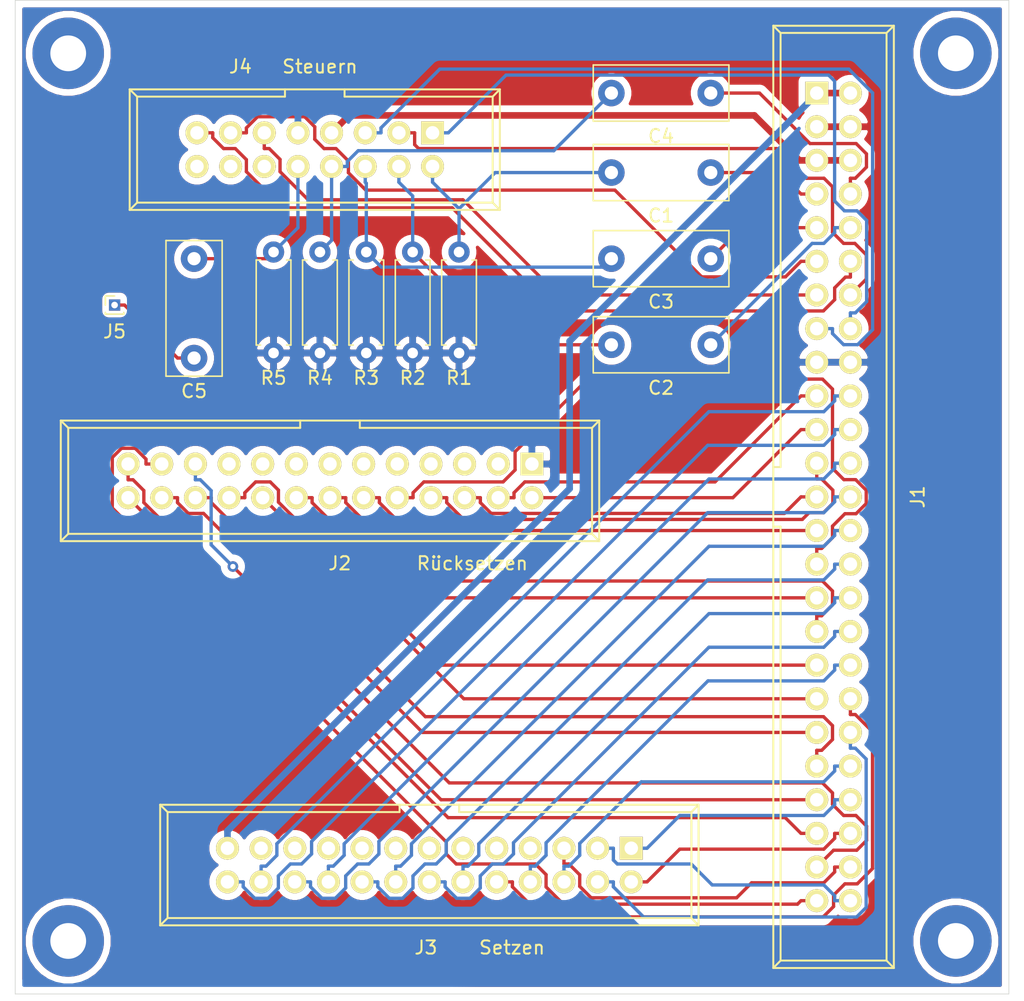
<source format=kicad_pcb>
(kicad_pcb (version 20171130) (host pcbnew "(5.1.5-0-10_14)")

  (general
    (thickness 1.6)
    (drawings 4)
    (tracks 434)
    (zones 0)
    (modules 19)
    (nets 73)
  )

  (page A4)
  (layers
    (0 F.Cu signal)
    (31 B.Cu signal)
    (32 B.Adhes user)
    (33 F.Adhes user)
    (34 B.Paste user)
    (35 F.Paste user)
    (36 B.SilkS user)
    (37 F.SilkS user)
    (38 B.Mask user)
    (39 F.Mask user)
    (40 Dwgs.User user)
    (41 Cmts.User user)
    (42 Eco1.User user)
    (43 Eco2.User user)
    (44 Edge.Cuts user)
    (45 Margin user)
    (46 B.CrtYd user)
    (47 F.CrtYd user)
    (48 B.Fab user)
    (49 F.Fab user)
  )

  (setup
    (last_trace_width 0.25)
    (user_trace_width 0.5)
    (trace_clearance 0.2)
    (zone_clearance 0.508)
    (zone_45_only no)
    (trace_min 0.2)
    (via_size 0.8)
    (via_drill 0.4)
    (via_min_size 0.4)
    (via_min_drill 0.3)
    (uvia_size 0.3)
    (uvia_drill 0.1)
    (uvias_allowed no)
    (uvia_min_size 0.2)
    (uvia_min_drill 0.1)
    (edge_width 0.05)
    (segment_width 0.2)
    (pcb_text_width 0.3)
    (pcb_text_size 1.5 1.5)
    (mod_edge_width 0.12)
    (mod_text_size 1 1)
    (mod_text_width 0.15)
    (pad_size 1.524 1.524)
    (pad_drill 0.762)
    (pad_to_mask_clearance 0.051)
    (solder_mask_min_width 0.25)
    (aux_axis_origin 0 0)
    (visible_elements FFFFFF7F)
    (pcbplotparams
      (layerselection 0x010fc_ffffffff)
      (usegerberextensions false)
      (usegerberattributes false)
      (usegerberadvancedattributes false)
      (creategerberjobfile false)
      (excludeedgelayer true)
      (linewidth 0.100000)
      (plotframeref false)
      (viasonmask false)
      (mode 1)
      (useauxorigin false)
      (hpglpennumber 1)
      (hpglpenspeed 20)
      (hpglpendiameter 15.000000)
      (psnegative false)
      (psa4output false)
      (plotreference true)
      (plotvalue true)
      (plotinvisibletext false)
      (padsonsilk false)
      (subtractmaskfromsilk false)
      (outputformat 1)
      (mirror false)
      (drillshape 0)
      (scaleselection 1)
      (outputdirectory "gerber/"))
  )

  (net 0 "")
  (net 1 "Net-(J2-Pad19)")
  (net 2 "Net-(J2-Pad17)")
  (net 3 "Net-(J2-Pad15)")
  (net 4 "Net-(J2-Pad13)")
  (net 5 "Net-(J2-Pad11)")
  (net 6 "Net-(J2-Pad9)")
  (net 7 "Net-(J2-Pad7)")
  (net 8 "Net-(J2-Pad5)")
  (net 9 "Net-(J2-Pad3)")
  (net 10 "Net-(J3-Pad23)")
  (net 11 "Net-(J3-Pad21)")
  (net 12 "Net-(J3-Pad19)")
  (net 13 "Net-(J3-Pad17)")
  (net 14 "Net-(J3-Pad15)")
  (net 15 "Net-(J3-Pad13)")
  (net 16 "Net-(J3-Pad11)")
  (net 17 "Net-(J3-Pad9)")
  (net 18 "Net-(J3-Pad7)")
  (net 19 "Net-(J4-Pad16)")
  (net 20 "Net-(J4-Pad14)")
  (net 21 "Net-(J4-Pad12)")
  (net 22 "Net-(C1-Pad2)")
  (net 23 /E1)
  (net 24 "Net-(C2-Pad2)")
  (net 25 /E2)
  (net 26 "Net-(C3-Pad2)")
  (net 27 /E3)
  (net 28 "Net-(C4-Pad2)")
  (net 29 /E4)
  (net 30 "Net-(C5-Pad2)")
  (net 31 "Net-(C5-Pad1)")
  (net 32 /Y_R16)
  (net 33 /B_R16)
  (net 34 /Y_R15)
  (net 35 /B_R15)
  (net 36 /Y_R14)
  (net 37 /B_R14)
  (net 38 /Y_R13)
  (net 39 /B_R13)
  (net 40 /Y_R12)
  (net 41 /B_R12)
  (net 42 /Y_R11)
  (net 43 /B_R11)
  (net 44 /Y_R10)
  (net 45 /B_R10)
  (net 46 /Y_R9)
  (net 47 /B_R9)
  (net 48 /Y_R8)
  (net 49 /B_R8)
  (net 50 /Y_R7)
  (net 51 /B_R7)
  (net 52 /Y_R6)
  (net 53 /B_R6)
  (net 54 /Y_R5)
  (net 55 /B_R5)
  (net 56 /Y_R4)
  (net 57 /B_R4)
  (net 58 /Y_R3)
  (net 59 /B_R3)
  (net 60 /Y_R2)
  (net 61 /B_R2)
  (net 62 /Y_R1)
  (net 63 /B_R1)
  (net 64 GND)
  (net 65 /COL_A0)
  (net 66 /COL_A1)
  (net 67 /COL_A2)
  (net 68 /D)
  (net 69 /COL_A3)
  (net 70 /COL_A4)
  (net 71 +5V)
  (net 72 /VS)

  (net_class Default "Dies ist die voreingestellte Netzklasse."
    (clearance 0.2)
    (trace_width 0.25)
    (via_dia 0.8)
    (via_drill 0.4)
    (uvia_dia 0.3)
    (uvia_drill 0.1)
    (add_net /B_R1)
    (add_net /B_R10)
    (add_net /B_R11)
    (add_net /B_R12)
    (add_net /B_R13)
    (add_net /B_R14)
    (add_net /B_R15)
    (add_net /B_R16)
    (add_net /B_R2)
    (add_net /B_R3)
    (add_net /B_R4)
    (add_net /B_R5)
    (add_net /B_R6)
    (add_net /B_R7)
    (add_net /B_R8)
    (add_net /B_R9)
    (add_net /COL_A0)
    (add_net /COL_A1)
    (add_net /COL_A2)
    (add_net /COL_A3)
    (add_net /COL_A4)
    (add_net /D)
    (add_net /E1)
    (add_net /E2)
    (add_net /E3)
    (add_net /E4)
    (add_net /Y_R1)
    (add_net /Y_R10)
    (add_net /Y_R11)
    (add_net /Y_R12)
    (add_net /Y_R13)
    (add_net /Y_R14)
    (add_net /Y_R15)
    (add_net /Y_R16)
    (add_net /Y_R2)
    (add_net /Y_R3)
    (add_net /Y_R4)
    (add_net /Y_R5)
    (add_net /Y_R6)
    (add_net /Y_R7)
    (add_net /Y_R8)
    (add_net /Y_R9)
    (add_net GND)
    (add_net "Net-(C1-Pad2)")
    (add_net "Net-(C2-Pad2)")
    (add_net "Net-(C3-Pad2)")
    (add_net "Net-(C4-Pad2)")
    (add_net "Net-(C5-Pad1)")
    (add_net "Net-(C5-Pad2)")
    (add_net "Net-(J2-Pad11)")
    (add_net "Net-(J2-Pad13)")
    (add_net "Net-(J2-Pad15)")
    (add_net "Net-(J2-Pad17)")
    (add_net "Net-(J2-Pad19)")
    (add_net "Net-(J2-Pad3)")
    (add_net "Net-(J2-Pad5)")
    (add_net "Net-(J2-Pad7)")
    (add_net "Net-(J2-Pad9)")
    (add_net "Net-(J3-Pad11)")
    (add_net "Net-(J3-Pad13)")
    (add_net "Net-(J3-Pad15)")
    (add_net "Net-(J3-Pad17)")
    (add_net "Net-(J3-Pad19)")
    (add_net "Net-(J3-Pad21)")
    (add_net "Net-(J3-Pad23)")
    (add_net "Net-(J3-Pad7)")
    (add_net "Net-(J3-Pad9)")
    (add_net "Net-(J4-Pad12)")
    (add_net "Net-(J4-Pad14)")
    (add_net "Net-(J4-Pad16)")
  )

  (net_class POWER ""
    (clearance 0.2)
    (trace_width 0.5)
    (via_dia 0.8)
    (via_drill 0.4)
    (uvia_dia 0.3)
    (uvia_drill 0.1)
    (add_net +5V)
    (add_net /VS)
  )

  (module MountingHole:MountingHole_2.7mm_Pad (layer F.Cu) (tedit 56D1B4CB) (tstamp 5EAA892F)
    (at 101 103)
    (descr "Mounting Hole 2.7mm")
    (tags "mounting hole 2.7mm")
    (path /5EB4FE35)
    (attr virtual)
    (fp_text reference H4 (at 0 -3.7) (layer F.SilkS) hide
      (effects (font (size 1 1) (thickness 0.15)))
    )
    (fp_text value MountingHole (at 0 3.7) (layer F.Fab)
      (effects (font (size 1 1) (thickness 0.15)))
    )
    (fp_circle (center 0 0) (end 2.95 0) (layer F.CrtYd) (width 0.05))
    (fp_circle (center 0 0) (end 2.7 0) (layer Cmts.User) (width 0.15))
    (fp_text user %R (at 0.3 0) (layer F.Fab)
      (effects (font (size 1 1) (thickness 0.15)))
    )
    (pad 1 thru_hole circle (at 0 0) (size 5.4 5.4) (drill 2.7) (layers *.Cu *.Mask))
  )

  (module MountingHole:MountingHole_2.7mm_Pad (layer F.Cu) (tedit 56D1B4CB) (tstamp 5EAA85E3)
    (at 101 36)
    (descr "Mounting Hole 2.7mm")
    (tags "mounting hole 2.7mm")
    (path /5EB5038B)
    (attr virtual)
    (fp_text reference H3 (at 0.5 5.5) (layer F.SilkS) hide
      (effects (font (size 1 1) (thickness 0.15)))
    )
    (fp_text value MountingHole (at 0 3.7) (layer F.Fab)
      (effects (font (size 1 1) (thickness 0.15)))
    )
    (fp_circle (center 0 0) (end 2.95 0) (layer F.CrtYd) (width 0.05))
    (fp_circle (center 0 0) (end 2.7 0) (layer Cmts.User) (width 0.15))
    (fp_text user %R (at 0.3 0) (layer F.Fab)
      (effects (font (size 1 1) (thickness 0.15)))
    )
    (pad 1 thru_hole circle (at 0 0) (size 5.4 5.4) (drill 2.7) (layers *.Cu *.Mask))
  )

  (module MountingHole:MountingHole_2.7mm_Pad (layer F.Cu) (tedit 56D1B4CB) (tstamp 5EAA76E9)
    (at 34 103)
    (descr "Mounting Hole 2.7mm")
    (tags "mounting hole 2.7mm")
    (path /5EB50E59)
    (attr virtual)
    (fp_text reference H2 (at 0 -3.7) (layer F.SilkS) hide
      (effects (font (size 1 1) (thickness 0.15)))
    )
    (fp_text value MountingHole (at 0 3.7) (layer F.Fab)
      (effects (font (size 1 1) (thickness 0.15)))
    )
    (fp_circle (center 0 0) (end 2.95 0) (layer F.CrtYd) (width 0.05))
    (fp_circle (center 0 0) (end 2.7 0) (layer Cmts.User) (width 0.15))
    (fp_text user %R (at 0.3 0) (layer F.Fab)
      (effects (font (size 1 1) (thickness 0.15)))
    )
    (pad 1 thru_hole circle (at 0 0) (size 5.4 5.4) (drill 2.7) (layers *.Cu *.Mask))
  )

  (module MountingHole:MountingHole_2.7mm_Pad (layer F.Cu) (tedit 56D1B4CB) (tstamp 5EAA76E1)
    (at 34 36)
    (descr "Mounting Hole 2.7mm")
    (tags "mounting hole 2.7mm")
    (path /5EB50BEF)
    (attr virtual)
    (fp_text reference H1 (at 0.5 4.5) (layer F.SilkS) hide
      (effects (font (size 1 1) (thickness 0.15)))
    )
    (fp_text value MountingHole (at 0 3.7) (layer F.Fab)
      (effects (font (size 1 1) (thickness 0.15)))
    )
    (fp_circle (center 0 0) (end 2.95 0) (layer F.CrtYd) (width 0.05))
    (fp_circle (center 0 0) (end 2.7 0) (layer Cmts.User) (width 0.15))
    (fp_text user %R (at 0.3 0) (layer F.Fab)
      (effects (font (size 1 1) (thickness 0.15)))
    )
    (pad 1 thru_hole circle (at 0 0) (size 5.4 5.4) (drill 2.7) (layers *.Cu *.Mask))
  )

  (module Resistors_THT:R_Axial_DIN0207_L6.3mm_D2.5mm_P7.62mm_Horizontal (layer F.Cu) (tedit 5874F706) (tstamp 5EAA4C2E)
    (at 49.5 51 270)
    (descr "Resistor, Axial_DIN0207 series, Axial, Horizontal, pin pitch=7.62mm, 0.25W = 1/4W, length*diameter=6.3*2.5mm^2, http://cdn-reichelt.de/documents/datenblatt/B400/1_4W%23YAG.pdf")
    (tags "Resistor Axial_DIN0207 series Axial Horizontal pin pitch 7.62mm 0.25W = 1/4W length 6.3mm diameter 2.5mm")
    (path /5EACE141)
    (fp_text reference R5 (at 9.5 0 180) (layer F.SilkS)
      (effects (font (size 1 1) (thickness 0.15)))
    )
    (fp_text value 15k (at 3.81 2.31 90) (layer F.Fab)
      (effects (font (size 1 1) (thickness 0.15)))
    )
    (fp_line (start 0.66 -1.25) (end 0.66 1.25) (layer F.Fab) (width 0.1))
    (fp_line (start 0.66 1.25) (end 6.96 1.25) (layer F.Fab) (width 0.1))
    (fp_line (start 6.96 1.25) (end 6.96 -1.25) (layer F.Fab) (width 0.1))
    (fp_line (start 6.96 -1.25) (end 0.66 -1.25) (layer F.Fab) (width 0.1))
    (fp_line (start 0 0) (end 0.66 0) (layer F.Fab) (width 0.1))
    (fp_line (start 7.62 0) (end 6.96 0) (layer F.Fab) (width 0.1))
    (fp_line (start 0.6 -0.98) (end 0.6 -1.31) (layer F.SilkS) (width 0.12))
    (fp_line (start 0.6 -1.31) (end 7.02 -1.31) (layer F.SilkS) (width 0.12))
    (fp_line (start 7.02 -1.31) (end 7.02 -0.98) (layer F.SilkS) (width 0.12))
    (fp_line (start 0.6 0.98) (end 0.6 1.31) (layer F.SilkS) (width 0.12))
    (fp_line (start 0.6 1.31) (end 7.02 1.31) (layer F.SilkS) (width 0.12))
    (fp_line (start 7.02 1.31) (end 7.02 0.98) (layer F.SilkS) (width 0.12))
    (fp_line (start -1.05 -1.6) (end -1.05 1.6) (layer F.CrtYd) (width 0.05))
    (fp_line (start -1.05 1.6) (end 8.7 1.6) (layer F.CrtYd) (width 0.05))
    (fp_line (start 8.7 1.6) (end 8.7 -1.6) (layer F.CrtYd) (width 0.05))
    (fp_line (start 8.7 -1.6) (end -1.05 -1.6) (layer F.CrtYd) (width 0.05))
    (pad 1 thru_hole circle (at 0 0 270) (size 1.6 1.6) (drill 0.8) (layers *.Cu *.Mask)
      (net 30 "Net-(C5-Pad2)"))
    (pad 2 thru_hole oval (at 7.62 0 270) (size 1.6 1.6) (drill 0.8) (layers *.Cu *.Mask)
      (net 64 GND))
    (model ${KISYS3DMOD}/Resistor_THT.3dshapes/R_Axial_DIN0207_L6.3mm_D2.5mm_P7.62mm_Horizontal.step
      (at (xyz 0 0 0))
      (scale (xyz 1 1 1))
      (rotate (xyz 0 0 0))
    )
  )

  (module Resistors_THT:R_Axial_DIN0207_L6.3mm_D2.5mm_P7.62mm_Horizontal (layer F.Cu) (tedit 5874F706) (tstamp 5EAA4C6D)
    (at 53 51 270)
    (descr "Resistor, Axial_DIN0207 series, Axial, Horizontal, pin pitch=7.62mm, 0.25W = 1/4W, length*diameter=6.3*2.5mm^2, http://cdn-reichelt.de/documents/datenblatt/B400/1_4W%23YAG.pdf")
    (tags "Resistor Axial_DIN0207 series Axial Horizontal pin pitch 7.62mm 0.25W = 1/4W length 6.3mm diameter 2.5mm")
    (path /5EACDFD6)
    (fp_text reference R4 (at 9.5 0 180) (layer F.SilkS)
      (effects (font (size 1 1) (thickness 0.15)))
    )
    (fp_text value 15k (at 3.81 2.31 90) (layer F.Fab)
      (effects (font (size 1 1) (thickness 0.15)))
    )
    (fp_line (start 0.66 -1.25) (end 0.66 1.25) (layer F.Fab) (width 0.1))
    (fp_line (start 0.66 1.25) (end 6.96 1.25) (layer F.Fab) (width 0.1))
    (fp_line (start 6.96 1.25) (end 6.96 -1.25) (layer F.Fab) (width 0.1))
    (fp_line (start 6.96 -1.25) (end 0.66 -1.25) (layer F.Fab) (width 0.1))
    (fp_line (start 0 0) (end 0.66 0) (layer F.Fab) (width 0.1))
    (fp_line (start 7.62 0) (end 6.96 0) (layer F.Fab) (width 0.1))
    (fp_line (start 0.6 -0.98) (end 0.6 -1.31) (layer F.SilkS) (width 0.12))
    (fp_line (start 0.6 -1.31) (end 7.02 -1.31) (layer F.SilkS) (width 0.12))
    (fp_line (start 7.02 -1.31) (end 7.02 -0.98) (layer F.SilkS) (width 0.12))
    (fp_line (start 0.6 0.98) (end 0.6 1.31) (layer F.SilkS) (width 0.12))
    (fp_line (start 0.6 1.31) (end 7.02 1.31) (layer F.SilkS) (width 0.12))
    (fp_line (start 7.02 1.31) (end 7.02 0.98) (layer F.SilkS) (width 0.12))
    (fp_line (start -1.05 -1.6) (end -1.05 1.6) (layer F.CrtYd) (width 0.05))
    (fp_line (start -1.05 1.6) (end 8.7 1.6) (layer F.CrtYd) (width 0.05))
    (fp_line (start 8.7 1.6) (end 8.7 -1.6) (layer F.CrtYd) (width 0.05))
    (fp_line (start 8.7 -1.6) (end -1.05 -1.6) (layer F.CrtYd) (width 0.05))
    (pad 1 thru_hole circle (at 0 0 270) (size 1.6 1.6) (drill 0.8) (layers *.Cu *.Mask)
      (net 28 "Net-(C4-Pad2)"))
    (pad 2 thru_hole oval (at 7.62 0 270) (size 1.6 1.6) (drill 0.8) (layers *.Cu *.Mask)
      (net 64 GND))
    (model ${KISYS3DMOD}/Resistor_THT.3dshapes/R_Axial_DIN0207_L6.3mm_D2.5mm_P7.62mm_Horizontal.step
      (at (xyz 0 0 0))
      (scale (xyz 1 1 1))
      (rotate (xyz 0 0 0))
    )
  )

  (module Resistors_THT:R_Axial_DIN0207_L6.3mm_D2.5mm_P7.62mm_Horizontal (layer F.Cu) (tedit 5874F706) (tstamp 5EAA4CAC)
    (at 56.5 51 270)
    (descr "Resistor, Axial_DIN0207 series, Axial, Horizontal, pin pitch=7.62mm, 0.25W = 1/4W, length*diameter=6.3*2.5mm^2, http://cdn-reichelt.de/documents/datenblatt/B400/1_4W%23YAG.pdf")
    (tags "Resistor Axial_DIN0207 series Axial Horizontal pin pitch 7.62mm 0.25W = 1/4W length 6.3mm diameter 2.5mm")
    (path /5EACD319)
    (fp_text reference R3 (at 9.5 0 180) (layer F.SilkS)
      (effects (font (size 1 1) (thickness 0.15)))
    )
    (fp_text value 15k (at 3.81 2.31 90) (layer F.Fab)
      (effects (font (size 1 1) (thickness 0.15)))
    )
    (fp_line (start 0.66 -1.25) (end 0.66 1.25) (layer F.Fab) (width 0.1))
    (fp_line (start 0.66 1.25) (end 6.96 1.25) (layer F.Fab) (width 0.1))
    (fp_line (start 6.96 1.25) (end 6.96 -1.25) (layer F.Fab) (width 0.1))
    (fp_line (start 6.96 -1.25) (end 0.66 -1.25) (layer F.Fab) (width 0.1))
    (fp_line (start 0 0) (end 0.66 0) (layer F.Fab) (width 0.1))
    (fp_line (start 7.62 0) (end 6.96 0) (layer F.Fab) (width 0.1))
    (fp_line (start 0.6 -0.98) (end 0.6 -1.31) (layer F.SilkS) (width 0.12))
    (fp_line (start 0.6 -1.31) (end 7.02 -1.31) (layer F.SilkS) (width 0.12))
    (fp_line (start 7.02 -1.31) (end 7.02 -0.98) (layer F.SilkS) (width 0.12))
    (fp_line (start 0.6 0.98) (end 0.6 1.31) (layer F.SilkS) (width 0.12))
    (fp_line (start 0.6 1.31) (end 7.02 1.31) (layer F.SilkS) (width 0.12))
    (fp_line (start 7.02 1.31) (end 7.02 0.98) (layer F.SilkS) (width 0.12))
    (fp_line (start -1.05 -1.6) (end -1.05 1.6) (layer F.CrtYd) (width 0.05))
    (fp_line (start -1.05 1.6) (end 8.7 1.6) (layer F.CrtYd) (width 0.05))
    (fp_line (start 8.7 1.6) (end 8.7 -1.6) (layer F.CrtYd) (width 0.05))
    (fp_line (start 8.7 -1.6) (end -1.05 -1.6) (layer F.CrtYd) (width 0.05))
    (pad 1 thru_hole circle (at 0 0 270) (size 1.6 1.6) (drill 0.8) (layers *.Cu *.Mask)
      (net 26 "Net-(C3-Pad2)"))
    (pad 2 thru_hole oval (at 7.62 0 270) (size 1.6 1.6) (drill 0.8) (layers *.Cu *.Mask)
      (net 64 GND))
    (model ${KISYS3DMOD}/Resistor_THT.3dshapes/R_Axial_DIN0207_L6.3mm_D2.5mm_P7.62mm_Horizontal.step
      (at (xyz 0 0 0))
      (scale (xyz 1 1 1))
      (rotate (xyz 0 0 0))
    )
  )

  (module Resistors_THT:R_Axial_DIN0207_L6.3mm_D2.5mm_P7.62mm_Horizontal (layer F.Cu) (tedit 5874F706) (tstamp 5EAA4CEB)
    (at 60 51 270)
    (descr "Resistor, Axial_DIN0207 series, Axial, Horizontal, pin pitch=7.62mm, 0.25W = 1/4W, length*diameter=6.3*2.5mm^2, http://cdn-reichelt.de/documents/datenblatt/B400/1_4W%23YAG.pdf")
    (tags "Resistor Axial_DIN0207 series Axial Horizontal pin pitch 7.62mm 0.25W = 1/4W length 6.3mm diameter 2.5mm")
    (path /5EACCDD3)
    (fp_text reference R2 (at 9.5 0 180) (layer F.SilkS)
      (effects (font (size 1 1) (thickness 0.15)))
    )
    (fp_text value 15k (at 3.81 2.31 90) (layer F.Fab)
      (effects (font (size 1 1) (thickness 0.15)))
    )
    (fp_line (start 0.66 -1.25) (end 0.66 1.25) (layer F.Fab) (width 0.1))
    (fp_line (start 0.66 1.25) (end 6.96 1.25) (layer F.Fab) (width 0.1))
    (fp_line (start 6.96 1.25) (end 6.96 -1.25) (layer F.Fab) (width 0.1))
    (fp_line (start 6.96 -1.25) (end 0.66 -1.25) (layer F.Fab) (width 0.1))
    (fp_line (start 0 0) (end 0.66 0) (layer F.Fab) (width 0.1))
    (fp_line (start 7.62 0) (end 6.96 0) (layer F.Fab) (width 0.1))
    (fp_line (start 0.6 -0.98) (end 0.6 -1.31) (layer F.SilkS) (width 0.12))
    (fp_line (start 0.6 -1.31) (end 7.02 -1.31) (layer F.SilkS) (width 0.12))
    (fp_line (start 7.02 -1.31) (end 7.02 -0.98) (layer F.SilkS) (width 0.12))
    (fp_line (start 0.6 0.98) (end 0.6 1.31) (layer F.SilkS) (width 0.12))
    (fp_line (start 0.6 1.31) (end 7.02 1.31) (layer F.SilkS) (width 0.12))
    (fp_line (start 7.02 1.31) (end 7.02 0.98) (layer F.SilkS) (width 0.12))
    (fp_line (start -1.05 -1.6) (end -1.05 1.6) (layer F.CrtYd) (width 0.05))
    (fp_line (start -1.05 1.6) (end 8.7 1.6) (layer F.CrtYd) (width 0.05))
    (fp_line (start 8.7 1.6) (end 8.7 -1.6) (layer F.CrtYd) (width 0.05))
    (fp_line (start 8.7 -1.6) (end -1.05 -1.6) (layer F.CrtYd) (width 0.05))
    (pad 1 thru_hole circle (at 0 0 270) (size 1.6 1.6) (drill 0.8) (layers *.Cu *.Mask)
      (net 24 "Net-(C2-Pad2)"))
    (pad 2 thru_hole oval (at 7.62 0 270) (size 1.6 1.6) (drill 0.8) (layers *.Cu *.Mask)
      (net 64 GND))
    (model ${KISYS3DMOD}/Resistor_THT.3dshapes/R_Axial_DIN0207_L6.3mm_D2.5mm_P7.62mm_Horizontal.step
      (at (xyz 0 0 0))
      (scale (xyz 1 1 1))
      (rotate (xyz 0 0 0))
    )
  )

  (module Resistors_THT:R_Axial_DIN0207_L6.3mm_D2.5mm_P7.62mm_Horizontal (layer F.Cu) (tedit 5874F706) (tstamp 5EAA4D2A)
    (at 63.5 51 270)
    (descr "Resistor, Axial_DIN0207 series, Axial, Horizontal, pin pitch=7.62mm, 0.25W = 1/4W, length*diameter=6.3*2.5mm^2, http://cdn-reichelt.de/documents/datenblatt/B400/1_4W%23YAG.pdf")
    (tags "Resistor Axial_DIN0207 series Axial Horizontal pin pitch 7.62mm 0.25W = 1/4W length 6.3mm diameter 2.5mm")
    (path /5EAC8FFE)
    (fp_text reference R1 (at 9.5 0 180) (layer F.SilkS)
      (effects (font (size 1 1) (thickness 0.15)))
    )
    (fp_text value 15k (at 3.81 2.31 90) (layer F.Fab)
      (effects (font (size 1 1) (thickness 0.15)))
    )
    (fp_line (start 0.66 -1.25) (end 0.66 1.25) (layer F.Fab) (width 0.1))
    (fp_line (start 0.66 1.25) (end 6.96 1.25) (layer F.Fab) (width 0.1))
    (fp_line (start 6.96 1.25) (end 6.96 -1.25) (layer F.Fab) (width 0.1))
    (fp_line (start 6.96 -1.25) (end 0.66 -1.25) (layer F.Fab) (width 0.1))
    (fp_line (start 0 0) (end 0.66 0) (layer F.Fab) (width 0.1))
    (fp_line (start 7.62 0) (end 6.96 0) (layer F.Fab) (width 0.1))
    (fp_line (start 0.6 -0.98) (end 0.6 -1.31) (layer F.SilkS) (width 0.12))
    (fp_line (start 0.6 -1.31) (end 7.02 -1.31) (layer F.SilkS) (width 0.12))
    (fp_line (start 7.02 -1.31) (end 7.02 -0.98) (layer F.SilkS) (width 0.12))
    (fp_line (start 0.6 0.98) (end 0.6 1.31) (layer F.SilkS) (width 0.12))
    (fp_line (start 0.6 1.31) (end 7.02 1.31) (layer F.SilkS) (width 0.12))
    (fp_line (start 7.02 1.31) (end 7.02 0.98) (layer F.SilkS) (width 0.12))
    (fp_line (start -1.05 -1.6) (end -1.05 1.6) (layer F.CrtYd) (width 0.05))
    (fp_line (start -1.05 1.6) (end 8.7 1.6) (layer F.CrtYd) (width 0.05))
    (fp_line (start 8.7 1.6) (end 8.7 -1.6) (layer F.CrtYd) (width 0.05))
    (fp_line (start 8.7 -1.6) (end -1.05 -1.6) (layer F.CrtYd) (width 0.05))
    (pad 1 thru_hole circle (at 0 0 270) (size 1.6 1.6) (drill 0.8) (layers *.Cu *.Mask)
      (net 22 "Net-(C1-Pad2)"))
    (pad 2 thru_hole oval (at 7.62 0 270) (size 1.6 1.6) (drill 0.8) (layers *.Cu *.Mask)
      (net 64 GND))
    (model ${KISYS3DMOD}/Resistor_THT.3dshapes/R_Axial_DIN0207_L6.3mm_D2.5mm_P7.62mm_Horizontal.step
      (at (xyz 0 0 0))
      (scale (xyz 1 1 1))
      (rotate (xyz 0 0 0))
    )
  )

  (module Connector_PinHeader_1.00mm:PinHeader_1x01_P1.00mm_Vertical (layer F.Cu) (tedit 59FED738) (tstamp 5EAA4D69)
    (at 37.5 55)
    (descr "Through hole straight pin header, 1x01, 1.00mm pitch, single row")
    (tags "Through hole pin header THT 1x01 1.00mm single row")
    (path /5EB01CA5)
    (fp_text reference J5 (at 0 2) (layer F.SilkS)
      (effects (font (size 1 1) (thickness 0.15)))
    )
    (fp_text value E5 (at 0 1.56) (layer F.Fab)
      (effects (font (size 1 1) (thickness 0.15)))
    )
    (fp_text user %R (at 0 0 90) (layer F.Fab)
      (effects (font (size 0.76 0.76) (thickness 0.114)))
    )
    (fp_line (start 1.15 -1) (end -1.15 -1) (layer F.CrtYd) (width 0.05))
    (fp_line (start 1.15 1) (end 1.15 -1) (layer F.CrtYd) (width 0.05))
    (fp_line (start -1.15 1) (end 1.15 1) (layer F.CrtYd) (width 0.05))
    (fp_line (start -1.15 -1) (end -1.15 1) (layer F.CrtYd) (width 0.05))
    (fp_line (start -0.695 -0.685) (end 0 -0.685) (layer F.SilkS) (width 0.12))
    (fp_line (start -0.695 0) (end -0.695 -0.685) (layer F.SilkS) (width 0.12))
    (fp_line (start 0.608276 0.685) (end 0.695 0.685) (layer F.SilkS) (width 0.12))
    (fp_line (start -0.695 0.685) (end -0.608276 0.685) (layer F.SilkS) (width 0.12))
    (fp_line (start 0.695 0.685) (end 0.695 0.56) (layer F.SilkS) (width 0.12))
    (fp_line (start -0.695 0.685) (end -0.695 0.56) (layer F.SilkS) (width 0.12))
    (fp_line (start -0.695 0.685) (end 0.695 0.685) (layer F.SilkS) (width 0.12))
    (fp_line (start -0.635 -0.1825) (end -0.3175 -0.5) (layer F.Fab) (width 0.1))
    (fp_line (start -0.635 0.5) (end -0.635 -0.1825) (layer F.Fab) (width 0.1))
    (fp_line (start 0.635 0.5) (end -0.635 0.5) (layer F.Fab) (width 0.1))
    (fp_line (start 0.635 -0.5) (end 0.635 0.5) (layer F.Fab) (width 0.1))
    (fp_line (start -0.3175 -0.5) (end 0.635 -0.5) (layer F.Fab) (width 0.1))
    (pad 1 thru_hole rect (at 0 0) (size 0.85 0.85) (drill 0.5) (layers *.Cu *.Mask)
      (net 31 "Net-(C5-Pad1)"))
    (model ${KISYS3DMOD}/Connector_PinHeader_1.00mm.3dshapes/PinHeader_1x01_P1.00mm_Vertical.wrl
      (at (xyz 0 0 0))
      (scale (xyz 1 1 1))
      (rotate (xyz 0 0 0))
    )
  )

  (module Capacitor_THT:C_Rect_L10.0mm_W4.0mm_P7.50mm_MKS4 (layer F.Cu) (tedit 5AE50EF0) (tstamp 5EAA4DDB)
    (at 43.5 59 90)
    (descr "C, Rect series, Radial, pin pitch=7.50mm, , length*width=10*4.0mm^2, Capacitor, http://www.wima.com/EN/WIMA_MKS_4.pdf")
    (tags "C Rect series Radial pin pitch 7.50mm  length 10mm width 4.0mm Capacitor")
    (path /5EACED6F)
    (fp_text reference C5 (at -2.5 0 180) (layer F.SilkS)
      (effects (font (size 1 1) (thickness 0.15)))
    )
    (fp_text value 0.33µ (at 3.75 3.25 90) (layer F.Fab)
      (effects (font (size 1 1) (thickness 0.15)))
    )
    (fp_text user %R (at 3.75 0 90) (layer F.Fab)
      (effects (font (size 1 1) (thickness 0.15)))
    )
    (fp_line (start 9 -2.25) (end -1.5 -2.25) (layer F.CrtYd) (width 0.05))
    (fp_line (start 9 2.25) (end 9 -2.25) (layer F.CrtYd) (width 0.05))
    (fp_line (start -1.5 2.25) (end 9 2.25) (layer F.CrtYd) (width 0.05))
    (fp_line (start -1.5 -2.25) (end -1.5 2.25) (layer F.CrtYd) (width 0.05))
    (fp_line (start 8.87 -2.12) (end 8.87 2.12) (layer F.SilkS) (width 0.12))
    (fp_line (start -1.37 -2.12) (end -1.37 2.12) (layer F.SilkS) (width 0.12))
    (fp_line (start -1.37 2.12) (end 8.87 2.12) (layer F.SilkS) (width 0.12))
    (fp_line (start -1.37 -2.12) (end 8.87 -2.12) (layer F.SilkS) (width 0.12))
    (fp_line (start 8.75 -2) (end -1.25 -2) (layer F.Fab) (width 0.1))
    (fp_line (start 8.75 2) (end 8.75 -2) (layer F.Fab) (width 0.1))
    (fp_line (start -1.25 2) (end 8.75 2) (layer F.Fab) (width 0.1))
    (fp_line (start -1.25 -2) (end -1.25 2) (layer F.Fab) (width 0.1))
    (pad 2 thru_hole circle (at 7.5 0 90) (size 2 2) (drill 1) (layers *.Cu *.Mask)
      (net 30 "Net-(C5-Pad2)"))
    (pad 1 thru_hole circle (at 0 0 90) (size 2 2) (drill 1) (layers *.Cu *.Mask)
      (net 31 "Net-(C5-Pad1)"))
    (model ${KISYS3DMOD}/Capacitor_THT.3dshapes/C_Rect_L10.0mm_W4.0mm_P7.50mm_MKS4.wrl
      (at (xyz 0 0 0))
      (scale (xyz 1 1 1))
      (rotate (xyz 0 0 0))
    )
  )

  (module Capacitor_THT:C_Rect_L10.0mm_W4.0mm_P7.50mm_MKS4 (layer F.Cu) (tedit 5AE50EF0) (tstamp 5EAA4DA5)
    (at 82.5 39 180)
    (descr "C, Rect series, Radial, pin pitch=7.50mm, , length*width=10*4.0mm^2, Capacitor, http://www.wima.com/EN/WIMA_MKS_4.pdf")
    (tags "C Rect series Radial pin pitch 7.50mm  length 10mm width 4.0mm Capacitor")
    (path /5EACEAA0)
    (fp_text reference C4 (at 3.75 -3.25) (layer F.SilkS)
      (effects (font (size 1 1) (thickness 0.15)))
    )
    (fp_text value 0.33µ (at 3.75 3.25) (layer F.Fab)
      (effects (font (size 1 1) (thickness 0.15)))
    )
    (fp_text user %R (at 3.75 0) (layer F.Fab)
      (effects (font (size 1 1) (thickness 0.15)))
    )
    (fp_line (start 9 -2.25) (end -1.5 -2.25) (layer F.CrtYd) (width 0.05))
    (fp_line (start 9 2.25) (end 9 -2.25) (layer F.CrtYd) (width 0.05))
    (fp_line (start -1.5 2.25) (end 9 2.25) (layer F.CrtYd) (width 0.05))
    (fp_line (start -1.5 -2.25) (end -1.5 2.25) (layer F.CrtYd) (width 0.05))
    (fp_line (start 8.87 -2.12) (end 8.87 2.12) (layer F.SilkS) (width 0.12))
    (fp_line (start -1.37 -2.12) (end -1.37 2.12) (layer F.SilkS) (width 0.12))
    (fp_line (start -1.37 2.12) (end 8.87 2.12) (layer F.SilkS) (width 0.12))
    (fp_line (start -1.37 -2.12) (end 8.87 -2.12) (layer F.SilkS) (width 0.12))
    (fp_line (start 8.75 -2) (end -1.25 -2) (layer F.Fab) (width 0.1))
    (fp_line (start 8.75 2) (end 8.75 -2) (layer F.Fab) (width 0.1))
    (fp_line (start -1.25 2) (end 8.75 2) (layer F.Fab) (width 0.1))
    (fp_line (start -1.25 -2) (end -1.25 2) (layer F.Fab) (width 0.1))
    (pad 2 thru_hole circle (at 7.5 0 180) (size 2 2) (drill 1) (layers *.Cu *.Mask)
      (net 28 "Net-(C4-Pad2)"))
    (pad 1 thru_hole circle (at 0 0 180) (size 2 2) (drill 1) (layers *.Cu *.Mask)
      (net 29 /E4))
    (model ${KISYS3DMOD}/Capacitor_THT.3dshapes/C_Rect_L10.0mm_W4.0mm_P7.50mm_MKS4.wrl
      (at (xyz 0 0 0))
      (scale (xyz 1 1 1))
      (rotate (xyz 0 0 0))
    )
  )

  (module Capacitor_THT:C_Rect_L10.0mm_W4.0mm_P7.50mm_MKS4 (layer F.Cu) (tedit 5AE50EF0) (tstamp 5EAA4B89)
    (at 82.5 51.5 180)
    (descr "C, Rect series, Radial, pin pitch=7.50mm, , length*width=10*4.0mm^2, Capacitor, http://www.wima.com/EN/WIMA_MKS_4.pdf")
    (tags "C Rect series Radial pin pitch 7.50mm  length 10mm width 4.0mm Capacitor")
    (path /5EACE775)
    (fp_text reference C3 (at 3.75 -3.25) (layer F.SilkS)
      (effects (font (size 1 1) (thickness 0.15)))
    )
    (fp_text value 0.33µ (at 3.75 3.25) (layer F.Fab)
      (effects (font (size 1 1) (thickness 0.15)))
    )
    (fp_text user %R (at 3.75 0) (layer F.Fab)
      (effects (font (size 1 1) (thickness 0.15)))
    )
    (fp_line (start 9 -2.25) (end -1.5 -2.25) (layer F.CrtYd) (width 0.05))
    (fp_line (start 9 2.25) (end 9 -2.25) (layer F.CrtYd) (width 0.05))
    (fp_line (start -1.5 2.25) (end 9 2.25) (layer F.CrtYd) (width 0.05))
    (fp_line (start -1.5 -2.25) (end -1.5 2.25) (layer F.CrtYd) (width 0.05))
    (fp_line (start 8.87 -2.12) (end 8.87 2.12) (layer F.SilkS) (width 0.12))
    (fp_line (start -1.37 -2.12) (end -1.37 2.12) (layer F.SilkS) (width 0.12))
    (fp_line (start -1.37 2.12) (end 8.87 2.12) (layer F.SilkS) (width 0.12))
    (fp_line (start -1.37 -2.12) (end 8.87 -2.12) (layer F.SilkS) (width 0.12))
    (fp_line (start 8.75 -2) (end -1.25 -2) (layer F.Fab) (width 0.1))
    (fp_line (start 8.75 2) (end 8.75 -2) (layer F.Fab) (width 0.1))
    (fp_line (start -1.25 2) (end 8.75 2) (layer F.Fab) (width 0.1))
    (fp_line (start -1.25 -2) (end -1.25 2) (layer F.Fab) (width 0.1))
    (pad 2 thru_hole circle (at 7.5 0 180) (size 2 2) (drill 1) (layers *.Cu *.Mask)
      (net 26 "Net-(C3-Pad2)"))
    (pad 1 thru_hole circle (at 0 0 180) (size 2 2) (drill 1) (layers *.Cu *.Mask)
      (net 27 /E3))
    (model ${KISYS3DMOD}/Capacitor_THT.3dshapes/C_Rect_L10.0mm_W4.0mm_P7.50mm_MKS4.wrl
      (at (xyz 0 0 0))
      (scale (xyz 1 1 1))
      (rotate (xyz 0 0 0))
    )
  )

  (module Capacitor_THT:C_Rect_L10.0mm_W4.0mm_P7.50mm_MKS4 (layer F.Cu) (tedit 5AE50EF0) (tstamp 5EAA4BBF)
    (at 82.5 58 180)
    (descr "C, Rect series, Radial, pin pitch=7.50mm, , length*width=10*4.0mm^2, Capacitor, http://www.wima.com/EN/WIMA_MKS_4.pdf")
    (tags "C Rect series Radial pin pitch 7.50mm  length 10mm width 4.0mm Capacitor")
    (path /5EACE48F)
    (fp_text reference C2 (at 3.75 -3.25) (layer F.SilkS)
      (effects (font (size 1 1) (thickness 0.15)))
    )
    (fp_text value 0.33µ (at 3.75 3.25) (layer F.Fab)
      (effects (font (size 1 1) (thickness 0.15)))
    )
    (fp_text user %R (at 3.75 0) (layer F.Fab)
      (effects (font (size 1 1) (thickness 0.15)))
    )
    (fp_line (start 9 -2.25) (end -1.5 -2.25) (layer F.CrtYd) (width 0.05))
    (fp_line (start 9 2.25) (end 9 -2.25) (layer F.CrtYd) (width 0.05))
    (fp_line (start -1.5 2.25) (end 9 2.25) (layer F.CrtYd) (width 0.05))
    (fp_line (start -1.5 -2.25) (end -1.5 2.25) (layer F.CrtYd) (width 0.05))
    (fp_line (start 8.87 -2.12) (end 8.87 2.12) (layer F.SilkS) (width 0.12))
    (fp_line (start -1.37 -2.12) (end -1.37 2.12) (layer F.SilkS) (width 0.12))
    (fp_line (start -1.37 2.12) (end 8.87 2.12) (layer F.SilkS) (width 0.12))
    (fp_line (start -1.37 -2.12) (end 8.87 -2.12) (layer F.SilkS) (width 0.12))
    (fp_line (start 8.75 -2) (end -1.25 -2) (layer F.Fab) (width 0.1))
    (fp_line (start 8.75 2) (end 8.75 -2) (layer F.Fab) (width 0.1))
    (fp_line (start -1.25 2) (end 8.75 2) (layer F.Fab) (width 0.1))
    (fp_line (start -1.25 -2) (end -1.25 2) (layer F.Fab) (width 0.1))
    (pad 2 thru_hole circle (at 7.5 0 180) (size 2 2) (drill 1) (layers *.Cu *.Mask)
      (net 24 "Net-(C2-Pad2)"))
    (pad 1 thru_hole circle (at 0 0 180) (size 2 2) (drill 1) (layers *.Cu *.Mask)
      (net 25 /E2))
    (model ${KISYS3DMOD}/Capacitor_THT.3dshapes/C_Rect_L10.0mm_W4.0mm_P7.50mm_MKS4.wrl
      (at (xyz 0 0 0))
      (scale (xyz 1 1 1))
      (rotate (xyz 0 0 0))
    )
  )

  (module Capacitor_THT:C_Rect_L10.0mm_W4.0mm_P7.50mm_MKS4 (layer F.Cu) (tedit 5AE50EF0) (tstamp 5EAA5017)
    (at 82.5 45 180)
    (descr "C, Rect series, Radial, pin pitch=7.50mm, , length*width=10*4.0mm^2, Capacitor, http://www.wima.com/EN/WIMA_MKS_4.pdf")
    (tags "C Rect series Radial pin pitch 7.50mm  length 10mm width 4.0mm Capacitor")
    (path /5EAC9BAB)
    (fp_text reference C1 (at 3.75 -3.25) (layer F.SilkS)
      (effects (font (size 1 1) (thickness 0.15)))
    )
    (fp_text value 0.33µ (at 3.75 3.25) (layer F.Fab)
      (effects (font (size 1 1) (thickness 0.15)))
    )
    (fp_text user %R (at 3.75 0) (layer F.Fab)
      (effects (font (size 1 1) (thickness 0.15)))
    )
    (fp_line (start 9 -2.25) (end -1.5 -2.25) (layer F.CrtYd) (width 0.05))
    (fp_line (start 9 2.25) (end 9 -2.25) (layer F.CrtYd) (width 0.05))
    (fp_line (start -1.5 2.25) (end 9 2.25) (layer F.CrtYd) (width 0.05))
    (fp_line (start -1.5 -2.25) (end -1.5 2.25) (layer F.CrtYd) (width 0.05))
    (fp_line (start 8.87 -2.12) (end 8.87 2.12) (layer F.SilkS) (width 0.12))
    (fp_line (start -1.37 -2.12) (end -1.37 2.12) (layer F.SilkS) (width 0.12))
    (fp_line (start -1.37 2.12) (end 8.87 2.12) (layer F.SilkS) (width 0.12))
    (fp_line (start -1.37 -2.12) (end 8.87 -2.12) (layer F.SilkS) (width 0.12))
    (fp_line (start 8.75 -2) (end -1.25 -2) (layer F.Fab) (width 0.1))
    (fp_line (start 8.75 2) (end 8.75 -2) (layer F.Fab) (width 0.1))
    (fp_line (start -1.25 2) (end 8.75 2) (layer F.Fab) (width 0.1))
    (fp_line (start -1.25 -2) (end -1.25 2) (layer F.Fab) (width 0.1))
    (pad 2 thru_hole circle (at 7.5 0 180) (size 2 2) (drill 1) (layers *.Cu *.Mask)
      (net 22 "Net-(C1-Pad2)"))
    (pad 1 thru_hole circle (at 0 0 180) (size 2 2) (drill 1) (layers *.Cu *.Mask)
      (net 23 /E1))
    (model ${KISYS3DMOD}/Capacitor_THT.3dshapes/C_Rect_L10.0mm_W4.0mm_P7.50mm_MKS4.wrl
      (at (xyz 0 0 0))
      (scale (xyz 1 1 1))
      (rotate (xyz 0 0 0))
    )
  )

  (module Connect:IDC_Header_Straight_16pins (layer F.Cu) (tedit 0) (tstamp 5EAA4B2B)
    (at 61.5 42 180)
    (descr "16 pins through hole IDC header")
    (tags "IDC header socket VASCH")
    (path /5EAA0BC8)
    (fp_text reference J4 (at 14.5 5) (layer F.SilkS)
      (effects (font (size 1 1) (thickness 0.15)))
    )
    (fp_text value Steuern (at 8.5 5) (layer F.SilkS)
      (effects (font (size 1 1) (thickness 0.15)))
    )
    (fp_line (start -5.35 3.55) (end -5.35 -6.05) (layer F.CrtYd) (width 0.05))
    (fp_line (start 23.1 3.55) (end -5.35 3.55) (layer F.CrtYd) (width 0.05))
    (fp_line (start 23.1 -6.05) (end 23.1 3.55) (layer F.CrtYd) (width 0.05))
    (fp_line (start -5.35 -6.05) (end 23.1 -6.05) (layer F.CrtYd) (width 0.05))
    (fp_line (start 22.86 3.28) (end 22.3 2.73) (layer F.SilkS) (width 0.15))
    (fp_line (start -5.08 3.28) (end -4.54 2.73) (layer F.SilkS) (width 0.15))
    (fp_line (start 22.86 -5.82) (end 22.3 -5.27) (layer F.SilkS) (width 0.15))
    (fp_line (start -5.08 -5.82) (end -4.54 -5.27) (layer F.SilkS) (width 0.15))
    (fp_line (start 22.3 -5.27) (end 22.3 2.73) (layer F.SilkS) (width 0.15))
    (fp_line (start 22.86 -5.82) (end 22.86 3.28) (layer F.SilkS) (width 0.15))
    (fp_line (start -4.54 -5.27) (end -4.54 2.73) (layer F.SilkS) (width 0.15))
    (fp_line (start -5.08 -5.82) (end -5.08 3.28) (layer F.SilkS) (width 0.15))
    (fp_line (start 11.14 2.73) (end 11.14 3.28) (layer F.SilkS) (width 0.15))
    (fp_line (start 6.64 2.73) (end 6.64 3.28) (layer F.SilkS) (width 0.15))
    (fp_line (start 11.14 2.73) (end 22.3 2.73) (layer F.SilkS) (width 0.15))
    (fp_line (start -4.54 2.73) (end 6.64 2.73) (layer F.SilkS) (width 0.15))
    (fp_line (start -5.08 3.28) (end 22.86 3.28) (layer F.SilkS) (width 0.15))
    (fp_line (start -4.54 -5.27) (end 22.3 -5.27) (layer F.SilkS) (width 0.15))
    (fp_line (start -5.08 -5.82) (end 22.86 -5.82) (layer F.SilkS) (width 0.15))
    (pad 16 thru_hole oval (at 17.78 -2.54 180) (size 1.7272 1.7272) (drill 1.016) (layers *.Cu *.Mask F.SilkS)
      (net 19 "Net-(J4-Pad16)"))
    (pad 15 thru_hole oval (at 17.78 0 180) (size 1.7272 1.7272) (drill 1.016) (layers *.Cu *.Mask F.SilkS)
      (net 69 /COL_A3))
    (pad 14 thru_hole oval (at 15.24 -2.54 180) (size 1.7272 1.7272) (drill 1.016) (layers *.Cu *.Mask F.SilkS)
      (net 20 "Net-(J4-Pad14)"))
    (pad 13 thru_hole oval (at 15.24 0 180) (size 1.7272 1.7272) (drill 1.016) (layers *.Cu *.Mask F.SilkS)
      (net 70 /COL_A4))
    (pad 12 thru_hole oval (at 12.7 -2.54 180) (size 1.7272 1.7272) (drill 1.016) (layers *.Cu *.Mask F.SilkS)
      (net 21 "Net-(J4-Pad12)"))
    (pad 11 thru_hole oval (at 12.7 0 180) (size 1.7272 1.7272) (drill 1.016) (layers *.Cu *.Mask F.SilkS)
      (net 68 /D))
    (pad 10 thru_hole oval (at 10.16 -2.54 180) (size 1.7272 1.7272) (drill 1.016) (layers *.Cu *.Mask F.SilkS)
      (net 30 "Net-(C5-Pad2)"))
    (pad 9 thru_hole oval (at 10.16 0 180) (size 1.7272 1.7272) (drill 1.016) (layers *.Cu *.Mask F.SilkS)
      (net 64 GND))
    (pad 8 thru_hole oval (at 7.62 -2.54 180) (size 1.7272 1.7272) (drill 1.016) (layers *.Cu *.Mask F.SilkS)
      (net 28 "Net-(C4-Pad2)"))
    (pad 7 thru_hole oval (at 7.62 0 180) (size 1.7272 1.7272) (drill 1.016) (layers *.Cu *.Mask F.SilkS)
      (net 71 +5V))
    (pad 6 thru_hole oval (at 5.08 -2.54 180) (size 1.7272 1.7272) (drill 1.016) (layers *.Cu *.Mask F.SilkS)
      (net 26 "Net-(C3-Pad2)"))
    (pad 5 thru_hole oval (at 5.08 0 180) (size 1.7272 1.7272) (drill 1.016) (layers *.Cu *.Mask F.SilkS)
      (net 66 /COL_A1))
    (pad 4 thru_hole oval (at 2.54 -2.54 180) (size 1.7272 1.7272) (drill 1.016) (layers *.Cu *.Mask F.SilkS)
      (net 24 "Net-(C2-Pad2)"))
    (pad 3 thru_hole oval (at 2.54 0 180) (size 1.7272 1.7272) (drill 1.016) (layers *.Cu *.Mask F.SilkS)
      (net 67 /COL_A2))
    (pad 2 thru_hole oval (at 0 -2.54 180) (size 1.7272 1.7272) (drill 1.016) (layers *.Cu *.Mask F.SilkS)
      (net 22 "Net-(C1-Pad2)"))
    (pad 1 thru_hole rect (at 0 0 180) (size 1.7272 1.7272) (drill 1.016) (layers *.Cu *.Mask F.SilkS)
      (net 65 /COL_A0))
    (model ${KISYS3DMOD}/Connector_IDC.3dshapes/IDC-Header_2x08_P2.54mm_Vertical.step
      (at (xyz 0 0 0))
      (scale (xyz 1 1 1))
      (rotate (xyz 0 0 -90))
    )
  )

  (module Connect:IDC_Header_Straight_26pins (layer F.Cu) (tedit 0) (tstamp 5EAA4AA5)
    (at 76.5 96 180)
    (descr "26 pins through hole IDC header")
    (tags "IDC header socket VASCH")
    (path /5EA9EEBC)
    (fp_text reference J3 (at 15.5 -7.5) (layer F.SilkS)
      (effects (font (size 1 1) (thickness 0.15)))
    )
    (fp_text value Setzen (at 9 -7.5) (layer F.SilkS)
      (effects (font (size 1 1) (thickness 0.15)))
    )
    (fp_line (start -5.35 3.55) (end -5.35 -6.05) (layer F.CrtYd) (width 0.05))
    (fp_line (start 35.8 3.55) (end -5.35 3.55) (layer F.CrtYd) (width 0.05))
    (fp_line (start 35.8 -6.05) (end 35.8 3.55) (layer F.CrtYd) (width 0.05))
    (fp_line (start -5.35 -6.05) (end 35.8 -6.05) (layer F.CrtYd) (width 0.05))
    (fp_line (start 35.56 3.28) (end 35 2.73) (layer F.SilkS) (width 0.15))
    (fp_line (start -5.08 3.28) (end -4.54 2.73) (layer F.SilkS) (width 0.15))
    (fp_line (start 35.56 -5.82) (end 35 -5.27) (layer F.SilkS) (width 0.15))
    (fp_line (start -5.08 -5.82) (end -4.54 -5.27) (layer F.SilkS) (width 0.15))
    (fp_line (start 35 -5.27) (end 35 2.73) (layer F.SilkS) (width 0.15))
    (fp_line (start 35.56 -5.82) (end 35.56 3.28) (layer F.SilkS) (width 0.15))
    (fp_line (start -4.54 -5.27) (end -4.54 2.73) (layer F.SilkS) (width 0.15))
    (fp_line (start -5.08 -5.82) (end -5.08 3.28) (layer F.SilkS) (width 0.15))
    (fp_line (start 17.49 2.73) (end 17.49 3.28) (layer F.SilkS) (width 0.15))
    (fp_line (start 12.99 2.73) (end 12.99 3.28) (layer F.SilkS) (width 0.15))
    (fp_line (start 17.49 2.73) (end 35 2.73) (layer F.SilkS) (width 0.15))
    (fp_line (start -4.54 2.73) (end 12.99 2.73) (layer F.SilkS) (width 0.15))
    (fp_line (start -5.08 3.28) (end 35.56 3.28) (layer F.SilkS) (width 0.15))
    (fp_line (start -4.54 -5.27) (end 35 -5.27) (layer F.SilkS) (width 0.15))
    (fp_line (start -5.08 -5.82) (end 35.56 -5.82) (layer F.SilkS) (width 0.15))
    (pad 26 thru_hole oval (at 30.48 -2.54 180) (size 1.7272 1.7272) (drill 1.016) (layers *.Cu *.Mask F.SilkS)
      (net 60 /Y_R2))
    (pad 25 thru_hole oval (at 30.48 0 180) (size 1.7272 1.7272) (drill 1.016) (layers *.Cu *.Mask F.SilkS)
      (net 72 /VS))
    (pad 24 thru_hole oval (at 27.94 -2.54 180) (size 1.7272 1.7272) (drill 1.016) (layers *.Cu *.Mask F.SilkS)
      (net 62 /Y_R1))
    (pad 23 thru_hole oval (at 27.94 0 180) (size 1.7272 1.7272) (drill 1.016) (layers *.Cu *.Mask F.SilkS)
      (net 10 "Net-(J3-Pad23)"))
    (pad 22 thru_hole oval (at 25.4 -2.54 180) (size 1.7272 1.7272) (drill 1.016) (layers *.Cu *.Mask F.SilkS)
      (net 56 /Y_R4))
    (pad 21 thru_hole oval (at 25.4 0 180) (size 1.7272 1.7272) (drill 1.016) (layers *.Cu *.Mask F.SilkS)
      (net 11 "Net-(J3-Pad21)"))
    (pad 20 thru_hole oval (at 22.86 -2.54 180) (size 1.7272 1.7272) (drill 1.016) (layers *.Cu *.Mask F.SilkS)
      (net 58 /Y_R3))
    (pad 19 thru_hole oval (at 22.86 0 180) (size 1.7272 1.7272) (drill 1.016) (layers *.Cu *.Mask F.SilkS)
      (net 12 "Net-(J3-Pad19)"))
    (pad 18 thru_hole oval (at 20.32 -2.54 180) (size 1.7272 1.7272) (drill 1.016) (layers *.Cu *.Mask F.SilkS)
      (net 52 /Y_R6))
    (pad 17 thru_hole oval (at 20.32 0 180) (size 1.7272 1.7272) (drill 1.016) (layers *.Cu *.Mask F.SilkS)
      (net 13 "Net-(J3-Pad17)"))
    (pad 16 thru_hole oval (at 17.78 -2.54 180) (size 1.7272 1.7272) (drill 1.016) (layers *.Cu *.Mask F.SilkS)
      (net 54 /Y_R5))
    (pad 15 thru_hole oval (at 17.78 0 180) (size 1.7272 1.7272) (drill 1.016) (layers *.Cu *.Mask F.SilkS)
      (net 14 "Net-(J3-Pad15)"))
    (pad 14 thru_hole oval (at 15.24 -2.54 180) (size 1.7272 1.7272) (drill 1.016) (layers *.Cu *.Mask F.SilkS)
      (net 48 /Y_R8))
    (pad 13 thru_hole oval (at 15.24 0 180) (size 1.7272 1.7272) (drill 1.016) (layers *.Cu *.Mask F.SilkS)
      (net 15 "Net-(J3-Pad13)"))
    (pad 12 thru_hole oval (at 12.7 -2.54 180) (size 1.7272 1.7272) (drill 1.016) (layers *.Cu *.Mask F.SilkS)
      (net 50 /Y_R7))
    (pad 11 thru_hole oval (at 12.7 0 180) (size 1.7272 1.7272) (drill 1.016) (layers *.Cu *.Mask F.SilkS)
      (net 16 "Net-(J3-Pad11)"))
    (pad 10 thru_hole oval (at 10.16 -2.54 180) (size 1.7272 1.7272) (drill 1.016) (layers *.Cu *.Mask F.SilkS)
      (net 44 /Y_R10))
    (pad 9 thru_hole oval (at 10.16 0 180) (size 1.7272 1.7272) (drill 1.016) (layers *.Cu *.Mask F.SilkS)
      (net 17 "Net-(J3-Pad9)"))
    (pad 8 thru_hole oval (at 7.62 -2.54 180) (size 1.7272 1.7272) (drill 1.016) (layers *.Cu *.Mask F.SilkS)
      (net 46 /Y_R9))
    (pad 7 thru_hole oval (at 7.62 0 180) (size 1.7272 1.7272) (drill 1.016) (layers *.Cu *.Mask F.SilkS)
      (net 18 "Net-(J3-Pad7)"))
    (pad 6 thru_hole oval (at 5.08 -2.54 180) (size 1.7272 1.7272) (drill 1.016) (layers *.Cu *.Mask F.SilkS)
      (net 40 /Y_R12))
    (pad 5 thru_hole oval (at 5.08 0 180) (size 1.7272 1.7272) (drill 1.016) (layers *.Cu *.Mask F.SilkS)
      (net 34 /Y_R15))
    (pad 4 thru_hole oval (at 2.54 -2.54 180) (size 1.7272 1.7272) (drill 1.016) (layers *.Cu *.Mask F.SilkS)
      (net 42 /Y_R11))
    (pad 3 thru_hole oval (at 2.54 0 180) (size 1.7272 1.7272) (drill 1.016) (layers *.Cu *.Mask F.SilkS)
      (net 32 /Y_R16))
    (pad 2 thru_hole oval (at 0 -2.54 180) (size 1.7272 1.7272) (drill 1.016) (layers *.Cu *.Mask F.SilkS)
      (net 36 /Y_R14))
    (pad 1 thru_hole rect (at 0 0 180) (size 1.7272 1.7272) (drill 1.016) (layers *.Cu *.Mask F.SilkS)
      (net 38 /Y_R13))
    (model ${KISYS3DMOD}/Connector_IDC.3dshapes/IDC-Header_2x13_P2.54mm_Vertical.step
      (at (xyz 0 0 0))
      (scale (xyz 1 1 1))
      (rotate (xyz 0 0 -90))
    )
  )

  (module Connect:IDC_Header_Straight_26pins (layer F.Cu) (tedit 0) (tstamp 5EAA4A15)
    (at 69 67 180)
    (descr "26 pins through hole IDC header")
    (tags "IDC header socket VASCH")
    (path /5EA9D249)
    (fp_text reference J2 (at 14.5 -7.5) (layer F.SilkS)
      (effects (font (size 1 1) (thickness 0.15)))
    )
    (fp_text value Rücksetzen (at 4.5 -7.5) (layer F.SilkS)
      (effects (font (size 1 1) (thickness 0.15)))
    )
    (fp_line (start -5.35 3.55) (end -5.35 -6.05) (layer F.CrtYd) (width 0.05))
    (fp_line (start 35.8 3.55) (end -5.35 3.55) (layer F.CrtYd) (width 0.05))
    (fp_line (start 35.8 -6.05) (end 35.8 3.55) (layer F.CrtYd) (width 0.05))
    (fp_line (start -5.35 -6.05) (end 35.8 -6.05) (layer F.CrtYd) (width 0.05))
    (fp_line (start 35.56 3.28) (end 35 2.73) (layer F.SilkS) (width 0.15))
    (fp_line (start -5.08 3.28) (end -4.54 2.73) (layer F.SilkS) (width 0.15))
    (fp_line (start 35.56 -5.82) (end 35 -5.27) (layer F.SilkS) (width 0.15))
    (fp_line (start -5.08 -5.82) (end -4.54 -5.27) (layer F.SilkS) (width 0.15))
    (fp_line (start 35 -5.27) (end 35 2.73) (layer F.SilkS) (width 0.15))
    (fp_line (start 35.56 -5.82) (end 35.56 3.28) (layer F.SilkS) (width 0.15))
    (fp_line (start -4.54 -5.27) (end -4.54 2.73) (layer F.SilkS) (width 0.15))
    (fp_line (start -5.08 -5.82) (end -5.08 3.28) (layer F.SilkS) (width 0.15))
    (fp_line (start 17.49 2.73) (end 17.49 3.28) (layer F.SilkS) (width 0.15))
    (fp_line (start 12.99 2.73) (end 12.99 3.28) (layer F.SilkS) (width 0.15))
    (fp_line (start 17.49 2.73) (end 35 2.73) (layer F.SilkS) (width 0.15))
    (fp_line (start -4.54 2.73) (end 12.99 2.73) (layer F.SilkS) (width 0.15))
    (fp_line (start -5.08 3.28) (end 35.56 3.28) (layer F.SilkS) (width 0.15))
    (fp_line (start -4.54 -5.27) (end 35 -5.27) (layer F.SilkS) (width 0.15))
    (fp_line (start -5.08 -5.82) (end 35.56 -5.82) (layer F.SilkS) (width 0.15))
    (pad 26 thru_hole oval (at 30.48 -2.54 180) (size 1.7272 1.7272) (drill 1.016) (layers *.Cu *.Mask F.SilkS)
      (net 37 /B_R14))
    (pad 25 thru_hole oval (at 30.48 0 180) (size 1.7272 1.7272) (drill 1.016) (layers *.Cu *.Mask F.SilkS)
      (net 39 /B_R13))
    (pad 24 thru_hole oval (at 27.94 -2.54 180) (size 1.7272 1.7272) (drill 1.016) (layers *.Cu *.Mask F.SilkS)
      (net 43 /B_R11))
    (pad 23 thru_hole oval (at 27.94 0 180) (size 1.7272 1.7272) (drill 1.016) (layers *.Cu *.Mask F.SilkS)
      (net 33 /B_R16))
    (pad 22 thru_hole oval (at 25.4 -2.54 180) (size 1.7272 1.7272) (drill 1.016) (layers *.Cu *.Mask F.SilkS)
      (net 41 /B_R12))
    (pad 21 thru_hole oval (at 25.4 0 180) (size 1.7272 1.7272) (drill 1.016) (layers *.Cu *.Mask F.SilkS)
      (net 35 /B_R15))
    (pad 20 thru_hole oval (at 22.86 -2.54 180) (size 1.7272 1.7272) (drill 1.016) (layers *.Cu *.Mask F.SilkS)
      (net 47 /B_R9))
    (pad 19 thru_hole oval (at 22.86 0 180) (size 1.7272 1.7272) (drill 1.016) (layers *.Cu *.Mask F.SilkS)
      (net 1 "Net-(J2-Pad19)"))
    (pad 18 thru_hole oval (at 20.32 -2.54 180) (size 1.7272 1.7272) (drill 1.016) (layers *.Cu *.Mask F.SilkS)
      (net 45 /B_R10))
    (pad 17 thru_hole oval (at 20.32 0 180) (size 1.7272 1.7272) (drill 1.016) (layers *.Cu *.Mask F.SilkS)
      (net 2 "Net-(J2-Pad17)"))
    (pad 16 thru_hole oval (at 17.78 -2.54 180) (size 1.7272 1.7272) (drill 1.016) (layers *.Cu *.Mask F.SilkS)
      (net 51 /B_R7))
    (pad 15 thru_hole oval (at 17.78 0 180) (size 1.7272 1.7272) (drill 1.016) (layers *.Cu *.Mask F.SilkS)
      (net 3 "Net-(J2-Pad15)"))
    (pad 14 thru_hole oval (at 15.24 -2.54 180) (size 1.7272 1.7272) (drill 1.016) (layers *.Cu *.Mask F.SilkS)
      (net 49 /B_R8))
    (pad 13 thru_hole oval (at 15.24 0 180) (size 1.7272 1.7272) (drill 1.016) (layers *.Cu *.Mask F.SilkS)
      (net 4 "Net-(J2-Pad13)"))
    (pad 12 thru_hole oval (at 12.7 -2.54 180) (size 1.7272 1.7272) (drill 1.016) (layers *.Cu *.Mask F.SilkS)
      (net 55 /B_R5))
    (pad 11 thru_hole oval (at 12.7 0 180) (size 1.7272 1.7272) (drill 1.016) (layers *.Cu *.Mask F.SilkS)
      (net 5 "Net-(J2-Pad11)"))
    (pad 10 thru_hole oval (at 10.16 -2.54 180) (size 1.7272 1.7272) (drill 1.016) (layers *.Cu *.Mask F.SilkS)
      (net 53 /B_R6))
    (pad 9 thru_hole oval (at 10.16 0 180) (size 1.7272 1.7272) (drill 1.016) (layers *.Cu *.Mask F.SilkS)
      (net 6 "Net-(J2-Pad9)"))
    (pad 8 thru_hole oval (at 7.62 -2.54 180) (size 1.7272 1.7272) (drill 1.016) (layers *.Cu *.Mask F.SilkS)
      (net 59 /B_R3))
    (pad 7 thru_hole oval (at 7.62 0 180) (size 1.7272 1.7272) (drill 1.016) (layers *.Cu *.Mask F.SilkS)
      (net 7 "Net-(J2-Pad7)"))
    (pad 6 thru_hole oval (at 5.08 -2.54 180) (size 1.7272 1.7272) (drill 1.016) (layers *.Cu *.Mask F.SilkS)
      (net 57 /B_R4))
    (pad 5 thru_hole oval (at 5.08 0 180) (size 1.7272 1.7272) (drill 1.016) (layers *.Cu *.Mask F.SilkS)
      (net 8 "Net-(J2-Pad5)"))
    (pad 4 thru_hole oval (at 2.54 -2.54 180) (size 1.7272 1.7272) (drill 1.016) (layers *.Cu *.Mask F.SilkS)
      (net 63 /B_R1))
    (pad 3 thru_hole oval (at 2.54 0 180) (size 1.7272 1.7272) (drill 1.016) (layers *.Cu *.Mask F.SilkS)
      (net 9 "Net-(J2-Pad3)"))
    (pad 2 thru_hole oval (at 0 -2.54 180) (size 1.7272 1.7272) (drill 1.016) (layers *.Cu *.Mask F.SilkS)
      (net 61 /B_R2))
    (pad 1 thru_hole rect (at 0 0 180) (size 1.7272 1.7272) (drill 1.016) (layers *.Cu *.Mask F.SilkS)
      (net 64 GND))
    (model ${KISYS3DMOD}/Connector_IDC.3dshapes/IDC-Header_2x13_P2.54mm_Vertical.step
      (at (xyz 0 0 0))
      (scale (xyz 1 1 1))
      (rotate (xyz 0 0 -90))
    )
  )

  (module Connect:IDC_Header_Straight_50pins (layer F.Cu) (tedit 0) (tstamp 5EAA644D)
    (at 90.5 39 270)
    (descr "50 pins through hole IDC header")
    (tags "IDC header socket VASCH")
    (path /5EABA565)
    (fp_text reference J1 (at 30.48 -7.62 90) (layer F.SilkS)
      (effects (font (size 1 1) (thickness 0.15)))
    )
    (fp_text value "LAWO Controller" (at 30.48 5.223 90) (layer F.Fab)
      (effects (font (size 1 1) (thickness 0.15)))
    )
    (fp_line (start -5.35 3.55) (end -5.35 -6.05) (layer F.CrtYd) (width 0.05))
    (fp_line (start 66.3 3.55) (end -5.35 3.55) (layer F.CrtYd) (width 0.05))
    (fp_line (start 66.3 -6.05) (end 66.3 3.55) (layer F.CrtYd) (width 0.05))
    (fp_line (start -5.35 -6.05) (end 66.3 -6.05) (layer F.CrtYd) (width 0.05))
    (fp_line (start 66.04 3.28) (end 65.48 2.73) (layer F.SilkS) (width 0.15))
    (fp_line (start -5.08 3.28) (end -4.54 2.73) (layer F.SilkS) (width 0.15))
    (fp_line (start 66.04 -5.82) (end 65.48 -5.27) (layer F.SilkS) (width 0.15))
    (fp_line (start -5.08 -5.82) (end -4.54 -5.27) (layer F.SilkS) (width 0.15))
    (fp_line (start 65.48 -5.27) (end 65.48 2.73) (layer F.SilkS) (width 0.15))
    (fp_line (start 66.04 -5.82) (end 66.04 3.28) (layer F.SilkS) (width 0.15))
    (fp_line (start -4.54 -5.27) (end -4.54 2.73) (layer F.SilkS) (width 0.15))
    (fp_line (start -5.08 -5.82) (end -5.08 3.28) (layer F.SilkS) (width 0.15))
    (fp_line (start 32.73 2.73) (end 32.73 3.28) (layer F.SilkS) (width 0.15))
    (fp_line (start 28.23 2.73) (end 28.23 3.28) (layer F.SilkS) (width 0.15))
    (fp_line (start 32.73 2.73) (end 65.48 2.73) (layer F.SilkS) (width 0.15))
    (fp_line (start -4.54 2.73) (end 28.23 2.73) (layer F.SilkS) (width 0.15))
    (fp_line (start -5.08 3.28) (end 66.04 3.28) (layer F.SilkS) (width 0.15))
    (fp_line (start -4.54 -5.27) (end 65.48 -5.27) (layer F.SilkS) (width 0.15))
    (fp_line (start -5.08 -5.82) (end 66.04 -5.82) (layer F.SilkS) (width 0.15))
    (pad 50 thru_hole oval (at 60.96 -2.54 270) (size 1.7272 1.7272) (drill 1.016) (layers *.Cu *.Mask F.SilkS)
      (net 32 /Y_R16))
    (pad 49 thru_hole oval (at 60.96 0 270) (size 1.7272 1.7272) (drill 1.016) (layers *.Cu *.Mask F.SilkS)
      (net 33 /B_R16))
    (pad 48 thru_hole oval (at 58.42 -2.54 270) (size 1.7272 1.7272) (drill 1.016) (layers *.Cu *.Mask F.SilkS)
      (net 34 /Y_R15))
    (pad 47 thru_hole oval (at 58.42 0 270) (size 1.7272 1.7272) (drill 1.016) (layers *.Cu *.Mask F.SilkS)
      (net 35 /B_R15))
    (pad 46 thru_hole oval (at 55.88 -2.54 270) (size 1.7272 1.7272) (drill 1.016) (layers *.Cu *.Mask F.SilkS)
      (net 36 /Y_R14))
    (pad 45 thru_hole oval (at 55.88 0 270) (size 1.7272 1.7272) (drill 1.016) (layers *.Cu *.Mask F.SilkS)
      (net 37 /B_R14))
    (pad 44 thru_hole oval (at 53.34 -2.54 270) (size 1.7272 1.7272) (drill 1.016) (layers *.Cu *.Mask F.SilkS)
      (net 38 /Y_R13))
    (pad 43 thru_hole oval (at 53.34 0 270) (size 1.7272 1.7272) (drill 1.016) (layers *.Cu *.Mask F.SilkS)
      (net 39 /B_R13))
    (pad 42 thru_hole oval (at 50.8 -2.54 270) (size 1.7272 1.7272) (drill 1.016) (layers *.Cu *.Mask F.SilkS)
      (net 40 /Y_R12))
    (pad 41 thru_hole oval (at 50.8 0 270) (size 1.7272 1.7272) (drill 1.016) (layers *.Cu *.Mask F.SilkS)
      (net 41 /B_R12))
    (pad 40 thru_hole oval (at 48.26 -2.54 270) (size 1.7272 1.7272) (drill 1.016) (layers *.Cu *.Mask F.SilkS)
      (net 42 /Y_R11))
    (pad 39 thru_hole oval (at 48.26 0 270) (size 1.7272 1.7272) (drill 1.016) (layers *.Cu *.Mask F.SilkS)
      (net 43 /B_R11))
    (pad 38 thru_hole oval (at 45.72 -2.54 270) (size 1.7272 1.7272) (drill 1.016) (layers *.Cu *.Mask F.SilkS)
      (net 44 /Y_R10))
    (pad 37 thru_hole oval (at 45.72 0 270) (size 1.7272 1.7272) (drill 1.016) (layers *.Cu *.Mask F.SilkS)
      (net 45 /B_R10))
    (pad 36 thru_hole oval (at 43.18 -2.54 270) (size 1.7272 1.7272) (drill 1.016) (layers *.Cu *.Mask F.SilkS)
      (net 46 /Y_R9))
    (pad 35 thru_hole oval (at 43.18 0 270) (size 1.7272 1.7272) (drill 1.016) (layers *.Cu *.Mask F.SilkS)
      (net 47 /B_R9))
    (pad 34 thru_hole oval (at 40.64 -2.54 270) (size 1.7272 1.7272) (drill 1.016) (layers *.Cu *.Mask F.SilkS)
      (net 48 /Y_R8))
    (pad 33 thru_hole oval (at 40.64 0 270) (size 1.7272 1.7272) (drill 1.016) (layers *.Cu *.Mask F.SilkS)
      (net 49 /B_R8))
    (pad 32 thru_hole oval (at 38.1 -2.54 270) (size 1.7272 1.7272) (drill 1.016) (layers *.Cu *.Mask F.SilkS)
      (net 50 /Y_R7))
    (pad 31 thru_hole oval (at 38.1 0 270) (size 1.7272 1.7272) (drill 1.016) (layers *.Cu *.Mask F.SilkS)
      (net 51 /B_R7))
    (pad 30 thru_hole oval (at 35.56 -2.54 270) (size 1.7272 1.7272) (drill 1.016) (layers *.Cu *.Mask F.SilkS)
      (net 52 /Y_R6))
    (pad 29 thru_hole oval (at 35.56 0 270) (size 1.7272 1.7272) (drill 1.016) (layers *.Cu *.Mask F.SilkS)
      (net 53 /B_R6))
    (pad 28 thru_hole oval (at 33.02 -2.54 270) (size 1.7272 1.7272) (drill 1.016) (layers *.Cu *.Mask F.SilkS)
      (net 54 /Y_R5))
    (pad 27 thru_hole oval (at 33.02 0 270) (size 1.7272 1.7272) (drill 1.016) (layers *.Cu *.Mask F.SilkS)
      (net 55 /B_R5))
    (pad 26 thru_hole oval (at 30.48 -2.54 270) (size 1.7272 1.7272) (drill 1.016) (layers *.Cu *.Mask F.SilkS)
      (net 56 /Y_R4))
    (pad 25 thru_hole oval (at 30.48 0 270) (size 1.7272 1.7272) (drill 1.016) (layers *.Cu *.Mask F.SilkS)
      (net 57 /B_R4))
    (pad 24 thru_hole oval (at 27.94 -2.54 270) (size 1.7272 1.7272) (drill 1.016) (layers *.Cu *.Mask F.SilkS)
      (net 58 /Y_R3))
    (pad 23 thru_hole oval (at 27.94 0 270) (size 1.7272 1.7272) (drill 1.016) (layers *.Cu *.Mask F.SilkS)
      (net 59 /B_R3))
    (pad 22 thru_hole oval (at 25.4 -2.54 270) (size 1.7272 1.7272) (drill 1.016) (layers *.Cu *.Mask F.SilkS)
      (net 60 /Y_R2))
    (pad 21 thru_hole oval (at 25.4 0 270) (size 1.7272 1.7272) (drill 1.016) (layers *.Cu *.Mask F.SilkS)
      (net 61 /B_R2))
    (pad 20 thru_hole oval (at 22.86 -2.54 270) (size 1.7272 1.7272) (drill 1.016) (layers *.Cu *.Mask F.SilkS)
      (net 62 /Y_R1))
    (pad 19 thru_hole oval (at 22.86 0 270) (size 1.7272 1.7272) (drill 1.016) (layers *.Cu *.Mask F.SilkS)
      (net 63 /B_R1))
    (pad 18 thru_hole oval (at 20.32 -2.54 270) (size 1.7272 1.7272) (drill 1.016) (layers *.Cu *.Mask F.SilkS)
      (net 64 GND))
    (pad 17 thru_hole oval (at 20.32 0 270) (size 1.7272 1.7272) (drill 1.016) (layers *.Cu *.Mask F.SilkS)
      (net 64 GND))
    (pad 16 thru_hole oval (at 17.78 -2.54 270) (size 1.7272 1.7272) (drill 1.016) (layers *.Cu *.Mask F.SilkS)
      (net 65 /COL_A0))
    (pad 15 thru_hole oval (at 17.78 0 270) (size 1.7272 1.7272) (drill 1.016) (layers *.Cu *.Mask F.SilkS)
      (net 66 /COL_A1))
    (pad 14 thru_hole oval (at 15.24 -2.54 270) (size 1.7272 1.7272) (drill 1.016) (layers *.Cu *.Mask F.SilkS)
      (net 67 /COL_A2))
    (pad 13 thru_hole oval (at 15.24 0 270) (size 1.7272 1.7272) (drill 1.016) (layers *.Cu *.Mask F.SilkS)
      (net 68 /D))
    (pad 12 thru_hole oval (at 12.7 -2.54 270) (size 1.7272 1.7272) (drill 1.016) (layers *.Cu *.Mask F.SilkS)
      (net 69 /COL_A3))
    (pad 11 thru_hole oval (at 12.7 0 270) (size 1.7272 1.7272) (drill 1.016) (layers *.Cu *.Mask F.SilkS)
      (net 70 /COL_A4))
    (pad 10 thru_hole oval (at 10.16 -2.54 270) (size 1.7272 1.7272) (drill 1.016) (layers *.Cu *.Mask F.SilkS)
      (net 25 /E2))
    (pad 9 thru_hole oval (at 10.16 0 270) (size 1.7272 1.7272) (drill 1.016) (layers *.Cu *.Mask F.SilkS)
      (net 27 /E3))
    (pad 8 thru_hole oval (at 7.62 -2.54 270) (size 1.7272 1.7272) (drill 1.016) (layers *.Cu *.Mask F.SilkS)
      (net 29 /E4))
    (pad 7 thru_hole oval (at 7.62 0 270) (size 1.7272 1.7272) (drill 1.016) (layers *.Cu *.Mask F.SilkS)
      (net 23 /E1))
    (pad 6 thru_hole oval (at 5.08 -2.54 270) (size 1.7272 1.7272) (drill 1.016) (layers *.Cu *.Mask F.SilkS)
      (net 71 +5V))
    (pad 5 thru_hole oval (at 5.08 0 270) (size 1.7272 1.7272) (drill 1.016) (layers *.Cu *.Mask F.SilkS)
      (net 71 +5V))
    (pad 4 thru_hole oval (at 2.54 -2.54 270) (size 1.7272 1.7272) (drill 1.016) (layers *.Cu *.Mask F.SilkS)
      (net 64 GND))
    (pad 3 thru_hole oval (at 2.54 0 270) (size 1.7272 1.7272) (drill 1.016) (layers *.Cu *.Mask F.SilkS)
      (net 64 GND))
    (pad 2 thru_hole oval (at 0 -2.54 270) (size 1.7272 1.7272) (drill 1.016) (layers *.Cu *.Mask F.SilkS)
      (net 72 /VS))
    (pad 1 thru_hole rect (at 0 0 270) (size 1.7272 1.7272) (drill 1.016) (layers *.Cu *.Mask F.SilkS)
      (net 72 /VS))
    (model ${KISYS3DMOD}/Connector_IDC.3dshapes/IDC-Header_2x25_P2.54mm_Vertical.step
      (at (xyz 0 0 0))
      (scale (xyz 1 1 1))
      (rotate (xyz 0 0 -90))
    )
  )

  (gr_line (start 30 32) (end 105 32) (layer Edge.Cuts) (width 0.05) (tstamp 5EAA4886))
  (gr_line (start 30 107) (end 30 32) (layer Edge.Cuts) (width 0.05))
  (gr_line (start 105 107) (end 30 107) (layer Edge.Cuts) (width 0.05))
  (gr_line (start 105 32) (end 105 107) (layer Edge.Cuts) (width 0.05))

  (segment (start 63.5 47.7289) (end 63.5 51) (width 0.25) (layer B.Cu) (net 22))
  (segment (start 61.5 45.7289) (end 63.5 47.7289) (width 0.25) (layer B.Cu) (net 22))
  (segment (start 75 45) (end 66.2289 45) (width 0.25) (layer B.Cu) (net 22))
  (segment (start 66.2289 45) (end 63.5 47.7289) (width 0.25) (layer B.Cu) (net 22))
  (segment (start 61.5 44.54) (end 61.5 45.7289) (width 0.25) (layer B.Cu) (net 22))
  (segment (start 90.5 46.62) (end 89.3111 46.62) (width 0.25) (layer F.Cu) (net 23))
  (segment (start 89.3111 46.62) (end 87.6911 45) (width 0.25) (layer F.Cu) (net 23))
  (segment (start 87.6911 45) (end 82.5 45) (width 0.25) (layer F.Cu) (net 23))
  (segment (start 58.96 44.54) (end 58.96 45.7289) (width 0.25) (layer B.Cu) (net 24))
  (segment (start 58.96 45.7289) (end 60 46.7689) (width 0.25) (layer B.Cu) (net 24))
  (segment (start 60 46.7689) (end 60 51) (width 0.25) (layer B.Cu) (net 24))
  (segment (start 75 58) (end 67 58) (width 0.25) (layer F.Cu) (net 24))
  (segment (start 67 58) (end 60 51) (width 0.25) (layer F.Cu) (net 24))
  (segment (start 93.04 49.16) (end 91.8511 49.16) (width 0.25) (layer B.Cu) (net 25))
  (segment (start 91.8511 49.16) (end 91.8511 49.5316) (width 0.25) (layer B.Cu) (net 25))
  (segment (start 91.8511 49.5316) (end 91.0338 50.3489) (width 0.25) (layer B.Cu) (net 25))
  (segment (start 91.0338 50.3489) (end 90.1511 50.3489) (width 0.25) (layer B.Cu) (net 25))
  (segment (start 90.1511 50.3489) (end 82.5 58) (width 0.25) (layer B.Cu) (net 25))
  (segment (start 56.42 44.54) (end 56.42 45.7289) (width 0.25) (layer B.Cu) (net 26))
  (segment (start 56.42 45.7289) (end 56.5 45.8089) (width 0.25) (layer B.Cu) (net 26))
  (segment (start 56.5 45.8089) (end 56.5 51) (width 0.25) (layer B.Cu) (net 26))
  (segment (start 56.5 51) (end 57.639 52.139) (width 0.25) (layer B.Cu) (net 26))
  (segment (start 57.639 52.139) (end 74.361 52.139) (width 0.25) (layer B.Cu) (net 26))
  (segment (start 74.361 52.139) (end 75 51.5) (width 0.25) (layer B.Cu) (net 26))
  (segment (start 90.5 49.16) (end 84.84 49.16) (width 0.25) (layer F.Cu) (net 27))
  (segment (start 84.84 49.16) (end 82.5 51.5) (width 0.25) (layer F.Cu) (net 27))
  (segment (start 53.88 44.54) (end 55.0689 44.54) (width 0.25) (layer B.Cu) (net 28))
  (segment (start 55.0689 44.54) (end 55.0689 44.1684) (width 0.25) (layer B.Cu) (net 28))
  (segment (start 55.0689 44.1684) (end 55.8862 43.3511) (width 0.25) (layer B.Cu) (net 28))
  (segment (start 55.8862 43.3511) (end 70.6489 43.3511) (width 0.25) (layer B.Cu) (net 28))
  (segment (start 70.6489 43.3511) (end 75 39) (width 0.25) (layer B.Cu) (net 28))
  (segment (start 53 51) (end 53.88 50.12) (width 0.25) (layer B.Cu) (net 28))
  (segment (start 53.88 50.12) (end 53.88 44.54) (width 0.25) (layer B.Cu) (net 28))
  (segment (start 93.04 46.62) (end 93.04 45.4311) (width 0.25) (layer F.Cu) (net 29))
  (segment (start 93.04 45.4311) (end 93.4115 45.4311) (width 0.25) (layer F.Cu) (net 29))
  (segment (start 93.4115 45.4311) (end 94.2526 44.59) (width 0.25) (layer F.Cu) (net 29))
  (segment (start 94.2526 44.59) (end 94.2526 43.5881) (width 0.25) (layer F.Cu) (net 29))
  (segment (start 94.2526 43.5881) (end 93.4745 42.81) (width 0.25) (layer F.Cu) (net 29))
  (segment (start 93.4745 42.81) (end 89.9898 42.81) (width 0.25) (layer F.Cu) (net 29))
  (segment (start 89.9898 42.81) (end 86.1798 39) (width 0.25) (layer F.Cu) (net 29))
  (segment (start 86.1798 39) (end 82.5 39) (width 0.25) (layer F.Cu) (net 29))
  (segment (start 43.5 51.5) (end 49 51.5) (width 0.25) (layer F.Cu) (net 30))
  (segment (start 49 51.5) (end 49.5 51) (width 0.25) (layer F.Cu) (net 30))
  (segment (start 51.34 44.54) (end 51.34 49.16) (width 0.25) (layer B.Cu) (net 30))
  (segment (start 51.34 49.16) (end 49.5 51) (width 0.25) (layer B.Cu) (net 30))
  (segment (start 37.5 55) (end 38.2503 55) (width 0.25) (layer F.Cu) (net 31))
  (segment (start 43.5 59) (end 42.2503 59) (width 0.25) (layer F.Cu) (net 31))
  (segment (start 42.2503 59) (end 38.2503 55) (width 0.25) (layer F.Cu) (net 31))
  (segment (start 73.96 96) (end 75.1489 96) (width 0.25) (layer B.Cu) (net 32))
  (segment (start 93.04 99.96) (end 91.8511 99.96) (width 0.25) (layer B.Cu) (net 32))
  (segment (start 91.8511 99.96) (end 91.8511 99.5884) (width 0.25) (layer B.Cu) (net 32))
  (segment (start 91.8511 99.5884) (end 91.0338 98.7711) (width 0.25) (layer B.Cu) (net 32))
  (segment (start 91.0338 98.7711) (end 82.6068 98.7711) (width 0.25) (layer B.Cu) (net 32))
  (segment (start 82.6068 98.7711) (end 81.0246 97.1889) (width 0.25) (layer B.Cu) (net 32))
  (segment (start 81.0246 97.1889) (end 75.4461 97.1889) (width 0.25) (layer B.Cu) (net 32))
  (segment (start 75.4461 97.1889) (end 75.1489 96.8917) (width 0.25) (layer B.Cu) (net 32))
  (segment (start 75.1489 96.8917) (end 75.1489 96) (width 0.25) (layer B.Cu) (net 32))
  (segment (start 41.06 67) (end 39.8711 67) (width 0.25) (layer F.Cu) (net 33))
  (segment (start 90.5 99.96) (end 89.3111 99.96) (width 0.25) (layer F.Cu) (net 33))
  (segment (start 89.3111 99.96) (end 89.0491 100.222) (width 0.25) (layer F.Cu) (net 33))
  (segment (start 89.0491 100.222) (end 71.37 100.222) (width 0.25) (layer F.Cu) (net 33))
  (segment (start 71.37 100.222) (end 70.069 98.921) (width 0.25) (layer F.Cu) (net 33))
  (segment (start 70.069 98.921) (end 70.069 97.9923) (width 0.25) (layer F.Cu) (net 33))
  (segment (start 70.069 97.9923) (end 69.2657 97.189) (width 0.25) (layer F.Cu) (net 33))
  (segment (start 69.2657 97.189) (end 63.2857 97.189) (width 0.25) (layer F.Cu) (net 33))
  (segment (start 63.2857 97.189) (end 62.53 96.4333) (width 0.25) (layer F.Cu) (net 33))
  (segment (start 62.53 96.4333) (end 62.53 95.5208) (width 0.25) (layer F.Cu) (net 33))
  (segment (start 62.53 95.5208) (end 37.3265 70.3173) (width 0.25) (layer F.Cu) (net 33))
  (segment (start 37.3265 70.3173) (end 37.3265 66.508) (width 0.25) (layer F.Cu) (net 33))
  (segment (start 37.3265 66.508) (end 38.0234 65.8111) (width 0.25) (layer F.Cu) (net 33))
  (segment (start 38.0234 65.8111) (end 39.0538 65.8111) (width 0.25) (layer F.Cu) (net 33))
  (segment (start 39.0538 65.8111) (end 39.8711 66.6284) (width 0.25) (layer F.Cu) (net 33))
  (segment (start 39.8711 66.6284) (end 39.8711 67) (width 0.25) (layer F.Cu) (net 33))
  (segment (start 93.04 97.42) (end 91.8511 97.42) (width 0.25) (layer F.Cu) (net 34))
  (segment (start 71.42 96) (end 71.42 97.1889) (width 0.25) (layer F.Cu) (net 34))
  (segment (start 91.8511 97.42) (end 91.8511 97.7916) (width 0.25) (layer F.Cu) (net 34))
  (segment (start 91.8511 97.7916) (end 91.0338 98.6089) (width 0.25) (layer F.Cu) (net 34))
  (segment (start 91.0338 98.6089) (end 85.5822 98.6089) (width 0.25) (layer F.Cu) (net 34))
  (segment (start 85.5822 98.6089) (end 84.4499 99.7412) (width 0.25) (layer F.Cu) (net 34))
  (segment (start 84.4499 99.7412) (end 73.4695 99.7412) (width 0.25) (layer F.Cu) (net 34))
  (segment (start 73.4695 99.7412) (end 72.6089 98.8806) (width 0.25) (layer F.Cu) (net 34))
  (segment (start 72.6089 98.8806) (end 72.6089 98.0062) (width 0.25) (layer F.Cu) (net 34))
  (segment (start 72.6089 98.0062) (end 71.7916 97.1889) (width 0.25) (layer F.Cu) (net 34))
  (segment (start 71.7916 97.1889) (end 71.42 97.1889) (width 0.25) (layer F.Cu) (net 34))
  (segment (start 43.6 67) (end 43.6 68.1889) (width 0.25) (layer B.Cu) (net 35))
  (segment (start 46.4313 74.7371) (end 44.7889 73.0947) (width 0.25) (layer B.Cu) (net 35))
  (segment (start 44.7889 73.0947) (end 44.7889 69.0062) (width 0.25) (layer B.Cu) (net 35))
  (segment (start 44.7889 69.0062) (end 43.9716 68.1889) (width 0.25) (layer B.Cu) (net 35))
  (segment (start 43.9716 68.1889) (end 43.6 68.1889) (width 0.25) (layer B.Cu) (net 35))
  (segment (start 90.5 97.42) (end 91.77 96.15) (width 0.25) (layer F.Cu) (net 35))
  (segment (start 91.77 96.15) (end 93.522 96.15) (width 0.25) (layer F.Cu) (net 35))
  (segment (start 93.522 96.15) (end 94.2588 95.4132) (width 0.25) (layer F.Cu) (net 35))
  (segment (start 94.2588 95.4132) (end 94.2588 94.3299) (width 0.25) (layer F.Cu) (net 35))
  (segment (start 94.2588 94.3299) (end 93.4579 93.529) (width 0.25) (layer F.Cu) (net 35))
  (segment (start 93.4579 93.529) (end 92.5257 93.529) (width 0.25) (layer F.Cu) (net 35))
  (segment (start 92.5257 93.529) (end 91.689 92.6923) (width 0.25) (layer F.Cu) (net 35))
  (segment (start 91.689 92.6923) (end 91.689 91.8257) (width 0.25) (layer F.Cu) (net 35))
  (segment (start 91.689 91.8257) (end 90.9333 91.07) (width 0.25) (layer F.Cu) (net 35))
  (segment (start 90.9333 91.07) (end 62.7642 91.07) (width 0.25) (layer F.Cu) (net 35))
  (segment (start 62.7642 91.07) (end 46.4313 74.7371) (width 0.25) (layer F.Cu) (net 35))
  (via (at 46.4313 74.7371) (size 0.8) (layers F.Cu B.Cu) (net 35))
  (segment (start 93.04 94.88) (end 91.8511 94.88) (width 0.25) (layer F.Cu) (net 36))
  (segment (start 76.5 98.54) (end 77.6889 98.54) (width 0.25) (layer F.Cu) (net 36))
  (segment (start 77.6889 98.54) (end 80.16 96.0689) (width 0.25) (layer F.Cu) (net 36))
  (segment (start 80.16 96.0689) (end 91.0338 96.0689) (width 0.25) (layer F.Cu) (net 36))
  (segment (start 91.0338 96.0689) (end 91.8511 95.2516) (width 0.25) (layer F.Cu) (net 36))
  (segment (start 91.8511 95.2516) (end 91.8511 94.88) (width 0.25) (layer F.Cu) (net 36))
  (segment (start 90.5 94.88) (end 89.3111 94.88) (width 0.25) (layer F.Cu) (net 37))
  (segment (start 89.3111 94.88) (end 88.1222 93.6911) (width 0.25) (layer F.Cu) (net 37))
  (segment (start 88.1222 93.6911) (end 62.6711 93.6911) (width 0.25) (layer F.Cu) (net 37))
  (segment (start 62.6711 93.6911) (end 38.52 69.54) (width 0.25) (layer F.Cu) (net 37))
  (segment (start 76.5 96) (end 77.6889 96) (width 0.25) (layer B.Cu) (net 38))
  (segment (start 93.04 92.34) (end 91.8511 92.34) (width 0.25) (layer B.Cu) (net 38))
  (segment (start 91.8511 92.34) (end 91.8511 92.7116) (width 0.25) (layer B.Cu) (net 38))
  (segment (start 91.8511 92.7116) (end 91.0338 93.5289) (width 0.25) (layer B.Cu) (net 38))
  (segment (start 91.0338 93.5289) (end 80.16 93.5289) (width 0.25) (layer B.Cu) (net 38))
  (segment (start 80.16 93.5289) (end 77.6889 96) (width 0.25) (layer B.Cu) (net 38))
  (segment (start 38.52 67) (end 38.52 68.1889) (width 0.25) (layer F.Cu) (net 39))
  (segment (start 90.5 92.34) (end 62.1384 92.34) (width 0.25) (layer F.Cu) (net 39))
  (segment (start 62.1384 92.34) (end 39.7089 69.9105) (width 0.25) (layer F.Cu) (net 39))
  (segment (start 39.7089 69.9105) (end 39.7089 69.0062) (width 0.25) (layer F.Cu) (net 39))
  (segment (start 39.7089 69.0062) (end 38.8916 68.1889) (width 0.25) (layer F.Cu) (net 39))
  (segment (start 38.8916 68.1889) (end 38.52 68.1889) (width 0.25) (layer F.Cu) (net 39))
  (segment (start 71.42 98.54) (end 71.42 97.3511) (width 0.25) (layer B.Cu) (net 40))
  (segment (start 93.04 89.8) (end 91.8511 89.8) (width 0.25) (layer B.Cu) (net 40))
  (segment (start 91.8511 89.8) (end 91.8511 90.1716) (width 0.25) (layer B.Cu) (net 40))
  (segment (start 91.8511 90.1716) (end 91.0338 90.9889) (width 0.25) (layer B.Cu) (net 40))
  (segment (start 91.0338 90.9889) (end 77.2587 90.9889) (width 0.25) (layer B.Cu) (net 40))
  (segment (start 77.2587 90.9889) (end 72.6089 95.6387) (width 0.25) (layer B.Cu) (net 40))
  (segment (start 72.6089 95.6387) (end 72.6089 96.5338) (width 0.25) (layer B.Cu) (net 40))
  (segment (start 72.6089 96.5338) (end 71.7916 97.3511) (width 0.25) (layer B.Cu) (net 40))
  (segment (start 71.7916 97.3511) (end 71.42 97.3511) (width 0.25) (layer B.Cu) (net 40))
  (segment (start 43.6 69.54) (end 44.7889 69.54) (width 0.25) (layer F.Cu) (net 41))
  (segment (start 90.5 89.8) (end 90.5 88.6111) (width 0.25) (layer F.Cu) (net 41))
  (segment (start 90.5 88.6111) (end 90.8715 88.6111) (width 0.25) (layer F.Cu) (net 41))
  (segment (start 90.8715 88.6111) (end 91.689 87.7936) (width 0.25) (layer F.Cu) (net 41))
  (segment (start 91.689 87.7936) (end 91.689 86.7457) (width 0.25) (layer F.Cu) (net 41))
  (segment (start 91.689 86.7457) (end 91.013 86.0697) (width 0.25) (layer F.Cu) (net 41))
  (segment (start 91.013 86.0697) (end 60.9583 86.0697) (width 0.25) (layer F.Cu) (net 41))
  (segment (start 60.9583 86.0697) (end 44.7889 69.9003) (width 0.25) (layer F.Cu) (net 41))
  (segment (start 44.7889 69.9003) (end 44.7889 69.54) (width 0.25) (layer F.Cu) (net 41))
  (segment (start 93.04 87.26) (end 93.04 88.4489) (width 0.25) (layer B.Cu) (net 42))
  (segment (start 73.96 98.54) (end 75.1489 98.54) (width 0.25) (layer B.Cu) (net 42))
  (segment (start 75.1489 98.54) (end 75.1489 98.9115) (width 0.25) (layer B.Cu) (net 42))
  (segment (start 75.1489 98.9115) (end 77.4301 101.1927) (width 0.25) (layer B.Cu) (net 42))
  (segment (start 77.4301 101.1927) (end 93.5079 101.1927) (width 0.25) (layer B.Cu) (net 42))
  (segment (start 93.5079 101.1927) (end 94.2289 100.4717) (width 0.25) (layer B.Cu) (net 42))
  (segment (start 94.2289 100.4717) (end 94.2289 89.2662) (width 0.25) (layer B.Cu) (net 42))
  (segment (start 94.2289 89.2662) (end 93.4116 88.4489) (width 0.25) (layer B.Cu) (net 42))
  (segment (start 93.4116 88.4489) (end 93.04 88.4489) (width 0.25) (layer B.Cu) (net 42))
  (segment (start 41.06 69.54) (end 42.2489 69.54) (width 0.25) (layer F.Cu) (net 43))
  (segment (start 90.5 87.26) (end 60.7478 87.26) (width 0.25) (layer F.Cu) (net 43))
  (segment (start 60.7478 87.26) (end 44.2167 70.7289) (width 0.25) (layer F.Cu) (net 43))
  (segment (start 44.2167 70.7289) (end 43.0662 70.7289) (width 0.25) (layer F.Cu) (net 43))
  (segment (start 43.0662 70.7289) (end 42.2489 69.9116) (width 0.25) (layer F.Cu) (net 43))
  (segment (start 42.2489 69.9116) (end 42.2489 69.54) (width 0.25) (layer F.Cu) (net 43))
  (segment (start 93.04 84.72) (end 93.04 85.9089) (width 0.25) (layer F.Cu) (net 44))
  (segment (start 66.34 98.54) (end 67.5289 98.54) (width 0.25) (layer F.Cu) (net 44))
  (segment (start 93.04 85.9089) (end 93.4115 85.9089) (width 0.25) (layer F.Cu) (net 44))
  (segment (start 93.4115 85.9089) (end 94.7092 87.2066) (width 0.25) (layer F.Cu) (net 44))
  (segment (start 94.7092 87.2066) (end 94.7092 97.5342) (width 0.25) (layer F.Cu) (net 44))
  (segment (start 94.7092 97.5342) (end 93.5534 98.69) (width 0.25) (layer F.Cu) (net 44))
  (segment (start 93.5534 98.69) (end 92.6233 98.69) (width 0.25) (layer F.Cu) (net 44))
  (segment (start 92.6233 98.69) (end 91.77 99.5433) (width 0.25) (layer F.Cu) (net 44))
  (segment (start 91.77 99.5433) (end 91.77 100.4003) (width 0.25) (layer F.Cu) (net 44))
  (segment (start 91.77 100.4003) (end 90.9867 101.1836) (width 0.25) (layer F.Cu) (net 44))
  (segment (start 90.9867 101.1836) (end 69.801 101.1836) (width 0.25) (layer F.Cu) (net 44))
  (segment (start 69.801 101.1836) (end 67.5289 98.9115) (width 0.25) (layer F.Cu) (net 44))
  (segment (start 67.5289 98.9115) (end 67.5289 98.54) (width 0.25) (layer F.Cu) (net 44))
  (segment (start 90.5 84.72) (end 63.86 84.72) (width 0.25) (layer F.Cu) (net 45))
  (segment (start 63.86 84.72) (end 48.68 69.54) (width 0.25) (layer F.Cu) (net 45))
  (segment (start 93.04 82.18) (end 91.8511 82.18) (width 0.25) (layer B.Cu) (net 46))
  (segment (start 68.88 98.54) (end 68.88 97.3511) (width 0.25) (layer B.Cu) (net 46))
  (segment (start 68.88 97.3511) (end 69.2516 97.3511) (width 0.25) (layer B.Cu) (net 46))
  (segment (start 69.2516 97.3511) (end 70.0689 96.5338) (width 0.25) (layer B.Cu) (net 46))
  (segment (start 70.0689 96.5338) (end 70.0689 95.5905) (width 0.25) (layer B.Cu) (net 46))
  (segment (start 70.0689 95.5905) (end 82.2905 83.3689) (width 0.25) (layer B.Cu) (net 46))
  (segment (start 82.2905 83.3689) (end 91.0338 83.3689) (width 0.25) (layer B.Cu) (net 46))
  (segment (start 91.0338 83.3689) (end 91.8511 82.5516) (width 0.25) (layer B.Cu) (net 46))
  (segment (start 91.8511 82.5516) (end 91.8511 82.18) (width 0.25) (layer B.Cu) (net 46))
  (segment (start 46.14 69.54) (end 47.3289 69.54) (width 0.25) (layer F.Cu) (net 47))
  (segment (start 90.5 82.18) (end 62.1732 82.18) (width 0.25) (layer F.Cu) (net 47))
  (segment (start 62.1732 82.18) (end 49.869 69.8758) (width 0.25) (layer F.Cu) (net 47))
  (segment (start 49.869 69.8758) (end 49.869 68.9725) (width 0.25) (layer F.Cu) (net 47))
  (segment (start 49.869 68.9725) (end 49.2476 68.3511) (width 0.25) (layer F.Cu) (net 47))
  (segment (start 49.2476 68.3511) (end 48.1462 68.3511) (width 0.25) (layer F.Cu) (net 47))
  (segment (start 48.1462 68.3511) (end 47.3289 69.1684) (width 0.25) (layer F.Cu) (net 47))
  (segment (start 47.3289 69.1684) (end 47.3289 69.54) (width 0.25) (layer F.Cu) (net 47))
  (segment (start 93.04 79.64) (end 91.8511 79.64) (width 0.25) (layer B.Cu) (net 48))
  (segment (start 61.26 98.54) (end 62.4489 98.54) (width 0.25) (layer B.Cu) (net 48))
  (segment (start 62.4489 98.54) (end 62.4489 98.9115) (width 0.25) (layer B.Cu) (net 48))
  (segment (start 62.4489 98.9115) (end 63.3164 99.779) (width 0.25) (layer B.Cu) (net 48))
  (segment (start 63.3164 99.779) (end 64.3225 99.779) (width 0.25) (layer B.Cu) (net 48))
  (segment (start 64.3225 99.779) (end 65.1027 98.9988) (width 0.25) (layer B.Cu) (net 48))
  (segment (start 65.1027 98.9988) (end 65.1027 98.0905) (width 0.25) (layer B.Cu) (net 48))
  (segment (start 65.1027 98.0905) (end 66.0042 97.189) (width 0.25) (layer B.Cu) (net 48))
  (segment (start 66.0042 97.189) (end 66.8543 97.189) (width 0.25) (layer B.Cu) (net 48))
  (segment (start 66.8543 97.189) (end 67.61 96.4333) (width 0.25) (layer B.Cu) (net 48))
  (segment (start 67.61 96.4333) (end 67.61 95.5803) (width 0.25) (layer B.Cu) (net 48))
  (segment (start 67.61 95.5803) (end 82.3614 80.8289) (width 0.25) (layer B.Cu) (net 48))
  (segment (start 82.3614 80.8289) (end 91.0338 80.8289) (width 0.25) (layer B.Cu) (net 48))
  (segment (start 91.0338 80.8289) (end 91.8511 80.0116) (width 0.25) (layer B.Cu) (net 48))
  (segment (start 91.8511 80.0116) (end 91.8511 79.64) (width 0.25) (layer B.Cu) (net 48))
  (segment (start 53.76 69.54) (end 54.9489 69.54) (width 0.25) (layer F.Cu) (net 49))
  (segment (start 90.5 79.64) (end 90.5 78.4511) (width 0.25) (layer F.Cu) (net 49))
  (segment (start 90.5 78.4511) (end 90.8715 78.4511) (width 0.25) (layer F.Cu) (net 49))
  (segment (start 90.8715 78.4511) (end 91.689 77.6336) (width 0.25) (layer F.Cu) (net 49))
  (segment (start 91.689 77.6336) (end 91.689 76.5857) (width 0.25) (layer F.Cu) (net 49))
  (segment (start 91.689 76.5857) (end 90.9333 75.83) (width 0.25) (layer F.Cu) (net 49))
  (segment (start 90.9333 75.83) (end 60.8674 75.83) (width 0.25) (layer F.Cu) (net 49))
  (segment (start 60.8674 75.83) (end 54.9489 69.9115) (width 0.25) (layer F.Cu) (net 49))
  (segment (start 54.9489 69.9115) (end 54.9489 69.54) (width 0.25) (layer F.Cu) (net 49))
  (segment (start 63.8 98.54) (end 63.8 97.3511) (width 0.25) (layer B.Cu) (net 50))
  (segment (start 93.04 77.1) (end 91.8511 77.1) (width 0.25) (layer B.Cu) (net 50))
  (segment (start 91.8511 77.1) (end 91.8511 77.4716) (width 0.25) (layer B.Cu) (net 50))
  (segment (start 91.8511 77.4716) (end 91.0338 78.2889) (width 0.25) (layer B.Cu) (net 50))
  (segment (start 91.0338 78.2889) (end 82.3684 78.2889) (width 0.25) (layer B.Cu) (net 50))
  (segment (start 82.3684 78.2889) (end 64.9889 95.6684) (width 0.25) (layer B.Cu) (net 50))
  (segment (start 64.9889 95.6684) (end 64.9889 96.5338) (width 0.25) (layer B.Cu) (net 50))
  (segment (start 64.9889 96.5338) (end 64.1716 97.3511) (width 0.25) (layer B.Cu) (net 50))
  (segment (start 64.1716 97.3511) (end 63.8 97.3511) (width 0.25) (layer B.Cu) (net 50))
  (segment (start 51.22 69.54) (end 52.4089 69.54) (width 0.25) (layer F.Cu) (net 51))
  (segment (start 90.5 77.1) (end 59.5974 77.1) (width 0.25) (layer F.Cu) (net 51))
  (segment (start 59.5974 77.1) (end 52.4089 69.9115) (width 0.25) (layer F.Cu) (net 51))
  (segment (start 52.4089 69.9115) (end 52.4089 69.54) (width 0.25) (layer F.Cu) (net 51))
  (segment (start 93.04 74.56) (end 91.8511 74.56) (width 0.25) (layer B.Cu) (net 52))
  (segment (start 56.18 98.54) (end 57.3689 98.54) (width 0.25) (layer B.Cu) (net 52))
  (segment (start 57.3689 98.54) (end 57.3689 98.9115) (width 0.25) (layer B.Cu) (net 52))
  (segment (start 57.3689 98.9115) (end 58.2364 99.779) (width 0.25) (layer B.Cu) (net 52))
  (segment (start 58.2364 99.779) (end 59.2425 99.779) (width 0.25) (layer B.Cu) (net 52))
  (segment (start 59.2425 99.779) (end 60.0227 98.9988) (width 0.25) (layer B.Cu) (net 52))
  (segment (start 60.0227 98.9988) (end 60.0227 98.0905) (width 0.25) (layer B.Cu) (net 52))
  (segment (start 60.0227 98.0905) (end 60.9242 97.189) (width 0.25) (layer B.Cu) (net 52))
  (segment (start 60.9242 97.189) (end 61.7743 97.189) (width 0.25) (layer B.Cu) (net 52))
  (segment (start 61.7743 97.189) (end 62.53 96.4333) (width 0.25) (layer B.Cu) (net 52))
  (segment (start 62.53 96.4333) (end 62.53 95.489) (width 0.25) (layer B.Cu) (net 52))
  (segment (start 62.53 95.489) (end 82.2701 75.7489) (width 0.25) (layer B.Cu) (net 52))
  (segment (start 82.2701 75.7489) (end 91.0338 75.7489) (width 0.25) (layer B.Cu) (net 52))
  (segment (start 91.0338 75.7489) (end 91.8511 74.9316) (width 0.25) (layer B.Cu) (net 52))
  (segment (start 91.8511 74.9316) (end 91.8511 74.56) (width 0.25) (layer B.Cu) (net 52))
  (segment (start 58.84 69.54) (end 60.0289 69.54) (width 0.25) (layer F.Cu) (net 53))
  (segment (start 90.5 74.56) (end 90.5 73.3711) (width 0.25) (layer F.Cu) (net 53))
  (segment (start 90.5 73.3711) (end 90.8716 73.3711) (width 0.25) (layer F.Cu) (net 53))
  (segment (start 90.8716 73.3711) (end 91.6889 72.5538) (width 0.25) (layer F.Cu) (net 53))
  (segment (start 91.6889 72.5538) (end 91.6889 71.6887) (width 0.25) (layer F.Cu) (net 53))
  (segment (start 91.6889 71.6887) (end 92.6276 70.75) (width 0.25) (layer F.Cu) (net 53))
  (segment (start 92.6276 70.75) (end 93.4682 70.75) (width 0.25) (layer F.Cu) (net 53))
  (segment (start 93.4682 70.75) (end 94.234 69.9842) (width 0.25) (layer F.Cu) (net 53))
  (segment (start 94.234 69.9842) (end 94.234 68.9768) (width 0.25) (layer F.Cu) (net 53))
  (segment (start 94.234 68.9768) (end 93.4355 68.1783) (width 0.25) (layer F.Cu) (net 53))
  (segment (start 93.4355 68.1783) (end 92.5442 68.1783) (width 0.25) (layer F.Cu) (net 53))
  (segment (start 92.5442 68.1783) (end 91.689 67.3231) (width 0.25) (layer F.Cu) (net 53))
  (segment (start 91.689 67.3231) (end 91.689 61.3457) (width 0.25) (layer F.Cu) (net 53))
  (segment (start 91.689 61.3457) (end 90.9333 60.59) (width 0.25) (layer F.Cu) (net 53))
  (segment (start 90.9333 60.59) (end 73.2122 60.59) (width 0.25) (layer F.Cu) (net 53))
  (segment (start 73.2122 60.59) (end 67.73 66.0722) (width 0.25) (layer F.Cu) (net 53))
  (segment (start 67.73 66.0722) (end 67.73 67.4459) (width 0.25) (layer F.Cu) (net 53))
  (segment (start 67.73 67.4459) (end 66.8248 68.3511) (width 0.25) (layer F.Cu) (net 53))
  (segment (start 66.8248 68.3511) (end 60.8462 68.3511) (width 0.25) (layer F.Cu) (net 53))
  (segment (start 60.8462 68.3511) (end 60.0289 69.1684) (width 0.25) (layer F.Cu) (net 53))
  (segment (start 60.0289 69.1684) (end 60.0289 69.54) (width 0.25) (layer F.Cu) (net 53))
  (segment (start 58.72 98.54) (end 58.72 97.3511) (width 0.25) (layer B.Cu) (net 54))
  (segment (start 93.04 72.02) (end 91.8511 72.02) (width 0.25) (layer B.Cu) (net 54))
  (segment (start 91.8511 72.02) (end 91.8511 72.3916) (width 0.25) (layer B.Cu) (net 54))
  (segment (start 91.8511 72.3916) (end 91.0338 73.2089) (width 0.25) (layer B.Cu) (net 54))
  (segment (start 91.0338 73.2089) (end 82.3684 73.2089) (width 0.25) (layer B.Cu) (net 54))
  (segment (start 82.3684 73.2089) (end 59.9089 95.6684) (width 0.25) (layer B.Cu) (net 54))
  (segment (start 59.9089 95.6684) (end 59.9089 96.5338) (width 0.25) (layer B.Cu) (net 54))
  (segment (start 59.9089 96.5338) (end 59.0916 97.3511) (width 0.25) (layer B.Cu) (net 54))
  (segment (start 59.0916 97.3511) (end 58.72 97.3511) (width 0.25) (layer B.Cu) (net 54))
  (segment (start 56.3 69.54) (end 57.4889 69.54) (width 0.25) (layer F.Cu) (net 55))
  (segment (start 90.5 72.02) (end 59.5974 72.02) (width 0.25) (layer F.Cu) (net 55))
  (segment (start 59.5974 72.02) (end 57.4889 69.9115) (width 0.25) (layer F.Cu) (net 55))
  (segment (start 57.4889 69.9115) (end 57.4889 69.54) (width 0.25) (layer F.Cu) (net 55))
  (segment (start 93.04 69.48) (end 91.8511 69.48) (width 0.25) (layer B.Cu) (net 56))
  (segment (start 51.1 98.54) (end 52.2889 98.54) (width 0.25) (layer B.Cu) (net 56))
  (segment (start 52.2889 98.54) (end 52.2889 98.9115) (width 0.25) (layer B.Cu) (net 56))
  (segment (start 52.2889 98.9115) (end 53.1564 99.779) (width 0.25) (layer B.Cu) (net 56))
  (segment (start 53.1564 99.779) (end 54.1625 99.779) (width 0.25) (layer B.Cu) (net 56))
  (segment (start 54.1625 99.779) (end 54.9427 98.9988) (width 0.25) (layer B.Cu) (net 56))
  (segment (start 54.9427 98.9988) (end 54.9427 98.0905) (width 0.25) (layer B.Cu) (net 56))
  (segment (start 54.9427 98.0905) (end 55.8442 97.189) (width 0.25) (layer B.Cu) (net 56))
  (segment (start 55.8442 97.189) (end 56.6943 97.189) (width 0.25) (layer B.Cu) (net 56))
  (segment (start 56.6943 97.189) (end 57.45 96.4333) (width 0.25) (layer B.Cu) (net 56))
  (segment (start 57.45 96.4333) (end 57.45 95.489) (width 0.25) (layer B.Cu) (net 56))
  (segment (start 57.45 95.489) (end 82.2701 70.6689) (width 0.25) (layer B.Cu) (net 56))
  (segment (start 82.2701 70.6689) (end 91.0338 70.6689) (width 0.25) (layer B.Cu) (net 56))
  (segment (start 91.0338 70.6689) (end 91.8511 69.8516) (width 0.25) (layer B.Cu) (net 56))
  (segment (start 91.8511 69.8516) (end 91.8511 69.48) (width 0.25) (layer B.Cu) (net 56))
  (segment (start 89.3111 69.48) (end 88.0622 70.7289) (width 0.25) (layer F.Cu) (net 57))
  (segment (start 88.0622 70.7289) (end 65.9262 70.7289) (width 0.25) (layer F.Cu) (net 57))
  (segment (start 65.9262 70.7289) (end 65.1089 69.9116) (width 0.25) (layer F.Cu) (net 57))
  (segment (start 65.1089 69.9116) (end 65.1089 69.54) (width 0.25) (layer F.Cu) (net 57))
  (segment (start 63.92 69.54) (end 65.1089 69.54) (width 0.25) (layer F.Cu) (net 57))
  (segment (start 90.5 69.48) (end 89.3111 69.48) (width 0.25) (layer F.Cu) (net 57))
  (segment (start 53.64 98.54) (end 53.64 97.3511) (width 0.25) (layer B.Cu) (net 58))
  (segment (start 93.04 66.94) (end 91.8511 66.94) (width 0.25) (layer B.Cu) (net 58))
  (segment (start 91.8511 66.94) (end 91.8511 67.3116) (width 0.25) (layer B.Cu) (net 58))
  (segment (start 91.8511 67.3116) (end 91.0338 68.1289) (width 0.25) (layer B.Cu) (net 58))
  (segment (start 91.0338 68.1289) (end 82.3684 68.1289) (width 0.25) (layer B.Cu) (net 58))
  (segment (start 82.3684 68.1289) (end 54.8289 95.6684) (width 0.25) (layer B.Cu) (net 58))
  (segment (start 54.8289 95.6684) (end 54.8289 96.5338) (width 0.25) (layer B.Cu) (net 58))
  (segment (start 54.8289 96.5338) (end 54.0116 97.3511) (width 0.25) (layer B.Cu) (net 58))
  (segment (start 54.0116 97.3511) (end 53.64 97.3511) (width 0.25) (layer B.Cu) (net 58))
  (segment (start 90.5 66.94) (end 90.5 68.1289) (width 0.25) (layer F.Cu) (net 59))
  (segment (start 61.38 69.54) (end 62.5689 69.54) (width 0.25) (layer F.Cu) (net 59))
  (segment (start 62.5689 69.54) (end 62.5689 69.9115) (width 0.25) (layer F.Cu) (net 59))
  (segment (start 62.5689 69.9115) (end 63.8397 71.1823) (width 0.25) (layer F.Cu) (net 59))
  (segment (start 63.8397 71.1823) (end 89.4103 71.1823) (width 0.25) (layer F.Cu) (net 59))
  (segment (start 89.4103 71.1823) (end 89.9236 70.669) (width 0.25) (layer F.Cu) (net 59))
  (segment (start 89.9236 70.669) (end 91.0143 70.669) (width 0.25) (layer F.Cu) (net 59))
  (segment (start 91.0143 70.669) (end 91.7163 69.967) (width 0.25) (layer F.Cu) (net 59))
  (segment (start 91.7163 69.967) (end 91.7163 68.9757) (width 0.25) (layer F.Cu) (net 59))
  (segment (start 91.7163 68.9757) (end 90.8695 68.1289) (width 0.25) (layer F.Cu) (net 59))
  (segment (start 90.8695 68.1289) (end 90.5 68.1289) (width 0.25) (layer F.Cu) (net 59))
  (segment (start 93.04 64.4) (end 91.8511 64.4) (width 0.25) (layer B.Cu) (net 60))
  (segment (start 46.02 98.54) (end 47.2089 98.54) (width 0.25) (layer B.Cu) (net 60))
  (segment (start 47.2089 98.54) (end 47.2089 98.9115) (width 0.25) (layer B.Cu) (net 60))
  (segment (start 47.2089 98.9115) (end 48.0764 99.779) (width 0.25) (layer B.Cu) (net 60))
  (segment (start 48.0764 99.779) (end 49.0825 99.779) (width 0.25) (layer B.Cu) (net 60))
  (segment (start 49.0825 99.779) (end 49.8627 98.9988) (width 0.25) (layer B.Cu) (net 60))
  (segment (start 49.8627 98.9988) (end 49.8627 98.0905) (width 0.25) (layer B.Cu) (net 60))
  (segment (start 49.8627 98.0905) (end 50.7642 97.189) (width 0.25) (layer B.Cu) (net 60))
  (segment (start 50.7642 97.189) (end 51.6143 97.189) (width 0.25) (layer B.Cu) (net 60))
  (segment (start 51.6143 97.189) (end 52.37 96.4333) (width 0.25) (layer B.Cu) (net 60))
  (segment (start 52.37 96.4333) (end 52.37 95.489) (width 0.25) (layer B.Cu) (net 60))
  (segment (start 52.37 95.489) (end 82.2701 65.5889) (width 0.25) (layer B.Cu) (net 60))
  (segment (start 82.2701 65.5889) (end 91.0338 65.5889) (width 0.25) (layer B.Cu) (net 60))
  (segment (start 91.0338 65.5889) (end 91.8511 64.7716) (width 0.25) (layer B.Cu) (net 60))
  (segment (start 91.8511 64.7716) (end 91.8511 64.4) (width 0.25) (layer B.Cu) (net 60))
  (segment (start 90.5 64.4) (end 89.3111 64.4) (width 0.25) (layer F.Cu) (net 61))
  (segment (start 89.3111 64.4) (end 84.1711 69.54) (width 0.25) (layer F.Cu) (net 61))
  (segment (start 84.1711 69.54) (end 69 69.54) (width 0.25) (layer F.Cu) (net 61))
  (segment (start 93.04 61.86) (end 91.8511 61.86) (width 0.25) (layer B.Cu) (net 62))
  (segment (start 48.56 98.54) (end 48.56 97.3511) (width 0.25) (layer B.Cu) (net 62))
  (segment (start 48.56 97.3511) (end 48.9316 97.3511) (width 0.25) (layer B.Cu) (net 62))
  (segment (start 48.9316 97.3511) (end 49.7489 96.5338) (width 0.25) (layer B.Cu) (net 62))
  (segment (start 49.7489 96.5338) (end 49.7489 95.6605) (width 0.25) (layer B.Cu) (net 62))
  (segment (start 49.7489 95.6605) (end 82.3605 63.0489) (width 0.25) (layer B.Cu) (net 62))
  (segment (start 82.3605 63.0489) (end 91.0338 63.0489) (width 0.25) (layer B.Cu) (net 62))
  (segment (start 91.0338 63.0489) (end 91.8511 62.2316) (width 0.25) (layer B.Cu) (net 62))
  (segment (start 91.8511 62.2316) (end 91.8511 61.86) (width 0.25) (layer B.Cu) (net 62))
  (segment (start 66.46 69.54) (end 67.6489 69.54) (width 0.25) (layer F.Cu) (net 63))
  (segment (start 90.5 61.86) (end 89.3111 61.86) (width 0.25) (layer F.Cu) (net 63))
  (segment (start 89.3111 61.86) (end 82.82 68.3511) (width 0.25) (layer F.Cu) (net 63))
  (segment (start 82.82 68.3511) (end 68.4662 68.3511) (width 0.25) (layer F.Cu) (net 63))
  (segment (start 68.4662 68.3511) (end 67.6489 69.1684) (width 0.25) (layer F.Cu) (net 63))
  (segment (start 67.6489 69.1684) (end 67.6489 69.54) (width 0.25) (layer F.Cu) (net 63))
  (segment (start 61.5 42) (end 62.6889 42) (width 0.25) (layer B.Cu) (net 65))
  (segment (start 93.04 56.78) (end 93.04 55.5911) (width 0.25) (layer B.Cu) (net 65))
  (segment (start 93.04 55.5911) (end 93.4115 55.5911) (width 0.25) (layer B.Cu) (net 65))
  (segment (start 93.4115 55.5911) (end 94.2648 54.7378) (width 0.25) (layer B.Cu) (net 65))
  (segment (start 94.2648 54.7378) (end 94.2648 48.6126) (width 0.25) (layer B.Cu) (net 65))
  (segment (start 94.2648 48.6126) (end 93.5422 47.89) (width 0.25) (layer B.Cu) (net 65))
  (segment (start 93.5422 47.89) (end 92.5908 47.89) (width 0.25) (layer B.Cu) (net 65))
  (segment (start 92.5908 47.89) (end 91.848 47.1472) (width 0.25) (layer B.Cu) (net 65))
  (segment (start 91.848 47.1472) (end 91.848 38.096) (width 0.25) (layer B.Cu) (net 65))
  (segment (start 91.848 38.096) (end 91.3932 37.6412) (width 0.25) (layer B.Cu) (net 65))
  (segment (start 91.3932 37.6412) (end 67.0477 37.6412) (width 0.25) (layer B.Cu) (net 65))
  (segment (start 67.0477 37.6412) (end 62.6889 42) (width 0.25) (layer B.Cu) (net 65))
  (segment (start 56.42 42) (end 57.6089 42) (width 0.25) (layer B.Cu) (net 66))
  (segment (start 90.5 56.78) (end 91.6889 56.78) (width 0.25) (layer B.Cu) (net 66))
  (segment (start 91.6889 56.78) (end 91.6889 57.1515) (width 0.25) (layer B.Cu) (net 66))
  (segment (start 91.6889 57.1515) (end 92.5271 57.9897) (width 0.25) (layer B.Cu) (net 66))
  (segment (start 92.5271 57.9897) (end 93.5849 57.9897) (width 0.25) (layer B.Cu) (net 66))
  (segment (start 93.5849 57.9897) (end 94.7152 56.8594) (width 0.25) (layer B.Cu) (net 66))
  (segment (start 94.7152 56.8594) (end 94.7152 38.9879) (width 0.25) (layer B.Cu) (net 66))
  (segment (start 94.7152 38.9879) (end 92.9181 37.1908) (width 0.25) (layer B.Cu) (net 66))
  (segment (start 92.9181 37.1908) (end 62.0466 37.1908) (width 0.25) (layer B.Cu) (net 66))
  (segment (start 62.0466 37.1908) (end 57.6089 41.6285) (width 0.25) (layer B.Cu) (net 66))
  (segment (start 57.6089 41.6285) (end 57.6089 42) (width 0.25) (layer B.Cu) (net 66))
  (segment (start 58.96 42) (end 60.1489 42) (width 0.25) (layer F.Cu) (net 67))
  (segment (start 93.04 54.24) (end 94.2404 53.0396) (width 0.25) (layer F.Cu) (net 67))
  (segment (start 94.2404 53.0396) (end 94.2404 51.2092) (width 0.25) (layer F.Cu) (net 67))
  (segment (start 94.2404 51.2092) (end 93.3802 50.349) (width 0.25) (layer F.Cu) (net 67))
  (segment (start 93.3802 50.349) (end 92.5257 50.349) (width 0.25) (layer F.Cu) (net 67))
  (segment (start 92.5257 50.349) (end 91.689 49.5123) (width 0.25) (layer F.Cu) (net 67))
  (segment (start 91.689 49.5123) (end 91.689 46.071) (width 0.25) (layer F.Cu) (net 67))
  (segment (start 91.689 46.071) (end 91.049 45.431) (width 0.25) (layer F.Cu) (net 67))
  (segment (start 91.049 45.431) (end 89.7234 45.431) (width 0.25) (layer F.Cu) (net 67))
  (segment (start 89.7234 45.431) (end 87.4813 43.1889) (width 0.25) (layer F.Cu) (net 67))
  (segment (start 87.4813 43.1889) (end 60.4461 43.1889) (width 0.25) (layer F.Cu) (net 67))
  (segment (start 60.4461 43.1889) (end 60.1489 42.8917) (width 0.25) (layer F.Cu) (net 67))
  (segment (start 60.1489 42.8917) (end 60.1489 42) (width 0.25) (layer F.Cu) (net 67))
  (segment (start 48.8 42) (end 48.8 43.1889) (width 0.25) (layer F.Cu) (net 68))
  (segment (start 90.5 54.24) (end 70.9817 54.24) (width 0.25) (layer F.Cu) (net 68))
  (segment (start 70.9817 54.24) (end 63.7973 47.0556) (width 0.25) (layer F.Cu) (net 68))
  (segment (start 63.7973 47.0556) (end 52.1122 47.0556) (width 0.25) (layer F.Cu) (net 68))
  (segment (start 52.1122 47.0556) (end 49.9889 44.9323) (width 0.25) (layer F.Cu) (net 68))
  (segment (start 49.9889 44.9323) (end 49.9889 44.0062) (width 0.25) (layer F.Cu) (net 68))
  (segment (start 49.9889 44.0062) (end 49.1716 43.1889) (width 0.25) (layer F.Cu) (net 68))
  (segment (start 49.1716 43.1889) (end 48.8 43.1889) (width 0.25) (layer F.Cu) (net 68))
  (segment (start 43.72 42) (end 44.9089 42) (width 0.25) (layer F.Cu) (net 69))
  (segment (start 93.04 51.7) (end 93.04 52.8889) (width 0.25) (layer F.Cu) (net 69))
  (segment (start 93.04 52.8889) (end 92.6684 52.8889) (width 0.25) (layer F.Cu) (net 69))
  (segment (start 92.6684 52.8889) (end 91.8511 53.7062) (width 0.25) (layer F.Cu) (net 69))
  (segment (start 91.8511 53.7062) (end 91.8511 54.5922) (width 0.25) (layer F.Cu) (net 69))
  (segment (start 91.8511 54.5922) (end 90.9979 55.4454) (width 0.25) (layer F.Cu) (net 69))
  (segment (start 90.9979 55.4454) (end 70.7689 55.4454) (width 0.25) (layer F.Cu) (net 69))
  (segment (start 70.7689 55.4454) (end 62.988 47.6645) (width 0.25) (layer F.Cu) (net 69))
  (segment (start 62.988 47.6645) (end 50.1818 47.6645) (width 0.25) (layer F.Cu) (net 69))
  (segment (start 50.1818 47.6645) (end 47.449 44.9317) (width 0.25) (layer F.Cu) (net 69))
  (segment (start 47.449 44.9317) (end 47.449 44.0257) (width 0.25) (layer F.Cu) (net 69))
  (segment (start 47.449 44.0257) (end 46.6122 43.1889) (width 0.25) (layer F.Cu) (net 69))
  (segment (start 46.6122 43.1889) (end 45.7262 43.1889) (width 0.25) (layer F.Cu) (net 69))
  (segment (start 45.7262 43.1889) (end 44.9089 42.3716) (width 0.25) (layer F.Cu) (net 69))
  (segment (start 44.9089 42.3716) (end 44.9089 42) (width 0.25) (layer F.Cu) (net 69))
  (segment (start 90.5 51.7) (end 89.3111 51.7) (width 0.25) (layer F.Cu) (net 70))
  (segment (start 46.26 42) (end 47.4489 42) (width 0.25) (layer F.Cu) (net 70))
  (segment (start 47.4489 42) (end 47.4489 41.6285) (width 0.25) (layer F.Cu) (net 70))
  (segment (start 47.4489 41.6285) (end 48.2896 40.7878) (width 0.25) (layer F.Cu) (net 70))
  (segment (start 48.2896 40.7878) (end 51.849 40.7878) (width 0.25) (layer F.Cu) (net 70))
  (segment (start 51.849 40.7878) (end 52.61 41.5488) (width 0.25) (layer F.Cu) (net 70))
  (segment (start 52.61 41.5488) (end 52.61 42.4883) (width 0.25) (layer F.Cu) (net 70))
  (segment (start 52.61 42.4883) (end 53.3106 43.1889) (width 0.25) (layer F.Cu) (net 70))
  (segment (start 53.3106 43.1889) (end 54.2115 43.1889) (width 0.25) (layer F.Cu) (net 70))
  (segment (start 54.2115 43.1889) (end 55.15 44.1274) (width 0.25) (layer F.Cu) (net 70))
  (segment (start 55.15 44.1274) (end 55.15 45.0135) (width 0.25) (layer F.Cu) (net 70))
  (segment (start 55.15 45.0135) (end 56.4619 46.3254) (width 0.25) (layer F.Cu) (net 70))
  (segment (start 56.4619 46.3254) (end 75.2663 46.3254) (width 0.25) (layer F.Cu) (net 70))
  (segment (start 75.2663 46.3254) (end 81.8162 52.8753) (width 0.25) (layer F.Cu) (net 70))
  (segment (start 81.8162 52.8753) (end 88.1358 52.8753) (width 0.25) (layer F.Cu) (net 70))
  (segment (start 88.1358 52.8753) (end 89.3111 51.7) (width 0.25) (layer F.Cu) (net 70))
  (segment (start 90.5 44.08) (end 89.1861 44.08) (width 0.5) (layer F.Cu) (net 71))
  (segment (start 89.1861 44.08) (end 85.7921 40.686) (width 0.5) (layer F.Cu) (net 71))
  (segment (start 85.7921 40.686) (end 55.194 40.686) (width 0.5) (layer F.Cu) (net 71))
  (segment (start 55.194 40.686) (end 53.88 42) (width 0.5) (layer F.Cu) (net 71))
  (segment (start 93.04 44.08) (end 90.5 44.08) (width 0.5) (layer F.Cu) (net 71))
  (segment (start 46.02 96) (end 46.02 94.6861) (width 0.5) (layer B.Cu) (net 72))
  (segment (start 90.5 39) (end 90.5 39.0748) (width 0.5) (layer B.Cu) (net 72))
  (segment (start 90.5 39.0748) (end 71.8477 57.7271) (width 0.5) (layer B.Cu) (net 72))
  (segment (start 71.8477 57.7271) (end 71.8477 68.8584) (width 0.5) (layer B.Cu) (net 72))
  (segment (start 71.8477 68.8584) (end 46.02 94.6861) (width 0.5) (layer B.Cu) (net 72))
  (segment (start 90.5 39) (end 93.04 39) (width 0.5) (layer F.Cu) (net 72))

  (zone (net 64) (net_name GND) (layer F.Cu) (tstamp 5EAA606C) (hatch edge 0.508)
    (connect_pads (clearance 0.508))
    (min_thickness 0.254)
    (fill yes (arc_segments 32) (thermal_gap 0.508) (thermal_bridge_width 0.508))
    (polygon
      (pts
        (xy 105 107) (xy 30 106) (xy 30 32) (xy 105 32)
      )
    )
    (filled_polygon
      (pts
        (xy 104.340001 106.34) (xy 65.025862 106.34) (xy 35.591533 105.947542) (xy 36.125939 105.590464) (xy 36.590464 105.125939)
        (xy 36.955439 104.579715) (xy 37.206838 103.972784) (xy 37.335 103.328469) (xy 37.335 102.671531) (xy 97.665 102.671531)
        (xy 97.665 103.328469) (xy 97.793162 103.972784) (xy 98.044561 104.579715) (xy 98.409536 105.125939) (xy 98.874061 105.590464)
        (xy 99.420285 105.955439) (xy 100.027216 106.206838) (xy 100.671531 106.335) (xy 101.328469 106.335) (xy 101.972784 106.206838)
        (xy 102.579715 105.955439) (xy 103.125939 105.590464) (xy 103.590464 105.125939) (xy 103.955439 104.579715) (xy 104.206838 103.972784)
        (xy 104.335 103.328469) (xy 104.335 102.671531) (xy 104.206838 102.027216) (xy 103.955439 101.420285) (xy 103.590464 100.874061)
        (xy 103.125939 100.409536) (xy 102.579715 100.044561) (xy 101.972784 99.793162) (xy 101.328469 99.665) (xy 100.671531 99.665)
        (xy 100.027216 99.793162) (xy 99.420285 100.044561) (xy 98.874061 100.409536) (xy 98.409536 100.874061) (xy 98.044561 101.420285)
        (xy 97.793162 102.027216) (xy 97.665 102.671531) (xy 37.335 102.671531) (xy 37.206838 102.027216) (xy 36.955439 101.420285)
        (xy 36.590464 100.874061) (xy 36.125939 100.409536) (xy 35.579715 100.044561) (xy 34.972784 99.793162) (xy 34.328469 99.665)
        (xy 33.671531 99.665) (xy 33.027216 99.793162) (xy 32.420285 100.044561) (xy 31.874061 100.409536) (xy 31.409536 100.874061)
        (xy 31.044561 101.420285) (xy 30.793162 102.027216) (xy 30.665 102.671531) (xy 30.665 103.328469) (xy 30.793162 103.972784)
        (xy 31.044561 104.579715) (xy 31.409536 105.125939) (xy 31.874061 105.590464) (xy 32.343656 105.904237) (xy 30.66 105.881789)
        (xy 30.66 66.508) (xy 36.562824 66.508) (xy 36.566501 66.545332) (xy 36.5665 70.279977) (xy 36.562824 70.3173)
        (xy 36.5665 70.354622) (xy 36.5665 70.354632) (xy 36.577497 70.466285) (xy 36.611966 70.579915) (xy 36.620954 70.609546)
        (xy 36.691526 70.741576) (xy 36.705025 70.758024) (xy 36.786499 70.857301) (xy 36.815503 70.881104) (xy 60.589893 94.655495)
        (xy 60.550147 94.671958) (xy 60.304698 94.835961) (xy 60.095961 95.044698) (xy 59.99 95.203281) (xy 59.884039 95.044698)
        (xy 59.675302 94.835961) (xy 59.429853 94.671958) (xy 59.157125 94.55899) (xy 58.867599 94.5014) (xy 58.572401 94.5014)
        (xy 58.282875 94.55899) (xy 58.010147 94.671958) (xy 57.764698 94.835961) (xy 57.555961 95.044698) (xy 57.45 95.203281)
        (xy 57.344039 95.044698) (xy 57.135302 94.835961) (xy 56.889853 94.671958) (xy 56.617125 94.55899) (xy 56.327599 94.5014)
        (xy 56.032401 94.5014) (xy 55.742875 94.55899) (xy 55.470147 94.671958) (xy 55.224698 94.835961) (xy 55.015961 95.044698)
        (xy 54.91 95.203281) (xy 54.804039 95.044698) (xy 54.595302 94.835961) (xy 54.349853 94.671958) (xy 54.077125 94.55899)
        (xy 53.787599 94.5014) (xy 53.492401 94.5014) (xy 53.202875 94.55899) (xy 52.930147 94.671958) (xy 52.684698 94.835961)
        (xy 52.475961 95.044698) (xy 52.37 95.203281) (xy 52.264039 95.044698) (xy 52.055302 94.835961) (xy 51.809853 94.671958)
        (xy 51.537125 94.55899) (xy 51.247599 94.5014) (xy 50.952401 94.5014) (xy 50.662875 94.55899) (xy 50.390147 94.671958)
        (xy 50.144698 94.835961) (xy 49.935961 95.044698) (xy 49.83 95.203281) (xy 49.724039 95.044698) (xy 49.515302 94.835961)
        (xy 49.269853 94.671958) (xy 48.997125 94.55899) (xy 48.707599 94.5014) (xy 48.412401 94.5014) (xy 48.122875 94.55899)
        (xy 47.850147 94.671958) (xy 47.604698 94.835961) (xy 47.395961 95.044698) (xy 47.29 95.203281) (xy 47.184039 95.044698)
        (xy 46.975302 94.835961) (xy 46.729853 94.671958) (xy 46.457125 94.55899) (xy 46.167599 94.5014) (xy 45.872401 94.5014)
        (xy 45.582875 94.55899) (xy 45.310147 94.671958) (xy 45.064698 94.835961) (xy 44.855961 95.044698) (xy 44.691958 95.290147)
        (xy 44.57899 95.562875) (xy 44.5214 95.852401) (xy 44.5214 96.147599) (xy 44.57899 96.437125) (xy 44.691958 96.709853)
        (xy 44.855961 96.955302) (xy 45.064698 97.164039) (xy 45.223281 97.27) (xy 45.064698 97.375961) (xy 44.855961 97.584698)
        (xy 44.691958 97.830147) (xy 44.57899 98.102875) (xy 44.5214 98.392401) (xy 44.5214 98.687599) (xy 44.57899 98.977125)
        (xy 44.691958 99.249853) (xy 44.855961 99.495302) (xy 45.064698 99.704039) (xy 45.310147 99.868042) (xy 45.582875 99.98101)
        (xy 45.872401 100.0386) (xy 46.167599 100.0386) (xy 46.457125 99.98101) (xy 46.729853 99.868042) (xy 46.975302 99.704039)
        (xy 47.184039 99.495302) (xy 47.29 99.336719) (xy 47.395961 99.495302) (xy 47.604698 99.704039) (xy 47.850147 99.868042)
        (xy 48.122875 99.98101) (xy 48.412401 100.0386) (xy 48.707599 100.0386) (xy 48.997125 99.98101) (xy 49.269853 99.868042)
        (xy 49.515302 99.704039) (xy 49.724039 99.495302) (xy 49.83 99.336719) (xy 49.935961 99.495302) (xy 50.144698 99.704039)
        (xy 50.390147 99.868042) (xy 50.662875 99.98101) (xy 50.952401 100.0386) (xy 51.247599 100.0386) (xy 51.537125 99.98101)
        (xy 51.809853 99.868042) (xy 52.055302 99.704039) (xy 52.264039 99.495302) (xy 52.37 99.336719) (xy 52.475961 99.495302)
        (xy 52.684698 99.704039) (xy 52.930147 99.868042) (xy 53.202875 99.98101) (xy 53.492401 100.0386) (xy 53.787599 100.0386)
        (xy 54.077125 99.98101) (xy 54.349853 99.868042) (xy 54.595302 99.704039) (xy 54.804039 99.495302) (xy 54.91 99.336719)
        (xy 55.015961 99.495302) (xy 55.224698 99.704039) (xy 55.470147 99.868042) (xy 55.742875 99.98101) (xy 56.032401 100.0386)
        (xy 56.327599 100.0386) (xy 56.617125 99.98101) (xy 56.889853 99.868042) (xy 57.135302 99.704039) (xy 57.344039 99.495302)
        (xy 57.45 99.336719) (xy 57.555961 99.495302) (xy 57.764698 99.704039) (xy 58.010147 99.868042) (xy 58.282875 99.98101)
        (xy 58.572401 100.0386) (xy 58.867599 100.0386) (xy 59.157125 99.98101) (xy 59.429853 99.868042) (xy 59.675302 99.704039)
        (xy 59.884039 99.495302) (xy 59.99 99.336719) (xy 60.095961 99.495302) (xy 60.304698 99.704039) (xy 60.550147 99.868042)
        (xy 60.822875 99.98101) (xy 61.112401 100.0386) (xy 61.407599 100.0386) (xy 61.697125 99.98101) (xy 61.969853 99.868042)
        (xy 62.215302 99.704039) (xy 62.424039 99.495302) (xy 62.53 99.336719) (xy 62.635961 99.495302) (xy 62.844698 99.704039)
        (xy 63.090147 99.868042) (xy 63.362875 99.98101) (xy 63.652401 100.0386) (xy 63.947599 100.0386) (xy 64.237125 99.98101)
        (xy 64.509853 99.868042) (xy 64.755302 99.704039) (xy 64.964039 99.495302) (xy 65.07 99.336719) (xy 65.175961 99.495302)
        (xy 65.384698 99.704039) (xy 65.630147 99.868042) (xy 65.902875 99.98101) (xy 66.192401 100.0386) (xy 66.487599 100.0386)
        (xy 66.777125 99.98101) (xy 67.049853 99.868042) (xy 67.26613 99.723531) (xy 69.237201 101.694603) (xy 69.260999 101.723601)
        (xy 69.376724 101.818574) (xy 69.508753 101.889146) (xy 69.652014 101.932603) (xy 69.763667 101.9436) (xy 69.763675 101.9436)
        (xy 69.801 101.947276) (xy 69.838325 101.9436) (xy 90.949378 101.9436) (xy 90.9867 101.947276) (xy 91.024022 101.9436)
        (xy 91.024033 101.9436) (xy 91.135686 101.932603) (xy 91.278947 101.889146) (xy 91.410976 101.818574) (xy 91.526701 101.723601)
        (xy 91.550503 101.694598) (xy 92.106498 101.138605) (xy 92.330147 101.288042) (xy 92.602875 101.40101) (xy 92.892401 101.4586)
        (xy 93.187599 101.4586) (xy 93.477125 101.40101) (xy 93.749853 101.288042) (xy 93.995302 101.124039) (xy 94.204039 100.915302)
        (xy 94.368042 100.669853) (xy 94.48101 100.397125) (xy 94.5386 100.107599) (xy 94.5386 99.812401) (xy 94.48101 99.522875)
        (xy 94.368042 99.250147) (xy 94.247884 99.070317) (xy 95.220203 98.097999) (xy 95.249201 98.074201) (xy 95.310097 97.999999)
        (xy 95.344174 97.958477) (xy 95.414746 97.826447) (xy 95.415526 97.823874) (xy 95.458203 97.683186) (xy 95.4692 97.571533)
        (xy 95.4692 97.571524) (xy 95.472876 97.534201) (xy 95.4692 97.496878) (xy 95.4692 87.243923) (xy 95.472876 87.2066)
        (xy 95.4692 87.169277) (xy 95.4692 87.169267) (xy 95.458203 87.057614) (xy 95.414746 86.914353) (xy 95.404233 86.894685)
        (xy 95.344174 86.782323) (xy 95.272999 86.695597) (xy 95.249201 86.666599) (xy 95.220204 86.642802) (xy 94.223531 85.64613)
        (xy 94.368042 85.429853) (xy 94.48101 85.157125) (xy 94.5386 84.867599) (xy 94.5386 84.572401) (xy 94.48101 84.282875)
        (xy 94.368042 84.010147) (xy 94.204039 83.764698) (xy 93.995302 83.555961) (xy 93.836719 83.45) (xy 93.995302 83.344039)
        (xy 94.204039 83.135302) (xy 94.368042 82.889853) (xy 94.48101 82.617125) (xy 94.5386 82.327599) (xy 94.5386 82.032401)
        (xy 94.48101 81.742875) (xy 94.368042 81.470147) (xy 94.204039 81.224698) (xy 93.995302 81.015961) (xy 93.836719 80.91)
        (xy 93.995302 80.804039) (xy 94.204039 80.595302) (xy 94.368042 80.349853) (xy 94.48101 80.077125) (xy 94.5386 79.787599)
        (xy 94.5386 79.492401) (xy 94.48101 79.202875) (xy 94.368042 78.930147) (xy 94.204039 78.684698) (xy 93.995302 78.475961)
        (xy 93.836719 78.37) (xy 93.995302 78.264039) (xy 94.204039 78.055302) (xy 94.368042 77.809853) (xy 94.48101 77.537125)
        (xy 94.5386 77.247599) (xy 94.5386 76.952401) (xy 94.48101 76.662875) (xy 94.368042 76.390147) (xy 94.204039 76.144698)
        (xy 93.995302 75.935961) (xy 93.836719 75.83) (xy 93.995302 75.724039) (xy 94.204039 75.515302) (xy 94.368042 75.269853)
        (xy 94.48101 74.997125) (xy 94.5386 74.707599) (xy 94.5386 74.412401) (xy 94.48101 74.122875) (xy 94.368042 73.850147)
        (xy 94.204039 73.604698) (xy 93.995302 73.395961) (xy 93.836719 73.29) (xy 93.995302 73.184039) (xy 94.204039 72.975302)
        (xy 94.368042 72.729853) (xy 94.48101 72.457125) (xy 94.5386 72.167599) (xy 94.5386 71.872401) (xy 94.48101 71.582875)
        (xy 94.368042 71.310147) (xy 94.213758 71.079243) (xy 94.745004 70.547998) (xy 94.774001 70.524201) (xy 94.868974 70.408476)
        (xy 94.939546 70.276447) (xy 94.983003 70.133186) (xy 94.994 70.021533) (xy 94.994 70.021525) (xy 94.997676 69.9842)
        (xy 94.994 69.946875) (xy 94.994 69.014133) (xy 94.997677 68.9768) (xy 94.983003 68.827814) (xy 94.939546 68.684553)
        (xy 94.868974 68.552524) (xy 94.797799 68.465797) (xy 94.774001 68.436799) (xy 94.745002 68.413001) (xy 94.213357 67.881356)
        (xy 94.368042 67.649853) (xy 94.48101 67.377125) (xy 94.5386 67.087599) (xy 94.5386 66.792401) (xy 94.48101 66.502875)
        (xy 94.368042 66.230147) (xy 94.204039 65.984698) (xy 93.995302 65.775961) (xy 93.836719 65.67) (xy 93.995302 65.564039)
        (xy 94.204039 65.355302) (xy 94.368042 65.109853) (xy 94.48101 64.837125) (xy 94.5386 64.547599) (xy 94.5386 64.252401)
        (xy 94.48101 63.962875) (xy 94.368042 63.690147) (xy 94.204039 63.444698) (xy 93.995302 63.235961) (xy 93.836719 63.13)
        (xy 93.995302 63.024039) (xy 94.204039 62.815302) (xy 94.368042 62.569853) (xy 94.48101 62.297125) (xy 94.5386 62.007599)
        (xy 94.5386 61.712401) (xy 94.48101 61.422875) (xy 94.368042 61.150147) (xy 94.204039 60.904698) (xy 93.995302 60.695961)
        (xy 93.834187 60.588308) (xy 94.050293 60.426854) (xy 94.246817 60.208488) (xy 94.396964 59.955978) (xy 94.494963 59.679027)
        (xy 94.374464 59.447) (xy 93.167 59.447) (xy 93.167 59.467) (xy 92.913 59.467) (xy 92.913 59.447)
        (xy 90.627 59.447) (xy 90.627 59.467) (xy 90.373 59.467) (xy 90.373 59.447) (xy 89.165536 59.447)
        (xy 89.045037 59.679027) (xy 89.098459 59.83) (xy 73.249533 59.83) (xy 73.2122 59.826323) (xy 73.174867 59.83)
        (xy 73.063214 59.840997) (xy 72.919953 59.884454) (xy 72.787924 59.955026) (xy 72.672199 60.049999) (xy 72.648401 60.078997)
        (xy 67.219003 65.508396) (xy 67.189999 65.532199) (xy 67.163869 65.564039) (xy 67.099289 65.642729) (xy 66.897125 65.55899)
        (xy 66.607599 65.5014) (xy 66.312401 65.5014) (xy 66.022875 65.55899) (xy 65.750147 65.671958) (xy 65.504698 65.835961)
        (xy 65.295961 66.044698) (xy 65.19 66.203281) (xy 65.084039 66.044698) (xy 64.875302 65.835961) (xy 64.629853 65.671958)
        (xy 64.357125 65.55899) (xy 64.067599 65.5014) (xy 63.772401 65.5014) (xy 63.482875 65.55899) (xy 63.210147 65.671958)
        (xy 62.964698 65.835961) (xy 62.755961 66.044698) (xy 62.65 66.203281) (xy 62.544039 66.044698) (xy 62.335302 65.835961)
        (xy 62.089853 65.671958) (xy 61.817125 65.55899) (xy 61.527599 65.5014) (xy 61.232401 65.5014) (xy 60.942875 65.55899)
        (xy 60.670147 65.671958) (xy 60.424698 65.835961) (xy 60.215961 66.044698) (xy 60.11 66.203281) (xy 60.004039 66.044698)
        (xy 59.795302 65.835961) (xy 59.549853 65.671958) (xy 59.277125 65.55899) (xy 58.987599 65.5014) (xy 58.692401 65.5014)
        (xy 58.402875 65.55899) (xy 58.130147 65.671958) (xy 57.884698 65.835961) (xy 57.675961 66.044698) (xy 57.57 66.203281)
        (xy 57.464039 66.044698) (xy 57.255302 65.835961) (xy 57.009853 65.671958) (xy 56.737125 65.55899) (xy 56.447599 65.5014)
        (xy 56.152401 65.5014) (xy 55.862875 65.55899) (xy 55.590147 65.671958) (xy 55.344698 65.835961) (xy 55.135961 66.044698)
        (xy 55.03 66.203281) (xy 54.924039 66.044698) (xy 54.715302 65.835961) (xy 54.469853 65.671958) (xy 54.197125 65.55899)
        (xy 53.907599 65.5014) (xy 53.612401 65.5014) (xy 53.322875 65.55899) (xy 53.050147 65.671958) (xy 52.804698 65.835961)
        (xy 52.595961 66.044698) (xy 52.49 66.203281) (xy 52.384039 66.044698) (xy 52.175302 65.835961) (xy 51.929853 65.671958)
        (xy 51.657125 65.55899) (xy 51.367599 65.5014) (xy 51.072401 65.5014) (xy 50.782875 65.55899) (xy 50.510147 65.671958)
        (xy 50.264698 65.835961) (xy 50.055961 66.044698) (xy 49.95 66.203281) (xy 49.844039 66.044698) (xy 49.635302 65.835961)
        (xy 49.389853 65.671958) (xy 49.117125 65.55899) (xy 48.827599 65.5014) (xy 48.532401 65.5014) (xy 48.242875 65.55899)
        (xy 47.970147 65.671958) (xy 47.724698 65.835961) (xy 47.515961 66.044698) (xy 47.41 66.203281) (xy 47.304039 66.044698)
        (xy 47.095302 65.835961) (xy 46.849853 65.671958) (xy 46.577125 65.55899) (xy 46.287599 65.5014) (xy 45.992401 65.5014)
        (xy 45.702875 65.55899) (xy 45.430147 65.671958) (xy 45.184698 65.835961) (xy 44.975961 66.044698) (xy 44.87 66.203281)
        (xy 44.764039 66.044698) (xy 44.555302 65.835961) (xy 44.309853 65.671958) (xy 44.037125 65.55899) (xy 43.747599 65.5014)
        (xy 43.452401 65.5014) (xy 43.162875 65.55899) (xy 42.890147 65.671958) (xy 42.644698 65.835961) (xy 42.435961 66.044698)
        (xy 42.33 66.203281) (xy 42.224039 66.044698) (xy 42.015302 65.835961) (xy 41.769853 65.671958) (xy 41.497125 65.55899)
        (xy 41.207599 65.5014) (xy 40.912401 65.5014) (xy 40.622875 65.55899) (xy 40.350147 65.671958) (xy 40.13393 65.816429)
        (xy 39.617603 65.300102) (xy 39.593801 65.271099) (xy 39.478076 65.176126) (xy 39.346047 65.105554) (xy 39.202786 65.062097)
        (xy 39.091133 65.0511) (xy 39.091122 65.0511) (xy 39.0538 65.047424) (xy 39.016478 65.0511) (xy 38.060722 65.0511)
        (xy 38.023399 65.047424) (xy 37.986076 65.0511) (xy 37.986067 65.0511) (xy 37.874414 65.062097) (xy 37.731153 65.105554)
        (xy 37.599124 65.176126) (xy 37.599122 65.176127) (xy 37.599123 65.176127) (xy 37.512396 65.247301) (xy 37.512392 65.247305)
        (xy 37.483399 65.271099) (xy 37.459605 65.300092) (xy 36.815497 65.944201) (xy 36.7865 65.967999) (xy 36.762702 65.996997)
        (xy 36.762701 65.996998) (xy 36.691526 66.083724) (xy 36.620954 66.215754) (xy 36.610264 66.250997) (xy 36.579899 66.351101)
        (xy 36.577498 66.359015) (xy 36.562824 66.508) (xy 30.66 66.508) (xy 30.66 54.575) (xy 36.436928 54.575)
        (xy 36.436928 55.425) (xy 36.449188 55.549482) (xy 36.485498 55.66918) (xy 36.544463 55.779494) (xy 36.623815 55.876185)
        (xy 36.720506 55.955537) (xy 36.83082 56.014502) (xy 36.950518 56.050812) (xy 37.075 56.063072) (xy 37.925 56.063072)
        (xy 38.049482 56.050812) (xy 38.16918 56.014502) (xy 38.182748 56.007249) (xy 41.686501 59.511003) (xy 41.710299 59.540001)
        (xy 41.826024 59.634974) (xy 41.958053 59.705546) (xy 42.031802 59.727917) (xy 42.051082 59.774463) (xy 42.230013 60.042252)
        (xy 42.457748 60.269987) (xy 42.725537 60.448918) (xy 43.023088 60.572168) (xy 43.338967 60.635) (xy 43.661033 60.635)
        (xy 43.976912 60.572168) (xy 44.274463 60.448918) (xy 44.542252 60.269987) (xy 44.769987 60.042252) (xy 44.948918 59.774463)
        (xy 45.072168 59.476912) (xy 45.135 59.161033) (xy 45.135 58.96904) (xy 48.108091 58.96904) (xy 48.20293 59.233881)
        (xy 48.347615 59.475131) (xy 48.536586 59.683519) (xy 48.76258 59.851037) (xy 49.016913 59.971246) (xy 49.150961 60.011904)
        (xy 49.373 59.889915) (xy 49.373 58.747) (xy 49.627 58.747) (xy 49.627 59.889915) (xy 49.849039 60.011904)
        (xy 49.983087 59.971246) (xy 50.23742 59.851037) (xy 50.463414 59.683519) (xy 50.652385 59.475131) (xy 50.79707 59.233881)
        (xy 50.891909 58.96904) (xy 51.608091 58.96904) (xy 51.70293 59.233881) (xy 51.847615 59.475131) (xy 52.036586 59.683519)
        (xy 52.26258 59.851037) (xy 52.516913 59.971246) (xy 52.650961 60.011904) (xy 52.873 59.889915) (xy 52.873 58.747)
        (xy 53.127 58.747) (xy 53.127 59.889915) (xy 53.349039 60.011904) (xy 53.483087 59.971246) (xy 53.73742 59.851037)
        (xy 53.963414 59.683519) (xy 54.152385 59.475131) (xy 54.29707 59.233881) (xy 54.391909 58.96904) (xy 55.108091 58.96904)
        (xy 55.20293 59.233881) (xy 55.347615 59.475131) (xy 55.536586 59.683519) (xy 55.76258 59.851037) (xy 56.016913 59.971246)
        (xy 56.150961 60.011904) (xy 56.373 59.889915) (xy 56.373 58.747) (xy 56.627 58.747) (xy 56.627 59.889915)
        (xy 56.849039 60.011904) (xy 56.983087 59.971246) (xy 57.23742 59.851037) (xy 57.463414 59.683519) (xy 57.652385 59.475131)
        (xy 57.79707 59.233881) (xy 57.891909 58.96904) (xy 58.608091 58.96904) (xy 58.70293 59.233881) (xy 58.847615 59.475131)
        (xy 59.036586 59.683519) (xy 59.26258 59.851037) (xy 59.516913 59.971246) (xy 59.650961 60.011904) (xy 59.873 59.889915)
        (xy 59.873 58.747) (xy 60.127 58.747) (xy 60.127 59.889915) (xy 60.349039 60.011904) (xy 60.483087 59.971246)
        (xy 60.73742 59.851037) (xy 60.963414 59.683519) (xy 61.152385 59.475131) (xy 61.29707 59.233881) (xy 61.391909 58.96904)
        (xy 62.108091 58.96904) (xy 62.20293 59.233881) (xy 62.347615 59.475131) (xy 62.536586 59.683519) (xy 62.76258 59.851037)
        (xy 63.016913 59.971246) (xy 63.150961 60.011904) (xy 63.373 59.889915) (xy 63.373 58.747) (xy 63.627 58.747)
        (xy 63.627 59.889915) (xy 63.849039 60.011904) (xy 63.983087 59.971246) (xy 64.23742 59.851037) (xy 64.463414 59.683519)
        (xy 64.652385 59.475131) (xy 64.79707 59.233881) (xy 64.891909 58.96904) (xy 64.770624 58.747) (xy 63.627 58.747)
        (xy 63.373 58.747) (xy 62.229376 58.747) (xy 62.108091 58.96904) (xy 61.391909 58.96904) (xy 61.270624 58.747)
        (xy 60.127 58.747) (xy 59.873 58.747) (xy 58.729376 58.747) (xy 58.608091 58.96904) (xy 57.891909 58.96904)
        (xy 57.770624 58.747) (xy 56.627 58.747) (xy 56.373 58.747) (xy 55.229376 58.747) (xy 55.108091 58.96904)
        (xy 54.391909 58.96904) (xy 54.270624 58.747) (xy 53.127 58.747) (xy 52.873 58.747) (xy 51.729376 58.747)
        (xy 51.608091 58.96904) (xy 50.891909 58.96904) (xy 50.770624 58.747) (xy 49.627 58.747) (xy 49.373 58.747)
        (xy 48.229376 58.747) (xy 48.108091 58.96904) (xy 45.135 58.96904) (xy 45.135 58.838967) (xy 45.072168 58.523088)
        (xy 44.967733 58.27096) (xy 48.108091 58.27096) (xy 48.229376 58.493) (xy 49.373 58.493) (xy 49.373 57.350085)
        (xy 49.627 57.350085) (xy 49.627 58.493) (xy 50.770624 58.493) (xy 50.891909 58.27096) (xy 51.608091 58.27096)
        (xy 51.729376 58.493) (xy 52.873 58.493) (xy 52.873 57.350085) (xy 53.127 57.350085) (xy 53.127 58.493)
        (xy 54.270624 58.493) (xy 54.391909 58.27096) (xy 55.108091 58.27096) (xy 55.229376 58.493) (xy 56.373 58.493)
        (xy 56.373 57.350085) (xy 56.627 57.350085) (xy 56.627 58.493) (xy 57.770624 58.493) (xy 57.891909 58.27096)
        (xy 58.608091 58.27096) (xy 58.729376 58.493) (xy 59.873 58.493) (xy 59.873 57.350085) (xy 60.127 57.350085)
        (xy 60.127 58.493) (xy 61.270624 58.493) (xy 61.391909 58.27096) (xy 62.108091 58.27096) (xy 62.229376 58.493)
        (xy 63.373 58.493) (xy 63.373 57.350085) (xy 63.627 57.350085) (xy 63.627 58.493) (xy 64.770624 58.493)
        (xy 64.891909 58.27096) (xy 64.79707 58.006119) (xy 64.652385 57.764869) (xy 64.463414 57.556481) (xy 64.23742 57.388963)
        (xy 63.983087 57.268754) (xy 63.849039 57.228096) (xy 63.627 57.350085) (xy 63.373 57.350085) (xy 63.150961 57.228096)
        (xy 63.016913 57.268754) (xy 62.76258 57.388963) (xy 62.536586 57.556481) (xy 62.347615 57.764869) (xy 62.20293 58.006119)
        (xy 62.108091 58.27096) (xy 61.391909 58.27096) (xy 61.29707 58.006119) (xy 61.152385 57.764869) (xy 60.963414 57.556481)
        (xy 60.73742 57.388963) (xy 60.483087 57.268754) (xy 60.349039 57.228096) (xy 60.127 57.350085) (xy 59.873 57.350085)
        (xy 59.650961 57.228096) (xy 59.516913 57.268754) (xy 59.26258 57.388963) (xy 59.036586 57.556481) (xy 58.847615 57.764869)
        (xy 58.70293 58.006119) (xy 58.608091 58.27096) (xy 57.891909 58.27096) (xy 57.79707 58.006119) (xy 57.652385 57.764869)
        (xy 57.463414 57.556481) (xy 57.23742 57.388963) (xy 56.983087 57.268754) (xy 56.849039 57.228096) (xy 56.627 57.350085)
        (xy 56.373 57.350085) (xy 56.150961 57.228096) (xy 56.016913 57.268754) (xy 55.76258 57.388963) (xy 55.536586 57.556481)
        (xy 55.347615 57.764869) (xy 55.20293 58.006119) (xy 55.108091 58.27096) (xy 54.391909 58.27096) (xy 54.29707 58.006119)
        (xy 54.152385 57.764869) (xy 53.963414 57.556481) (xy 53.73742 57.388963) (xy 53.483087 57.268754) (xy 53.349039 57.228096)
        (xy 53.127 57.350085) (xy 52.873 57.350085) (xy 52.650961 57.228096) (xy 52.516913 57.268754) (xy 52.26258 57.388963)
        (xy 52.036586 57.556481) (xy 51.847615 57.764869) (xy 51.70293 58.006119) (xy 51.608091 58.27096) (xy 50.891909 58.27096)
        (xy 50.79707 58.006119) (xy 50.652385 57.764869) (xy 50.463414 57.556481) (xy 50.23742 57.388963) (xy 49.983087 57.268754)
        (xy 49.849039 57.228096) (xy 49.627 57.350085) (xy 49.373 57.350085) (xy 49.150961 57.228096) (xy 49.016913 57.268754)
        (xy 48.76258 57.388963) (xy 48.536586 57.556481) (xy 48.347615 57.764869) (xy 48.20293 58.006119) (xy 48.108091 58.27096)
        (xy 44.967733 58.27096) (xy 44.948918 58.225537) (xy 44.769987 57.957748) (xy 44.542252 57.730013) (xy 44.274463 57.551082)
        (xy 43.976912 57.427832) (xy 43.661033 57.365) (xy 43.338967 57.365) (xy 43.023088 57.427832) (xy 42.725537 57.551082)
        (xy 42.457748 57.730013) (xy 42.256431 57.93133) (xy 38.814104 54.489003) (xy 38.790301 54.459999) (xy 38.674576 54.365026)
        (xy 38.542547 54.294454) (xy 38.485875 54.277263) (xy 38.455537 54.220506) (xy 38.376185 54.123815) (xy 38.279494 54.044463)
        (xy 38.16918 53.985498) (xy 38.049482 53.949188) (xy 37.925 53.936928) (xy 37.075 53.936928) (xy 36.950518 53.949188)
        (xy 36.83082 53.985498) (xy 36.720506 54.044463) (xy 36.623815 54.123815) (xy 36.544463 54.220506) (xy 36.485498 54.33082)
        (xy 36.449188 54.450518) (xy 36.436928 54.575) (xy 30.66 54.575) (xy 30.66 51.338967) (xy 41.865 51.338967)
        (xy 41.865 51.661033) (xy 41.927832 51.976912) (xy 42.051082 52.274463) (xy 42.230013 52.542252) (xy 42.457748 52.769987)
        (xy 42.725537 52.948918) (xy 43.023088 53.072168) (xy 43.338967 53.135) (xy 43.661033 53.135) (xy 43.976912 53.072168)
        (xy 44.274463 52.948918) (xy 44.542252 52.769987) (xy 44.769987 52.542252) (xy 44.948918 52.274463) (xy 44.954909 52.26)
        (xy 48.802793 52.26) (xy 48.820273 52.27168) (xy 49.081426 52.379853) (xy 49.358665 52.435) (xy 49.641335 52.435)
        (xy 49.918574 52.379853) (xy 50.179727 52.27168) (xy 50.414759 52.114637) (xy 50.614637 51.914759) (xy 50.77168 51.679727)
        (xy 50.879853 51.418574) (xy 50.935 51.141335) (xy 50.935 50.858665) (xy 51.565 50.858665) (xy 51.565 51.141335)
        (xy 51.620147 51.418574) (xy 51.72832 51.679727) (xy 51.885363 51.914759) (xy 52.085241 52.114637) (xy 52.320273 52.27168)
        (xy 52.581426 52.379853) (xy 52.858665 52.435) (xy 53.141335 52.435) (xy 53.418574 52.379853) (xy 53.679727 52.27168)
        (xy 53.914759 52.114637) (xy 54.114637 51.914759) (xy 54.27168 51.679727) (xy 54.379853 51.418574) (xy 54.435 51.141335)
        (xy 54.435 50.858665) (xy 55.065 50.858665) (xy 55.065 51.141335) (xy 55.120147 51.418574) (xy 55.22832 51.679727)
        (xy 55.385363 51.914759) (xy 55.585241 52.114637) (xy 55.820273 52.27168) (xy 56.081426 52.379853) (xy 56.358665 52.435)
        (xy 56.641335 52.435) (xy 56.918574 52.379853) (xy 57.179727 52.27168) (xy 57.414759 52.114637) (xy 57.614637 51.914759)
        (xy 57.77168 51.679727) (xy 57.879853 51.418574) (xy 57.935 51.141335) (xy 57.935 50.858665) (xy 58.565 50.858665)
        (xy 58.565 51.141335) (xy 58.620147 51.418574) (xy 58.72832 51.679727) (xy 58.885363 51.914759) (xy 59.085241 52.114637)
        (xy 59.320273 52.27168) (xy 59.581426 52.379853) (xy 59.858665 52.435) (xy 60.141335 52.435) (xy 60.323887 52.398688)
        (xy 66.436201 58.511003) (xy 66.459999 58.540001) (xy 66.488997 58.563799) (xy 66.575723 58.634974) (xy 66.667485 58.684022)
        (xy 66.707753 58.705546) (xy 66.851014 58.749003) (xy 66.962667 58.76) (xy 66.962677 58.76) (xy 67 58.763676)
        (xy 67.037323 58.76) (xy 73.545091 58.76) (xy 73.551082 58.774463) (xy 73.730013 59.042252) (xy 73.957748 59.269987)
        (xy 74.225537 59.448918) (xy 74.523088 59.572168) (xy 74.838967 59.635) (xy 75.161033 59.635) (xy 75.476912 59.572168)
        (xy 75.774463 59.448918) (xy 76.042252 59.269987) (xy 76.269987 59.042252) (xy 76.448918 58.774463) (xy 76.572168 58.476912)
        (xy 76.635 58.161033) (xy 76.635 57.838967) (xy 80.865 57.838967) (xy 80.865 58.161033) (xy 80.927832 58.476912)
        (xy 81.051082 58.774463) (xy 81.230013 59.042252) (xy 81.457748 59.269987) (xy 81.725537 59.448918) (xy 82.023088 59.572168)
        (xy 82.338967 59.635) (xy 82.661033 59.635) (xy 82.976912 59.572168) (xy 83.274463 59.448918) (xy 83.542252 59.269987)
        (xy 83.769987 59.042252) (xy 83.948918 58.774463) (xy 84.072168 58.476912) (xy 84.135 58.161033) (xy 84.135 57.838967)
        (xy 84.072168 57.523088) (xy 83.948918 57.225537) (xy 83.769987 56.957748) (xy 83.542252 56.730013) (xy 83.274463 56.551082)
        (xy 82.976912 56.427832) (xy 82.661033 56.365) (xy 82.338967 56.365) (xy 82.023088 56.427832) (xy 81.725537 56.551082)
        (xy 81.457748 56.730013) (xy 81.230013 56.957748) (xy 81.051082 57.225537) (xy 80.927832 57.523088) (xy 80.865 57.838967)
        (xy 76.635 57.838967) (xy 76.572168 57.523088) (xy 76.448918 57.225537) (xy 76.269987 56.957748) (xy 76.042252 56.730013)
        (xy 75.774463 56.551082) (xy 75.476912 56.427832) (xy 75.161033 56.365) (xy 74.838967 56.365) (xy 74.523088 56.427832)
        (xy 74.225537 56.551082) (xy 73.957748 56.730013) (xy 73.730013 56.957748) (xy 73.551082 57.225537) (xy 73.545091 57.24)
        (xy 67.314802 57.24) (xy 61.398688 51.323887) (xy 61.435 51.141335) (xy 61.435 50.858665) (xy 61.379853 50.581426)
        (xy 61.27168 50.320273) (xy 61.114637 50.085241) (xy 60.914759 49.885363) (xy 60.679727 49.72832) (xy 60.418574 49.620147)
        (xy 60.141335 49.565) (xy 59.858665 49.565) (xy 59.581426 49.620147) (xy 59.320273 49.72832) (xy 59.085241 49.885363)
        (xy 58.885363 50.085241) (xy 58.72832 50.320273) (xy 58.620147 50.581426) (xy 58.565 50.858665) (xy 57.935 50.858665)
        (xy 57.879853 50.581426) (xy 57.77168 50.320273) (xy 57.614637 50.085241) (xy 57.414759 49.885363) (xy 57.179727 49.72832)
        (xy 56.918574 49.620147) (xy 56.641335 49.565) (xy 56.358665 49.565) (xy 56.081426 49.620147) (xy 55.820273 49.72832)
        (xy 55.585241 49.885363) (xy 55.385363 50.085241) (xy 55.22832 50.320273) (xy 55.120147 50.581426) (xy 55.065 50.858665)
        (xy 54.435 50.858665) (xy 54.379853 50.581426) (xy 54.27168 50.320273) (xy 54.114637 50.085241) (xy 53.914759 49.885363)
        (xy 53.679727 49.72832) (xy 53.418574 49.620147) (xy 53.141335 49.565) (xy 52.858665 49.565) (xy 52.581426 49.620147)
        (xy 52.320273 49.72832) (xy 52.085241 49.885363) (xy 51.885363 50.085241) (xy 51.72832 50.320273) (xy 51.620147 50.581426)
        (xy 51.565 50.858665) (xy 50.935 50.858665) (xy 50.879853 50.581426) (xy 50.77168 50.320273) (xy 50.614637 50.085241)
        (xy 50.414759 49.885363) (xy 50.179727 49.72832) (xy 49.918574 49.620147) (xy 49.641335 49.565) (xy 49.358665 49.565)
        (xy 49.081426 49.620147) (xy 48.820273 49.72832) (xy 48.585241 49.885363) (xy 48.385363 50.085241) (xy 48.22832 50.320273)
        (xy 48.120147 50.581426) (xy 48.088604 50.74) (xy 44.954909 50.74) (xy 44.948918 50.725537) (xy 44.769987 50.457748)
        (xy 44.542252 50.230013) (xy 44.274463 50.051082) (xy 43.976912 49.927832) (xy 43.661033 49.865) (xy 43.338967 49.865)
        (xy 43.023088 49.927832) (xy 42.725537 50.051082) (xy 42.457748 50.230013) (xy 42.230013 50.457748) (xy 42.051082 50.725537)
        (xy 41.927832 51.023088) (xy 41.865 51.338967) (xy 30.66 51.338967) (xy 30.66 41.852401) (xy 42.2214 41.852401)
        (xy 42.2214 42.147599) (xy 42.27899 42.437125) (xy 42.391958 42.709853) (xy 42.555961 42.955302) (xy 42.764698 43.164039)
        (xy 42.923281 43.27) (xy 42.764698 43.375961) (xy 42.555961 43.584698) (xy 42.391958 43.830147) (xy 42.27899 44.102875)
        (xy 42.2214 44.392401) (xy 42.2214 44.687599) (xy 42.27899 44.977125) (xy 42.391958 45.249853) (xy 42.555961 45.495302)
        (xy 42.764698 45.704039) (xy 43.010147 45.868042) (xy 43.282875 45.98101) (xy 43.572401 46.0386) (xy 43.867599 46.0386)
        (xy 44.157125 45.98101) (xy 44.429853 45.868042) (xy 44.675302 45.704039) (xy 44.884039 45.495302) (xy 44.99 45.336719)
        (xy 45.095961 45.495302) (xy 45.304698 45.704039) (xy 45.550147 45.868042) (xy 45.822875 45.98101) (xy 46.112401 46.0386)
        (xy 46.407599 46.0386) (xy 46.697125 45.98101) (xy 46.969853 45.868042) (xy 47.174081 45.731582) (xy 49.618 48.175502)
        (xy 49.641799 48.204501) (xy 49.757524 48.299474) (xy 49.889553 48.370046) (xy 50.032814 48.413503) (xy 50.144467 48.4245)
        (xy 50.144477 48.4245) (xy 50.1818 48.428176) (xy 50.219123 48.4245) (xy 62.673199 48.4245) (xy 63.856498 49.607799)
        (xy 63.641335 49.565) (xy 63.358665 49.565) (xy 63.081426 49.620147) (xy 62.820273 49.72832) (xy 62.585241 49.885363)
        (xy 62.385363 50.085241) (xy 62.22832 50.320273) (xy 62.120147 50.581426) (xy 62.065 50.858665) (xy 62.065 51.141335)
        (xy 62.120147 51.418574) (xy 62.22832 51.679727) (xy 62.385363 51.914759) (xy 62.585241 52.114637) (xy 62.820273 52.27168)
        (xy 63.081426 52.379853) (xy 63.358665 52.435) (xy 63.641335 52.435) (xy 63.918574 52.379853) (xy 64.179727 52.27168)
        (xy 64.414759 52.114637) (xy 64.614637 51.914759) (xy 64.77168 51.679727) (xy 64.879853 51.418574) (xy 64.935 51.141335)
        (xy 64.935 50.858665) (xy 64.892201 50.643502) (xy 70.205101 55.956403) (xy 70.228899 55.985401) (xy 70.344624 56.080374)
        (xy 70.476653 56.150946) (xy 70.619914 56.194403) (xy 70.731567 56.2054) (xy 70.731576 56.2054) (xy 70.768899 56.209076)
        (xy 70.806222 56.2054) (xy 89.115934 56.2054) (xy 89.05899 56.342875) (xy 89.0014 56.632401) (xy 89.0014 56.927599)
        (xy 89.05899 57.217125) (xy 89.171958 57.489853) (xy 89.335961 57.735302) (xy 89.544698 57.944039) (xy 89.705813 58.051692)
        (xy 89.489707 58.213146) (xy 89.293183 58.431512) (xy 89.143036 58.684022) (xy 89.045037 58.960973) (xy 89.165536 59.193)
        (xy 90.373 59.193) (xy 90.373 59.173) (xy 90.627 59.173) (xy 90.627 59.193) (xy 92.913 59.193)
        (xy 92.913 59.173) (xy 93.167 59.173) (xy 93.167 59.193) (xy 94.374464 59.193) (xy 94.494963 58.960973)
        (xy 94.396964 58.684022) (xy 94.246817 58.431512) (xy 94.050293 58.213146) (xy 93.834187 58.051692) (xy 93.995302 57.944039)
        (xy 94.204039 57.735302) (xy 94.368042 57.489853) (xy 94.48101 57.217125) (xy 94.5386 56.927599) (xy 94.5386 56.632401)
        (xy 94.48101 56.342875) (xy 94.368042 56.070147) (xy 94.204039 55.824698) (xy 93.995302 55.615961) (xy 93.836719 55.51)
        (xy 93.995302 55.404039) (xy 94.204039 55.195302) (xy 94.368042 54.949853) (xy 94.48101 54.677125) (xy 94.5386 54.387599)
        (xy 94.5386 54.092401) (xy 94.492776 53.862026) (xy 94.751404 53.603398) (xy 94.780401 53.579601) (xy 94.826135 53.523874)
        (xy 94.875374 53.463877) (xy 94.945946 53.331847) (xy 94.961089 53.281925) (xy 94.989403 53.188586) (xy 95.0004 53.076933)
        (xy 95.0004 53.076923) (xy 95.004076 53.0396) (xy 95.0004 53.002277) (xy 95.0004 51.246533) (xy 95.004077 51.2092)
        (xy 94.989403 51.060214) (xy 94.945946 50.916953) (xy 94.875374 50.784924) (xy 94.804199 50.698197) (xy 94.780401 50.669199)
        (xy 94.751403 50.645401) (xy 94.210954 50.104953) (xy 94.368042 49.869853) (xy 94.48101 49.597125) (xy 94.5386 49.307599)
        (xy 94.5386 49.012401) (xy 94.48101 48.722875) (xy 94.368042 48.450147) (xy 94.204039 48.204698) (xy 93.995302 47.995961)
        (xy 93.836719 47.89) (xy 93.995302 47.784039) (xy 94.204039 47.575302) (xy 94.368042 47.329853) (xy 94.48101 47.057125)
        (xy 94.5386 46.767599) (xy 94.5386 46.472401) (xy 94.48101 46.182875) (xy 94.368042 45.910147) (xy 94.223531 45.69387)
        (xy 94.763604 45.153798) (xy 94.792601 45.130001) (xy 94.818932 45.097917) (xy 94.887574 45.014277) (xy 94.958146 44.882247)
        (xy 94.96762 44.851014) (xy 95.001603 44.738986) (xy 95.0126 44.627333) (xy 95.0126 44.627324) (xy 95.016276 44.590001)
        (xy 95.0126 44.552678) (xy 95.0126 43.625433) (xy 95.016277 43.5881) (xy 95.007765 43.501672) (xy 95.001603 43.439114)
        (xy 94.958146 43.295853) (xy 94.887574 43.163824) (xy 94.792601 43.048099) (xy 94.763602 43.024301) (xy 94.209383 42.470082)
        (xy 94.246817 42.428488) (xy 94.396964 42.175978) (xy 94.494963 41.899027) (xy 94.374464 41.667) (xy 93.167 41.667)
        (xy 93.167 41.687) (xy 92.913 41.687) (xy 92.913 41.667) (xy 90.627 41.667) (xy 90.627 41.687)
        (xy 90.373 41.687) (xy 90.373 41.667) (xy 90.353 41.667) (xy 90.353 41.413) (xy 90.373 41.413)
        (xy 90.373 41.393) (xy 90.627 41.393) (xy 90.627 41.413) (xy 92.913 41.413) (xy 92.913 41.393)
        (xy 93.167 41.393) (xy 93.167 41.413) (xy 94.374464 41.413) (xy 94.494963 41.180973) (xy 94.396964 40.904022)
        (xy 94.246817 40.651512) (xy 94.050293 40.433146) (xy 93.834187 40.271692) (xy 93.995302 40.164039) (xy 94.204039 39.955302)
        (xy 94.368042 39.709853) (xy 94.48101 39.437125) (xy 94.5386 39.147599) (xy 94.5386 38.852401) (xy 94.48101 38.562875)
        (xy 94.368042 38.290147) (xy 94.204039 38.044698) (xy 93.995302 37.835961) (xy 93.749853 37.671958) (xy 93.477125 37.55899)
        (xy 93.187599 37.5014) (xy 92.892401 37.5014) (xy 92.602875 37.55899) (xy 92.330147 37.671958) (xy 92.084698 37.835961)
        (xy 91.970636 37.950023) (xy 91.953102 37.89222) (xy 91.894137 37.781906) (xy 91.814785 37.685215) (xy 91.718094 37.605863)
        (xy 91.60778 37.546898) (xy 91.488082 37.510588) (xy 91.3636 37.498328) (xy 89.6364 37.498328) (xy 89.511918 37.510588)
        (xy 89.39222 37.546898) (xy 89.281906 37.605863) (xy 89.185215 37.685215) (xy 89.105863 37.781906) (xy 89.046898 37.89222)
        (xy 89.010588 38.011918) (xy 88.998328 38.1364) (xy 88.998328 39.8636) (xy 89.010588 39.988082) (xy 89.046898 40.10778)
        (xy 89.105863 40.218094) (xy 89.185215 40.314785) (xy 89.281906 40.394137) (xy 89.39222 40.453102) (xy 89.454692 40.472053)
        (xy 89.293183 40.651512) (xy 89.148848 40.894247) (xy 86.743604 38.489003) (xy 86.719801 38.459999) (xy 86.604076 38.365026)
        (xy 86.472047 38.294454) (xy 86.328786 38.250997) (xy 86.217133 38.24) (xy 86.217122 38.24) (xy 86.1798 38.236324)
        (xy 86.142478 38.24) (xy 83.954909 38.24) (xy 83.948918 38.225537) (xy 83.769987 37.957748) (xy 83.542252 37.730013)
        (xy 83.274463 37.551082) (xy 82.976912 37.427832) (xy 82.661033 37.365) (xy 82.338967 37.365) (xy 82.023088 37.427832)
        (xy 81.725537 37.551082) (xy 81.457748 37.730013) (xy 81.230013 37.957748) (xy 81.051082 38.225537) (xy 80.927832 38.523088)
        (xy 80.865 38.838967) (xy 80.865 39.161033) (xy 80.927832 39.476912) (xy 81.051082 39.774463) (xy 81.068813 39.801)
        (xy 76.431187 39.801) (xy 76.448918 39.774463) (xy 76.572168 39.476912) (xy 76.635 39.161033) (xy 76.635 38.838967)
        (xy 76.572168 38.523088) (xy 76.448918 38.225537) (xy 76.269987 37.957748) (xy 76.042252 37.730013) (xy 75.774463 37.551082)
        (xy 75.476912 37.427832) (xy 75.161033 37.365) (xy 74.838967 37.365) (xy 74.523088 37.427832) (xy 74.225537 37.551082)
        (xy 73.957748 37.730013) (xy 73.730013 37.957748) (xy 73.551082 38.225537) (xy 73.427832 38.523088) (xy 73.365 38.838967)
        (xy 73.365 39.161033) (xy 73.427832 39.476912) (xy 73.551082 39.774463) (xy 73.568813 39.801) (xy 55.237469 39.801)
        (xy 55.194 39.796719) (xy 55.150531 39.801) (xy 55.150523 39.801) (xy 55.02051 39.813805) (xy 54.853686 39.864411)
        (xy 54.699941 39.946589) (xy 54.598953 40.029468) (xy 54.598951 40.02947) (xy 54.565183 40.057183) (xy 54.53747 40.090951)
        (xy 54.110526 40.517895) (xy 54.027599 40.5014) (xy 53.732401 40.5014) (xy 53.442875 40.55899) (xy 53.170147 40.671958)
        (xy 52.953031 40.817029) (xy 52.412803 40.276802) (xy 52.389001 40.247799) (xy 52.273276 40.152826) (xy 52.141247 40.082254)
        (xy 51.997986 40.038797) (xy 51.886333 40.0278) (xy 51.886322 40.0278) (xy 51.849 40.024124) (xy 51.811678 40.0278)
        (xy 48.326922 40.0278) (xy 48.289599 40.024124) (xy 48.252276 40.0278) (xy 48.252267 40.0278) (xy 48.140614 40.038797)
        (xy 47.997353 40.082254) (xy 47.865324 40.152826) (xy 47.749599 40.247799) (xy 47.725801 40.276797) (xy 47.18613 40.816469)
        (xy 46.969853 40.671958) (xy 46.697125 40.55899) (xy 46.407599 40.5014) (xy 46.112401 40.5014) (xy 45.822875 40.55899)
        (xy 45.550147 40.671958) (xy 45.304698 40.835961) (xy 45.095961 41.044698) (xy 44.99 41.203281) (xy 44.884039 41.044698)
        (xy 44.675302 40.835961) (xy 44.429853 40.671958) (xy 44.157125 40.55899) (xy 43.867599 40.5014) (xy 43.572401 40.5014)
        (xy 43.282875 40.55899) (xy 43.010147 40.671958) (xy 42.764698 40.835961) (xy 42.555961 41.044698) (xy 42.391958 41.290147)
        (xy 42.27899 41.562875) (xy 42.2214 41.852401) (xy 30.66 41.852401) (xy 30.66 35.671531) (xy 30.665 35.671531)
        (xy 30.665 36.328469) (xy 30.793162 36.972784) (xy 31.044561 37.579715) (xy 31.409536 38.125939) (xy 31.874061 38.590464)
        (xy 32.420285 38.955439) (xy 33.027216 39.206838) (xy 33.671531 39.335) (xy 34.328469 39.335) (xy 34.972784 39.206838)
        (xy 35.579715 38.955439) (xy 36.125939 38.590464) (xy 36.590464 38.125939) (xy 36.955439 37.579715) (xy 37.206838 36.972784)
        (xy 37.335 36.328469) (xy 37.335 35.671531) (xy 97.665 35.671531) (xy 97.665 36.328469) (xy 97.793162 36.972784)
        (xy 98.044561 37.579715) (xy 98.409536 38.125939) (xy 98.874061 38.590464) (xy 99.420285 38.955439) (xy 100.027216 39.206838)
        (xy 100.671531 39.335) (xy 101.328469 39.335) (xy 101.972784 39.206838) (xy 102.579715 38.955439) (xy 103.125939 38.590464)
        (xy 103.590464 38.125939) (xy 103.955439 37.579715) (xy 104.206838 36.972784) (xy 104.335 36.328469) (xy 104.335 35.671531)
        (xy 104.206838 35.027216) (xy 103.955439 34.420285) (xy 103.590464 33.874061) (xy 103.125939 33.409536) (xy 102.579715 33.044561)
        (xy 101.972784 32.793162) (xy 101.328469 32.665) (xy 100.671531 32.665) (xy 100.027216 32.793162) (xy 99.420285 33.044561)
        (xy 98.874061 33.409536) (xy 98.409536 33.874061) (xy 98.044561 34.420285) (xy 97.793162 35.027216) (xy 97.665 35.671531)
        (xy 37.335 35.671531) (xy 37.206838 35.027216) (xy 36.955439 34.420285) (xy 36.590464 33.874061) (xy 36.125939 33.409536)
        (xy 35.579715 33.044561) (xy 34.972784 32.793162) (xy 34.328469 32.665) (xy 33.671531 32.665) (xy 33.027216 32.793162)
        (xy 32.420285 33.044561) (xy 31.874061 33.409536) (xy 31.409536 33.874061) (xy 31.044561 34.420285) (xy 30.793162 35.027216)
        (xy 30.665 35.671531) (xy 30.66 35.671531) (xy 30.66 32.66) (xy 104.34 32.66)
      )
    )
    (filled_polygon
      (pts
        (xy 82.505199 67.5911) (xy 70.500223 67.5911) (xy 70.4986 67.28575) (xy 70.33985 67.127) (xy 69.127 67.127)
        (xy 69.127 67.147) (xy 68.873 67.147) (xy 68.873 67.127) (xy 68.853 67.127) (xy 68.853 66.873)
        (xy 68.873 66.873) (xy 68.873 66.853) (xy 69.127 66.853) (xy 69.127 66.873) (xy 70.33985 66.873)
        (xy 70.4986 66.71425) (xy 70.501672 66.1364) (xy 70.489412 66.011918) (xy 70.453102 65.89222) (xy 70.394137 65.781906)
        (xy 70.314785 65.685215) (xy 70.218094 65.605863) (xy 70.10778 65.546898) (xy 69.988082 65.510588) (xy 69.8636 65.498328)
        (xy 69.376081 65.50092) (xy 73.527002 61.35) (xy 88.746298 61.35)
      )
    )
    (filled_polygon
      (pts
        (xy 51.467 41.873) (xy 51.487 41.873) (xy 51.487 42.127) (xy 51.467 42.127) (xy 51.467 42.147)
        (xy 51.213 42.147) (xy 51.213 42.127) (xy 51.193 42.127) (xy 51.193 41.873) (xy 51.213 41.873)
        (xy 51.213 41.853) (xy 51.467 41.853)
      )
    )
  )
  (zone (net 64) (net_name GND) (layer B.Cu) (tstamp 5EAA6069) (hatch edge 0.508)
    (connect_pads (clearance 0.508))
    (min_thickness 0.254)
    (fill yes (arc_segments 32) (thermal_gap 0.508) (thermal_bridge_width 0.508))
    (polygon
      (pts
        (xy 105 107) (xy 30 107) (xy 30 32) (xy 105 32)
      )
    )
    (filled_polygon
      (pts
        (xy 104.340001 106.34) (xy 30.66 106.34) (xy 30.66 102.671531) (xy 30.665 102.671531) (xy 30.665 103.328469)
        (xy 30.793162 103.972784) (xy 31.044561 104.579715) (xy 31.409536 105.125939) (xy 31.874061 105.590464) (xy 32.420285 105.955439)
        (xy 33.027216 106.206838) (xy 33.671531 106.335) (xy 34.328469 106.335) (xy 34.972784 106.206838) (xy 35.579715 105.955439)
        (xy 36.125939 105.590464) (xy 36.590464 105.125939) (xy 36.955439 104.579715) (xy 37.206838 103.972784) (xy 37.335 103.328469)
        (xy 37.335 102.671531) (xy 97.665 102.671531) (xy 97.665 103.328469) (xy 97.793162 103.972784) (xy 98.044561 104.579715)
        (xy 98.409536 105.125939) (xy 98.874061 105.590464) (xy 99.420285 105.955439) (xy 100.027216 106.206838) (xy 100.671531 106.335)
        (xy 101.328469 106.335) (xy 101.972784 106.206838) (xy 102.579715 105.955439) (xy 103.125939 105.590464) (xy 103.590464 105.125939)
        (xy 103.955439 104.579715) (xy 104.206838 103.972784) (xy 104.335 103.328469) (xy 104.335 102.671531) (xy 104.206838 102.027216)
        (xy 103.955439 101.420285) (xy 103.590464 100.874061) (xy 103.125939 100.409536) (xy 102.579715 100.044561) (xy 101.972784 99.793162)
        (xy 101.328469 99.665) (xy 100.671531 99.665) (xy 100.027216 99.793162) (xy 99.420285 100.044561) (xy 98.874061 100.409536)
        (xy 98.409536 100.874061) (xy 98.044561 101.420285) (xy 97.793162 102.027216) (xy 97.665 102.671531) (xy 37.335 102.671531)
        (xy 37.206838 102.027216) (xy 36.955439 101.420285) (xy 36.590464 100.874061) (xy 36.125939 100.409536) (xy 35.579715 100.044561)
        (xy 34.972784 99.793162) (xy 34.328469 99.665) (xy 33.671531 99.665) (xy 33.027216 99.793162) (xy 32.420285 100.044561)
        (xy 31.874061 100.409536) (xy 31.409536 100.874061) (xy 31.044561 101.420285) (xy 30.793162 102.027216) (xy 30.665 102.671531)
        (xy 30.66 102.671531) (xy 30.66 66.852401) (xy 37.0214 66.852401) (xy 37.0214 67.147599) (xy 37.07899 67.437125)
        (xy 37.191958 67.709853) (xy 37.355961 67.955302) (xy 37.564698 68.164039) (xy 37.723281 68.27) (xy 37.564698 68.375961)
        (xy 37.355961 68.584698) (xy 37.191958 68.830147) (xy 37.07899 69.102875) (xy 37.0214 69.392401) (xy 37.0214 69.687599)
        (xy 37.07899 69.977125) (xy 37.191958 70.249853) (xy 37.355961 70.495302) (xy 37.564698 70.704039) (xy 37.810147 70.868042)
        (xy 38.082875 70.98101) (xy 38.372401 71.0386) (xy 38.667599 71.0386) (xy 38.957125 70.98101) (xy 39.229853 70.868042)
        (xy 39.475302 70.704039) (xy 39.684039 70.495302) (xy 39.79 70.336719) (xy 39.895961 70.495302) (xy 40.104698 70.704039)
        (xy 40.350147 70.868042) (xy 40.622875 70.98101) (xy 40.912401 71.0386) (xy 41.207599 71.0386) (xy 41.497125 70.98101)
        (xy 41.769853 70.868042) (xy 42.015302 70.704039) (xy 42.224039 70.495302) (xy 42.33 70.336719) (xy 42.435961 70.495302)
        (xy 42.644698 70.704039) (xy 42.890147 70.868042) (xy 43.162875 70.98101) (xy 43.452401 71.0386) (xy 43.747599 71.0386)
        (xy 44.028901 70.982646) (xy 44.0289 73.057377) (xy 44.025224 73.0947) (xy 44.0289 73.132022) (xy 44.0289 73.132032)
        (xy 44.039897 73.243685) (xy 44.071553 73.348042) (xy 44.083354 73.386946) (xy 44.153926 73.518976) (xy 44.193771 73.567526)
        (xy 44.248899 73.634701) (xy 44.277903 73.658504) (xy 45.3963 74.776902) (xy 45.3963 74.839039) (xy 45.436074 75.038998)
        (xy 45.514095 75.227356) (xy 45.627363 75.396874) (xy 45.771526 75.541037) (xy 45.941044 75.654305) (xy 46.129402 75.732326)
        (xy 46.329361 75.7721) (xy 46.533239 75.7721) (xy 46.733198 75.732326) (xy 46.921556 75.654305) (xy 47.091074 75.541037)
        (xy 47.235237 75.396874) (xy 47.348505 75.227356) (xy 47.426526 75.038998) (xy 47.4663 74.839039) (xy 47.4663 74.635161)
        (xy 47.426526 74.435202) (xy 47.348505 74.246844) (xy 47.235237 74.077326) (xy 47.091074 73.933163) (xy 46.921556 73.819895)
        (xy 46.733198 73.741874) (xy 46.533239 73.7021) (xy 46.471102 73.7021) (xy 45.5489 72.779899) (xy 45.5489 70.917231)
        (xy 45.702875 70.98101) (xy 45.992401 71.0386) (xy 46.287599 71.0386) (xy 46.577125 70.98101) (xy 46.849853 70.868042)
        (xy 47.095302 70.704039) (xy 47.304039 70.495302) (xy 47.41 70.336719) (xy 47.515961 70.495302) (xy 47.724698 70.704039)
        (xy 47.970147 70.868042) (xy 48.242875 70.98101) (xy 48.532401 71.0386) (xy 48.827599 71.0386) (xy 49.117125 70.98101)
        (xy 49.389853 70.868042) (xy 49.635302 70.704039) (xy 49.844039 70.495302) (xy 49.95 70.336719) (xy 50.055961 70.495302)
        (xy 50.264698 70.704039) (xy 50.510147 70.868042) (xy 50.782875 70.98101) (xy 51.072401 71.0386) (xy 51.367599 71.0386)
        (xy 51.657125 70.98101) (xy 51.929853 70.868042) (xy 52.175302 70.704039) (xy 52.384039 70.495302) (xy 52.49 70.336719)
        (xy 52.595961 70.495302) (xy 52.804698 70.704039) (xy 53.050147 70.868042) (xy 53.322875 70.98101) (xy 53.612401 71.0386)
        (xy 53.907599 71.0386) (xy 54.197125 70.98101) (xy 54.469853 70.868042) (xy 54.715302 70.704039) (xy 54.924039 70.495302)
        (xy 55.03 70.336719) (xy 55.135961 70.495302) (xy 55.344698 70.704039) (xy 55.590147 70.868042) (xy 55.862875 70.98101)
        (xy 56.152401 71.0386) (xy 56.447599 71.0386) (xy 56.737125 70.98101) (xy 57.009853 70.868042) (xy 57.255302 70.704039)
        (xy 57.464039 70.495302) (xy 57.57 70.336719) (xy 57.675961 70.495302) (xy 57.884698 70.704039) (xy 58.130147 70.868042)
        (xy 58.402875 70.98101) (xy 58.692401 71.0386) (xy 58.987599 71.0386) (xy 59.277125 70.98101) (xy 59.549853 70.868042)
        (xy 59.795302 70.704039) (xy 60.004039 70.495302) (xy 60.11 70.336719) (xy 60.215961 70.495302) (xy 60.424698 70.704039)
        (xy 60.670147 70.868042) (xy 60.942875 70.98101) (xy 61.232401 71.0386) (xy 61.527599 71.0386) (xy 61.817125 70.98101)
        (xy 62.089853 70.868042) (xy 62.335302 70.704039) (xy 62.544039 70.495302) (xy 62.65 70.336719) (xy 62.755961 70.495302)
        (xy 62.964698 70.704039) (xy 63.210147 70.868042) (xy 63.482875 70.98101) (xy 63.772401 71.0386) (xy 64.067599 71.0386)
        (xy 64.357125 70.98101) (xy 64.629853 70.868042) (xy 64.875302 70.704039) (xy 65.084039 70.495302) (xy 65.19 70.336719)
        (xy 65.295961 70.495302) (xy 65.504698 70.704039) (xy 65.750147 70.868042) (xy 66.022875 70.98101) (xy 66.312401 71.0386)
        (xy 66.607599 71.0386) (xy 66.897125 70.98101) (xy 67.169853 70.868042) (xy 67.415302 70.704039) (xy 67.624039 70.495302)
        (xy 67.73 70.336719) (xy 67.835961 70.495302) (xy 68.044698 70.704039) (xy 68.290147 70.868042) (xy 68.499685 70.954836)
        (xy 45.424952 94.02957) (xy 45.391184 94.057283) (xy 45.363471 94.091051) (xy 45.363468 94.091054) (xy 45.28059 94.192041)
        (xy 45.198412 94.345787) (xy 45.147805 94.51261) (xy 45.130719 94.6861) (xy 45.135001 94.729578) (xy 45.135001 94.788986)
        (xy 45.064698 94.835961) (xy 44.855961 95.044698) (xy 44.691958 95.290147) (xy 44.57899 95.562875) (xy 44.5214 95.852401)
        (xy 44.5214 96.147599) (xy 44.57899 96.437125) (xy 44.691958 96.709853) (xy 44.855961 96.955302) (xy 45.064698 97.164039)
        (xy 45.223281 97.27) (xy 45.064698 97.375961) (xy 44.855961 97.584698) (xy 44.691958 97.830147) (xy 44.57899 98.102875)
        (xy 44.5214 98.392401) (xy 44.5214 98.687599) (xy 44.57899 98.977125) (xy 44.691958 99.249853) (xy 44.855961 99.495302)
        (xy 45.064698 99.704039) (xy 45.310147 99.868042) (xy 45.582875 99.98101) (xy 45.872401 100.0386) (xy 46.167599 100.0386)
        (xy 46.457125 99.98101) (xy 46.729853 99.868042) (xy 46.94613 99.723531) (xy 47.512601 100.290003) (xy 47.536399 100.319001)
        (xy 47.652124 100.413974) (xy 47.784153 100.484546) (xy 47.927414 100.528003) (xy 48.039067 100.539) (xy 48.039076 100.539)
        (xy 48.076399 100.542676) (xy 48.113722 100.539) (xy 49.045178 100.539) (xy 49.0825 100.542676) (xy 49.119822 100.539)
        (xy 49.119833 100.539) (xy 49.231486 100.528003) (xy 49.374747 100.484546) (xy 49.506776 100.413974) (xy 49.622501 100.319001)
        (xy 49.646303 100.289998) (xy 50.19719 99.739113) (xy 50.390147 99.868042) (xy 50.662875 99.98101) (xy 50.952401 100.0386)
        (xy 51.247599 100.0386) (xy 51.537125 99.98101) (xy 51.809853 99.868042) (xy 52.02613 99.723531) (xy 52.592601 100.290003)
        (xy 52.616399 100.319001) (xy 52.732124 100.413974) (xy 52.864153 100.484546) (xy 53.007414 100.528003) (xy 53.119067 100.539)
        (xy 53.119076 100.539) (xy 53.156399 100.542676) (xy 53.193722 100.539) (xy 54.125178 100.539) (xy 54.1625 100.542676)
        (xy 54.199822 100.539) (xy 54.199833 100.539) (xy 54.311486 100.528003) (xy 54.454747 100.484546) (xy 54.586776 100.413974)
        (xy 54.702501 100.319001) (xy 54.726303 100.289998) (xy 55.27719 99.739113) (xy 55.470147 99.868042) (xy 55.742875 99.98101)
        (xy 56.032401 100.0386) (xy 56.327599 100.0386) (xy 56.617125 99.98101) (xy 56.889853 99.868042) (xy 57.10613 99.723531)
        (xy 57.672601 100.290003) (xy 57.696399 100.319001) (xy 57.812124 100.413974) (xy 57.944153 100.484546) (xy 58.087414 100.528003)
        (xy 58.199067 100.539) (xy 58.199076 100.539) (xy 58.236399 100.542676) (xy 58.273722 100.539) (xy 59.205178 100.539)
        (xy 59.2425 100.542676) (xy 59.279822 100.539) (xy 59.279833 100.539) (xy 59.391486 100.528003) (xy 59.534747 100.484546)
        (xy 59.666776 100.413974) (xy 59.782501 100.319001) (xy 59.806303 100.289998) (xy 60.35719 99.739113) (xy 60.550147 99.868042)
        (xy 60.822875 99.98101) (xy 61.112401 100.0386) (xy 61.407599 100.0386) (xy 61.697125 99.98101) (xy 61.969853 99.868042)
        (xy 62.18613 99.723531) (xy 62.752601 100.290003) (xy 62.776399 100.319001) (xy 62.892124 100.413974) (xy 63.024153 100.484546)
        (xy 63.167414 100.528003) (xy 63.279067 100.539) (xy 63.279076 100.539) (xy 63.316399 100.542676) (xy 63.353722 100.539)
        (xy 64.285178 100.539) (xy 64.3225 100.542676) (xy 64.359822 100.539) (xy 64.359833 100.539) (xy 64.471486 100.528003)
        (xy 64.614747 100.484546) (xy 64.746776 100.413974) (xy 64.862501 100.319001) (xy 64.886303 100.289998) (xy 65.43719 99.739113)
        (xy 65.630147 99.868042) (xy 65.902875 99.98101) (xy 66.192401 100.0386) (xy 66.487599 100.0386) (xy 66.777125 99.98101)
        (xy 67.049853 99.868042) (xy 67.295302 99.704039) (xy 67.504039 99.495302) (xy 67.61 99.336719) (xy 67.715961 99.495302)
        (xy 67.924698 99.704039) (xy 68.170147 99.868042) (xy 68.442875 99.98101) (xy 68.732401 100.0386) (xy 69.027599 100.0386)
        (xy 69.317125 99.98101) (xy 69.589853 99.868042) (xy 69.835302 99.704039) (xy 70.044039 99.495302) (xy 70.15 99.336719)
        (xy 70.255961 99.495302) (xy 70.464698 99.704039) (xy 70.710147 99.868042) (xy 70.982875 99.98101) (xy 71.272401 100.0386)
        (xy 71.567599 100.0386) (xy 71.857125 99.98101) (xy 72.129853 99.868042) (xy 72.375302 99.704039) (xy 72.584039 99.495302)
        (xy 72.69 99.336719) (xy 72.795961 99.495302) (xy 73.004698 99.704039) (xy 73.250147 99.868042) (xy 73.522875 99.98101)
        (xy 73.812401 100.0386) (xy 74.107599 100.0386) (xy 74.397125 99.98101) (xy 74.669853 99.868042) (xy 74.88613 99.723531)
        (xy 76.866301 101.703703) (xy 76.890099 101.732701) (xy 76.919097 101.756499) (xy 77.005823 101.827674) (xy 77.137853 101.898246)
        (xy 77.281114 101.941703) (xy 77.392767 101.9527) (xy 77.392777 101.9527) (xy 77.4301 101.956376) (xy 77.467422 101.9527)
        (xy 93.470578 101.9527) (xy 93.5079 101.956376) (xy 93.545222 101.9527) (xy 93.545233 101.9527) (xy 93.656886 101.941703)
        (xy 93.800147 101.898246) (xy 93.932176 101.827674) (xy 94.047901 101.732701) (xy 94.071703 101.703698) (xy 94.739904 101.035498)
        (xy 94.768901 101.011701) (xy 94.848014 100.915302) (xy 94.863874 100.895977) (xy 94.934446 100.763947) (xy 94.934446 100.763946)
        (xy 94.977903 100.620686) (xy 94.9889 100.509033) (xy 94.9889 100.509023) (xy 94.992576 100.4717) (xy 94.9889 100.434378)
        (xy 94.9889 89.303525) (xy 94.992576 89.2662) (xy 94.9889 89.228875) (xy 94.9889 89.228867) (xy 94.977903 89.117214)
        (xy 94.934446 88.973953) (xy 94.863874 88.841924) (xy 94.768901 88.726199) (xy 94.739902 88.702401) (xy 94.223571 88.18607)
        (xy 94.368042 87.969853) (xy 94.48101 87.697125) (xy 94.5386 87.407599) (xy 94.5386 87.112401) (xy 94.48101 86.822875)
        (xy 94.368042 86.550147) (xy 94.204039 86.304698) (xy 93.995302 86.095961) (xy 93.836719 85.99) (xy 93.995302 85.884039)
        (xy 94.204039 85.675302) (xy 94.368042 85.429853) (xy 94.48101 85.157125) (xy 94.5386 84.867599) (xy 94.5386 84.572401)
        (xy 94.48101 84.282875) (xy 94.368042 84.010147) (xy 94.204039 83.764698) (xy 93.995302 83.555961) (xy 93.836719 83.45)
        (xy 93.995302 83.344039) (xy 94.204039 83.135302) (xy 94.368042 82.889853) (xy 94.48101 82.617125) (xy 94.5386 82.327599)
        (xy 94.5386 82.032401) (xy 94.48101 81.742875) (xy 94.368042 81.470147) (xy 94.204039 81.224698) (xy 93.995302 81.015961)
        (xy 93.836719 80.91) (xy 93.995302 80.804039) (xy 94.204039 80.595302) (xy 94.368042 80.349853) (xy 94.48101 80.077125)
        (xy 94.5386 79.787599) (xy 94.5386 79.492401) (xy 94.48101 79.202875) (xy 94.368042 78.930147) (xy 94.204039 78.684698)
        (xy 93.995302 78.475961) (xy 93.836719 78.37) (xy 93.995302 78.264039) (xy 94.204039 78.055302) (xy 94.368042 77.809853)
        (xy 94.48101 77.537125) (xy 94.5386 77.247599) (xy 94.5386 76.952401) (xy 94.48101 76.662875) (xy 94.368042 76.390147)
        (xy 94.204039 76.144698) (xy 93.995302 75.935961) (xy 93.836719 75.83) (xy 93.995302 75.724039) (xy 94.204039 75.515302)
        (xy 94.368042 75.269853) (xy 94.48101 74.997125) (xy 94.5386 74.707599) (xy 94.5386 74.412401) (xy 94.48101 74.122875)
        (xy 94.368042 73.850147) (xy 94.204039 73.604698) (xy 93.995302 73.395961) (xy 93.836719 73.29) (xy 93.995302 73.184039)
        (xy 94.204039 72.975302) (xy 94.368042 72.729853) (xy 94.48101 72.457125) (xy 94.5386 72.167599) (xy 94.5386 71.872401)
        (xy 94.48101 71.582875) (xy 94.368042 71.310147) (xy 94.204039 71.064698) (xy 93.995302 70.855961) (xy 93.836719 70.75)
        (xy 93.995302 70.644039) (xy 94.204039 70.435302) (xy 94.368042 70.189853) (xy 94.48101 69.917125) (xy 94.5386 69.627599)
        (xy 94.5386 69.332401) (xy 94.48101 69.042875) (xy 94.368042 68.770147) (xy 94.204039 68.524698) (xy 93.995302 68.315961)
        (xy 93.836719 68.21) (xy 93.995302 68.104039) (xy 94.204039 67.895302) (xy 94.368042 67.649853) (xy 94.48101 67.377125)
        (xy 94.5386 67.087599) (xy 94.5386 66.792401) (xy 94.48101 66.502875) (xy 94.368042 66.230147) (xy 94.204039 65.984698)
        (xy 93.995302 65.775961) (xy 93.836719 65.67) (xy 93.995302 65.564039) (xy 94.204039 65.355302) (xy 94.368042 65.109853)
        (xy 94.48101 64.837125) (xy 94.5386 64.547599) (xy 94.5386 64.252401) (xy 94.48101 63.962875) (xy 94.368042 63.690147)
        (xy 94.204039 63.444698) (xy 93.995302 63.235961) (xy 93.836719 63.13) (xy 93.995302 63.024039) (xy 94.204039 62.815302)
        (xy 94.368042 62.569853) (xy 94.48101 62.297125) (xy 94.5386 62.007599) (xy 94.5386 61.712401) (xy 94.48101 61.422875)
        (xy 94.368042 61.150147) (xy 94.204039 60.904698) (xy 93.995302 60.695961) (xy 93.834187 60.588308) (xy 94.050293 60.426854)
        (xy 94.246817 60.208488) (xy 94.396964 59.955978) (xy 94.494963 59.679027) (xy 94.374464 59.447) (xy 93.167 59.447)
        (xy 93.167 59.467) (xy 92.913 59.467) (xy 92.913 59.447) (xy 90.627 59.447) (xy 90.627 59.467)
        (xy 90.373 59.467) (xy 90.373 59.447) (xy 89.165536 59.447) (xy 89.045037 59.679027) (xy 89.143036 59.955978)
        (xy 89.293183 60.208488) (xy 89.489707 60.426854) (xy 89.705813 60.588308) (xy 89.544698 60.695961) (xy 89.335961 60.904698)
        (xy 89.171958 61.150147) (xy 89.05899 61.422875) (xy 89.0014 61.712401) (xy 89.0014 62.007599) (xy 89.057354 62.2889)
        (xy 82.397822 62.2889) (xy 82.360499 62.285224) (xy 82.323177 62.2889) (xy 82.323167 62.2889) (xy 82.211514 62.299897)
        (xy 82.068253 62.343354) (xy 81.936223 62.413926) (xy 81.852583 62.482568) (xy 81.820499 62.508899) (xy 81.796701 62.537897)
        (xy 49.505313 94.829286) (xy 49.269853 94.671958) (xy 48.997125 94.55899) (xy 48.707599 94.5014) (xy 48.412401 94.5014)
        (xy 48.122875 94.55899) (xy 47.850147 94.671958) (xy 47.604698 94.835961) (xy 47.395961 95.044698) (xy 47.29 95.203281)
        (xy 47.184039 95.044698) (xy 47.04851 94.909169) (xy 72.442749 69.51493) (xy 72.476517 69.487217) (xy 72.525671 69.427324)
        (xy 72.587111 69.352459) (xy 72.669289 69.198714) (xy 72.719895 69.03189) (xy 72.726102 68.968867) (xy 72.7327 68.901877)
        (xy 72.7327 68.901869) (xy 72.736981 68.8584) (xy 72.7327 68.814931) (xy 72.7327 58.093678) (xy 73.515897 57.310481)
        (xy 73.427832 57.523088) (xy 73.365 57.838967) (xy 73.365 58.161033) (xy 73.427832 58.476912) (xy 73.551082 58.774463)
        (xy 73.730013 59.042252) (xy 73.957748 59.269987) (xy 74.225537 59.448918) (xy 74.523088 59.572168) (xy 74.838967 59.635)
        (xy 75.161033 59.635) (xy 75.476912 59.572168) (xy 75.774463 59.448918) (xy 76.042252 59.269987) (xy 76.269987 59.042252)
        (xy 76.448918 58.774463) (xy 76.572168 58.476912) (xy 76.635 58.161033) (xy 76.635 57.838967) (xy 76.572168 57.523088)
        (xy 76.448918 57.225537) (xy 76.269987 56.957748) (xy 76.042252 56.730013) (xy 75.774463 56.551082) (xy 75.476912 56.427832)
        (xy 75.161033 56.365) (xy 74.838967 56.365) (xy 74.523088 56.427832) (xy 74.310481 56.515897) (xy 79.487411 51.338967)
        (xy 80.865 51.338967) (xy 80.865 51.661033) (xy 80.927832 51.976912) (xy 81.051082 52.274463) (xy 81.230013 52.542252)
        (xy 81.457748 52.769987) (xy 81.725537 52.948918) (xy 82.023088 53.072168) (xy 82.338967 53.135) (xy 82.661033 53.135)
        (xy 82.976912 53.072168) (xy 83.274463 52.948918) (xy 83.542252 52.769987) (xy 83.769987 52.542252) (xy 83.948918 52.274463)
        (xy 84.072168 51.976912) (xy 84.135 51.661033) (xy 84.135 51.338967) (xy 84.072168 51.023088) (xy 83.948918 50.725537)
        (xy 83.769987 50.457748) (xy 83.542252 50.230013) (xy 83.274463 50.051082) (xy 82.976912 49.927832) (xy 82.661033 49.865)
        (xy 82.338967 49.865) (xy 82.023088 49.927832) (xy 81.725537 50.051082) (xy 81.457748 50.230013) (xy 81.230013 50.457748)
        (xy 81.051082 50.725537) (xy 80.927832 51.023088) (xy 80.865 51.338967) (xy 79.487411 51.338967) (xy 89.159377 41.667002)
        (xy 89.165535 41.667002) (xy 89.045037 41.899027) (xy 89.143036 42.175978) (xy 89.293183 42.428488) (xy 89.489707 42.646854)
        (xy 89.705813 42.808308) (xy 89.544698 42.915961) (xy 89.335961 43.124698) (xy 89.171958 43.370147) (xy 89.05899 43.642875)
        (xy 89.0014 43.932401) (xy 89.0014 44.227599) (xy 89.05899 44.517125) (xy 89.171958 44.789853) (xy 89.335961 45.035302)
        (xy 89.544698 45.244039) (xy 89.703281 45.35) (xy 89.544698 45.455961) (xy 89.335961 45.664698) (xy 89.171958 45.910147)
        (xy 89.05899 46.182875) (xy 89.0014 46.472401) (xy 89.0014 46.767599) (xy 89.05899 47.057125) (xy 89.171958 47.329853)
        (xy 89.335961 47.575302) (xy 89.544698 47.784039) (xy 89.703281 47.89) (xy 89.544698 47.995961) (xy 89.335961 48.204698)
        (xy 89.171958 48.450147) (xy 89.05899 48.722875) (xy 89.0014 49.012401) (xy 89.0014 49.307599) (xy 89.05899 49.597125)
        (xy 89.171958 49.869853) (xy 89.32552 50.099677) (xy 82.991376 56.433823) (xy 82.976912 56.427832) (xy 82.661033 56.365)
        (xy 82.338967 56.365) (xy 82.023088 56.427832) (xy 81.725537 56.551082) (xy 81.457748 56.730013) (xy 81.230013 56.957748)
        (xy 81.051082 57.225537) (xy 80.927832 57.523088) (xy 80.865 57.838967) (xy 80.865 58.161033) (xy 80.927832 58.476912)
        (xy 81.051082 58.774463) (xy 81.230013 59.042252) (xy 81.457748 59.269987) (xy 81.725537 59.448918) (xy 82.023088 59.572168)
        (xy 82.338967 59.635) (xy 82.661033 59.635) (xy 82.976912 59.572168) (xy 83.274463 59.448918) (xy 83.542252 59.269987)
        (xy 83.769987 59.042252) (xy 83.948918 58.774463) (xy 84.072168 58.476912) (xy 84.135 58.161033) (xy 84.135 57.838967)
        (xy 84.072168 57.523088) (xy 84.066177 57.508624) (xy 89.169905 52.404897) (xy 89.171958 52.409853) (xy 89.335961 52.655302)
        (xy 89.544698 52.864039) (xy 89.703281 52.97) (xy 89.544698 53.075961) (xy 89.335961 53.284698) (xy 89.171958 53.530147)
        (xy 89.05899 53.802875) (xy 89.0014 54.092401) (xy 89.0014 54.387599) (xy 89.05899 54.677125) (xy 89.171958 54.949853)
        (xy 89.335961 55.195302) (xy 89.544698 55.404039) (xy 89.703281 55.51) (xy 89.544698 55.615961) (xy 89.335961 55.824698)
        (xy 89.171958 56.070147) (xy 89.05899 56.342875) (xy 89.0014 56.632401) (xy 89.0014 56.927599) (xy 89.05899 57.217125)
        (xy 89.171958 57.489853) (xy 89.335961 57.735302) (xy 89.544698 57.944039) (xy 89.705813 58.051692) (xy 89.489707 58.213146)
        (xy 89.293183 58.431512) (xy 89.143036 58.684022) (xy 89.045037 58.960973) (xy 89.165536 59.193) (xy 90.373 59.193)
        (xy 90.373 59.173) (xy 90.627 59.173) (xy 90.627 59.193) (xy 92.913 59.193) (xy 92.913 59.173)
        (xy 93.167 59.173) (xy 93.167 59.193) (xy 94.374464 59.193) (xy 94.494963 58.960973) (xy 94.396964 58.684022)
        (xy 94.246817 58.431512) (xy 94.233115 58.416287) (xy 95.226204 57.423198) (xy 95.255201 57.399401) (xy 95.350174 57.283676)
        (xy 95.420746 57.151647) (xy 95.464203 57.008386) (xy 95.4752 56.896733) (xy 95.4752 56.896732) (xy 95.478877 56.8594)
        (xy 95.4752 56.822067) (xy 95.4752 39.025222) (xy 95.478876 38.987899) (xy 95.4752 38.950576) (xy 95.4752 38.950567)
        (xy 95.464203 38.838914) (xy 95.420746 38.695653) (xy 95.350174 38.563624) (xy 95.255201 38.447899) (xy 95.226203 38.424101)
        (xy 93.481904 36.679803) (xy 93.458101 36.650799) (xy 93.342376 36.555826) (xy 93.210347 36.485254) (xy 93.067086 36.441797)
        (xy 92.955433 36.4308) (xy 92.955422 36.4308) (xy 92.9181 36.427124) (xy 92.880778 36.4308) (xy 62.083933 36.4308)
        (xy 62.0466 36.427123) (xy 62.009267 36.4308) (xy 61.897614 36.441797) (xy 61.754353 36.485254) (xy 61.622324 36.555826)
        (xy 61.506599 36.650799) (xy 61.482801 36.679797) (xy 57.34613 40.816469) (xy 57.129853 40.671958) (xy 56.857125 40.55899)
        (xy 56.567599 40.5014) (xy 56.272401 40.5014) (xy 55.982875 40.55899) (xy 55.710147 40.671958) (xy 55.464698 40.835961)
        (xy 55.255961 41.044698) (xy 55.15 41.203281) (xy 55.044039 41.044698) (xy 54.835302 40.835961) (xy 54.589853 40.671958)
        (xy 54.317125 40.55899) (xy 54.027599 40.5014) (xy 53.732401 40.5014) (xy 53.442875 40.55899) (xy 53.170147 40.671958)
        (xy 52.924698 40.835961) (xy 52.715961 41.044698) (xy 52.608308 41.205813) (xy 52.446854 40.989707) (xy 52.228488 40.793183)
        (xy 51.975978 40.643036) (xy 51.699027 40.545037) (xy 51.467 40.665536) (xy 51.467 41.873) (xy 51.487 41.873)
        (xy 51.487 42.127) (xy 51.467 42.127) (xy 51.467 42.147) (xy 51.213 42.147) (xy 51.213 42.127)
        (xy 51.193 42.127) (xy 51.193 41.873) (xy 51.213 41.873) (xy 51.213 40.665536) (xy 50.980973 40.545037)
        (xy 50.704022 40.643036) (xy 50.451512 40.793183) (xy 50.233146 40.989707) (xy 50.071692 41.205813) (xy 49.964039 41.044698)
        (xy 49.755302 40.835961) (xy 49.509853 40.671958) (xy 49.237125 40.55899) (xy 48.947599 40.5014) (xy 48.652401 40.5014)
        (xy 48.362875 40.55899) (xy 48.090147 40.671958) (xy 47.844698 40.835961) (xy 47.635961 41.044698) (xy 47.53 41.203281)
        (xy 47.424039 41.044698) (xy 47.215302 40.835961) (xy 46.969853 40.671958) (xy 46.697125 40.55899) (xy 46.407599 40.5014)
        (xy 46.112401 40.5014) (xy 45.822875 40.55899) (xy 45.550147 40.671958) (xy 45.304698 40.835961) (xy 45.095961 41.044698)
        (xy 44.99 41.203281) (xy 44.884039 41.044698) (xy 44.675302 40.835961) (xy 44.429853 40.671958) (xy 44.157125 40.55899)
        (xy 43.867599 40.5014) (xy 43.572401 40.5014) (xy 43.282875 40.55899) (xy 43.010147 40.671958) (xy 42.764698 40.835961)
        (xy 42.555961 41.044698) (xy 42.391958 41.290147) (xy 42.27899 41.562875) (xy 42.2214 41.852401) (xy 42.2214 42.147599)
        (xy 42.27899 42.437125) (xy 42.391958 42.709853) (xy 42.555961 42.955302) (xy 42.764698 43.164039) (xy 42.923281 43.27)
        (xy 42.764698 43.375961) (xy 42.555961 43.584698) (xy 42.391958 43.830147) (xy 42.27899 44.102875) (xy 42.2214 44.392401)
        (xy 42.2214 44.687599) (xy 42.27899 44.977125) (xy 42.391958 45.249853) (xy 42.555961 45.495302) (xy 42.764698 45.704039)
        (xy 43.010147 45.868042) (xy 43.282875 45.98101) (xy 43.572401 46.0386) (xy 43.867599 46.0386) (xy 44.157125 45.98101)
        (xy 44.429853 45.868042) (xy 44.675302 45.704039) (xy 44.884039 45.495302) (xy 44.99 45.336719) (xy 45.095961 45.495302)
        (xy 45.304698 45.704039) (xy 45.550147 45.868042) (xy 45.822875 45.98101) (xy 46.112401 46.0386) (xy 46.407599 46.0386)
        (xy 46.697125 45.98101) (xy 46.969853 45.868042) (xy 47.215302 45.704039) (xy 47.424039 45.495302) (xy 47.53 45.336719)
        (xy 47.635961 45.495302) (xy 47.844698 45.704039) (xy 48.090147 45.868042) (xy 48.362875 45.98101) (xy 48.652401 46.0386)
        (xy 48.947599 46.0386) (xy 49.237125 45.98101) (xy 49.509853 45.868042) (xy 49.755302 45.704039) (xy 49.964039 45.495302)
        (xy 50.07 45.336719) (xy 50.175961 45.495302) (xy 50.384698 45.704039) (xy 50.58 45.834535) (xy 50.580001 48.845197)
        (xy 49.823886 49.601312) (xy 49.641335 49.565) (xy 49.358665 49.565) (xy 49.081426 49.620147) (xy 48.820273 49.72832)
        (xy 48.585241 49.885363) (xy 48.385363 50.085241) (xy 48.22832 50.320273) (xy 48.120147 50.581426) (xy 48.065 50.858665)
        (xy 48.065 51.141335) (xy 48.120147 51.418574) (xy 48.22832 51.679727) (xy 48.385363 51.914759) (xy 48.585241 52.114637)
        (xy 48.820273 52.27168) (xy 49.081426 52.379853) (xy 49.358665 52.435) (xy 49.641335 52.435) (xy 49.918574 52.379853)
        (xy 50.179727 52.27168) (xy 50.414759 52.114637) (xy 50.614637 51.914759) (xy 50.77168 51.679727) (xy 50.879853 51.418574)
        (xy 50.935 51.141335) (xy 50.935 50.858665) (xy 50.898688 50.676114) (xy 51.851003 49.723799) (xy 51.880001 49.700001)
        (xy 51.92649 49.643354) (xy 51.974974 49.584277) (xy 52.045546 49.452247) (xy 52.05701 49.414454) (xy 52.089003 49.308986)
        (xy 52.1 49.197333) (xy 52.1 49.197323) (xy 52.103676 49.16) (xy 52.1 49.122677) (xy 52.1 45.834535)
        (xy 52.295302 45.704039) (xy 52.504039 45.495302) (xy 52.61 45.336719) (xy 52.715961 45.495302) (xy 52.924698 45.704039)
        (xy 53.120001 45.834536) (xy 53.12 49.565) (xy 52.858665 49.565) (xy 52.581426 49.620147) (xy 52.320273 49.72832)
        (xy 52.085241 49.885363) (xy 51.885363 50.085241) (xy 51.72832 50.320273) (xy 51.620147 50.581426) (xy 51.565 50.858665)
        (xy 51.565 51.141335) (xy 51.620147 51.418574) (xy 51.72832 51.679727) (xy 51.885363 51.914759) (xy 52.085241 52.114637)
        (xy 52.320273 52.27168) (xy 52.581426 52.379853) (xy 52.858665 52.435) (xy 53.141335 52.435) (xy 53.418574 52.379853)
        (xy 53.679727 52.27168) (xy 53.914759 52.114637) (xy 54.114637 51.914759) (xy 54.27168 51.679727) (xy 54.379853 51.418574)
        (xy 54.435 51.141335) (xy 54.435 50.858665) (xy 54.398924 50.677299) (xy 54.420001 50.660001) (xy 54.484486 50.581426)
        (xy 54.514974 50.544277) (xy 54.585546 50.412247) (xy 54.604761 50.348901) (xy 54.629003 50.268986) (xy 54.64 50.157333)
        (xy 54.64 50.157323) (xy 54.643676 50.12) (xy 54.64 50.082677) (xy 54.64 45.834535) (xy 54.835302 45.704039)
        (xy 55.044039 45.495302) (xy 55.15 45.336719) (xy 55.255961 45.495302) (xy 55.464698 45.704039) (xy 55.667202 45.839347)
        (xy 55.670029 45.868042) (xy 55.670998 45.877885) (xy 55.714454 46.021146) (xy 55.74 46.068939) (xy 55.740001 49.781956)
        (xy 55.585241 49.885363) (xy 55.385363 50.085241) (xy 55.22832 50.320273) (xy 55.120147 50.581426) (xy 55.065 50.858665)
        (xy 55.065 51.141335) (xy 55.120147 51.418574) (xy 55.22832 51.679727) (xy 55.385363 51.914759) (xy 55.585241 52.114637)
        (xy 55.820273 52.27168) (xy 56.081426 52.379853) (xy 56.358665 52.435) (xy 56.641335 52.435) (xy 56.823886 52.398688)
        (xy 57.075201 52.650003) (xy 57.098999 52.679001) (xy 57.214724 52.773974) (xy 57.346753 52.844546) (xy 57.490014 52.888003)
        (xy 57.601667 52.899) (xy 57.601676 52.899) (xy 57.638999 52.902676) (xy 57.676322 52.899) (xy 74.150829 52.899)
        (xy 74.225537 52.948918) (xy 74.523088 53.072168) (xy 74.838967 53.135) (xy 75.161033 53.135) (xy 75.194973 53.128249)
        (xy 71.252656 57.070566) (xy 71.218883 57.098283) (xy 71.108289 57.233042) (xy 71.026111 57.386788) (xy 70.975505 57.553611)
        (xy 70.9627 57.683624) (xy 70.9627 57.683631) (xy 70.958419 57.7271) (xy 70.9627 57.770569) (xy 70.962701 68.49182)
        (xy 70.414836 69.039685) (xy 70.328042 68.830147) (xy 70.164039 68.584698) (xy 70.049977 68.470636) (xy 70.10778 68.453102)
        (xy 70.218094 68.394137) (xy 70.314785 68.314785) (xy 70.394137 68.218094) (xy 70.453102 68.10778) (xy 70.489412 67.988082)
        (xy 70.501672 67.8636) (xy 70.4986 67.28575) (xy 70.33985 67.127) (xy 69.127 67.127) (xy 69.127 67.147)
        (xy 68.873 67.147) (xy 68.873 67.127) (xy 68.853 67.127) (xy 68.853 66.873) (xy 68.873 66.873)
        (xy 68.873 65.66015) (xy 69.127 65.66015) (xy 69.127 66.873) (xy 70.33985 66.873) (xy 70.4986 66.71425)
        (xy 70.501672 66.1364) (xy 70.489412 66.011918) (xy 70.453102 65.89222) (xy 70.394137 65.781906) (xy 70.314785 65.685215)
        (xy 70.218094 65.605863) (xy 70.10778 65.546898) (xy 69.988082 65.510588) (xy 69.8636 65.498328) (xy 69.28575 65.5014)
        (xy 69.127 65.66015) (xy 68.873 65.66015) (xy 68.71425 65.5014) (xy 68.1364 65.498328) (xy 68.011918 65.510588)
        (xy 67.89222 65.546898) (xy 67.781906 65.605863) (xy 67.685215 65.685215) (xy 67.605863 65.781906) (xy 67.546898 65.89222)
        (xy 67.529364 65.950023) (xy 67.415302 65.835961) (xy 67.169853 65.671958) (xy 66.897125 65.55899) (xy 66.607599 65.5014)
        (xy 66.312401 65.5014) (xy 66.022875 65.55899) (xy 65.750147 65.671958) (xy 65.504698 65.835961) (xy 65.295961 66.044698)
        (xy 65.19 66.203281) (xy 65.084039 66.044698) (xy 64.875302 65.835961) (xy 64.629853 65.671958) (xy 64.357125 65.55899)
        (xy 64.067599 65.5014) (xy 63.772401 65.5014) (xy 63.482875 65.55899) (xy 63.210147 65.671958) (xy 62.964698 65.835961)
        (xy 62.755961 66.044698) (xy 62.65 66.203281) (xy 62.544039 66.044698) (xy 62.335302 65.835961) (xy 62.089853 65.671958)
        (xy 61.817125 65.55899) (xy 61.527599 65.5014) (xy 61.232401 65.5014) (xy 60.942875 65.55899) (xy 60.670147 65.671958)
        (xy 60.424698 65.835961) (xy 60.215961 66.044698) (xy 60.11 66.203281) (xy 60.004039 66.044698) (xy 59.795302 65.835961)
        (xy 59.549853 65.671958) (xy 59.277125 65.55899) (xy 58.987599 65.5014) (xy 58.692401 65.5014) (xy 58.402875 65.55899)
        (xy 58.130147 65.671958) (xy 57.884698 65.835961) (xy 57.675961 66.044698) (xy 57.57 66.203281) (xy 57.464039 66.044698)
        (xy 57.255302 65.835961) (xy 57.009853 65.671958) (xy 56.737125 65.55899) (xy 56.447599 65.5014) (xy 56.152401 65.5014)
        (xy 55.862875 65.55899) (xy 55.590147 65.671958) (xy 55.344698 65.835961) (xy 55.135961 66.044698) (xy 55.03 66.203281)
        (xy 54.924039 66.044698) (xy 54.715302 65.835961) (xy 54.469853 65.671958) (xy 54.197125 65.55899) (xy 53.907599 65.5014)
        (xy 53.612401 65.5014) (xy 53.322875 65.55899) (xy 53.050147 65.671958) (xy 52.804698 65.835961) (xy 52.595961 66.044698)
        (xy 52.49 66.203281) (xy 52.384039 66.044698) (xy 52.175302 65.835961) (xy 51.929853 65.671958) (xy 51.657125 65.55899)
        (xy 51.367599 65.5014) (xy 51.072401 65.5014) (xy 50.782875 65.55899) (xy 50.510147 65.671958) (xy 50.264698 65.835961)
        (xy 50.055961 66.044698) (xy 49.95 66.203281) (xy 49.844039 66.044698) (xy 49.635302 65.835961) (xy 49.389853 65.671958)
        (xy 49.117125 65.55899) (xy 48.827599 65.5014) (xy 48.532401 65.5014) (xy 48.242875 65.55899) (xy 47.970147 65.671958)
        (xy 47.724698 65.835961) (xy 47.515961 66.044698) (xy 47.41 66.203281) (xy 47.304039 66.044698) (xy 47.095302 65.835961)
        (xy 46.849853 65.671958) (xy 46.577125 65.55899) (xy 46.287599 65.5014) (xy 45.992401 65.5014) (xy 45.702875 65.55899)
        (xy 45.430147 65.671958) (xy 45.184698 65.835961) (xy 44.975961 66.044698) (xy 44.87 66.203281) (xy 44.764039 66.044698)
        (xy 44.555302 65.835961) (xy 44.309853 65.671958) (xy 44.037125 65.55899) (xy 43.747599 65.5014) (xy 43.452401 65.5014)
        (xy 43.162875 65.55899) (xy 42.890147 65.671958) (xy 42.644698 65.835961) (xy 42.435961 66.044698) (xy 42.33 66.203281)
        (xy 42.224039 66.044698) (xy 42.015302 65.835961) (xy 41.769853 65.671958) (xy 41.497125 65.55899) (xy 41.207599 65.5014)
        (xy 40.912401 65.5014) (xy 40.622875 65.55899) (xy 40.350147 65.671958) (xy 40.104698 65.835961) (xy 39.895961 66.044698)
        (xy 39.79 66.203281) (xy 39.684039 66.044698) (xy 39.475302 65.835961) (xy 39.229853 65.671958) (xy 38.957125 65.55899)
        (xy 38.667599 65.5014) (xy 38.372401 65.5014) (xy 38.082875 65.55899) (xy 37.810147 65.671958) (xy 37.564698 65.835961)
        (xy 37.355961 66.044698) (xy 37.191958 66.290147) (xy 37.07899 66.562875) (xy 37.0214 66.852401) (xy 30.66 66.852401)
        (xy 30.66 58.838967) (xy 41.865 58.838967) (xy 41.865 59.161033) (xy 41.927832 59.476912) (xy 42.051082 59.774463)
        (xy 42.230013 60.042252) (xy 42.457748 60.269987) (xy 42.725537 60.448918) (xy 43.023088 60.572168) (xy 43.338967 60.635)
        (xy 43.661033 60.635) (xy 43.976912 60.572168) (xy 44.274463 60.448918) (xy 44.542252 60.269987) (xy 44.769987 60.042252)
        (xy 44.948918 59.774463) (xy 45.072168 59.476912) (xy 45.135 59.161033) (xy 45.135 58.96904) (xy 48.108091 58.96904)
        (xy 48.20293 59.233881) (xy 48.347615 59.475131) (xy 48.536586 59.683519) (xy 48.76258 59.851037) (xy 49.016913 59.971246)
        (xy 49.150961 60.011904) (xy 49.373 59.889915) (xy 49.373 58.747) (xy 49.627 58.747) (xy 49.627 59.889915)
        (xy 49.849039 60.011904) (xy 49.983087 59.971246) (xy 50.23742 59.851037) (xy 50.463414 59.683519) (xy 50.652385 59.475131)
        (xy 50.79707 59.233881) (xy 50.891909 58.96904) (xy 51.608091 58.96904) (xy 51.70293 59.233881) (xy 51.847615 59.475131)
        (xy 52.036586 59.683519) (xy 52.26258 59.851037) (xy 52.516913 59.971246) (xy 52.650961 60.011904) (xy 52.873 59.889915)
        (xy 52.873 58.747) (xy 53.127 58.747) (xy 53.127 59.889915) (xy 53.349039 60.011904) (xy 53.483087 59.971246)
        (xy 53.73742 59.851037) (xy 53.963414 59.683519) (xy 54.152385 59.475131) (xy 54.29707 59.233881) (xy 54.391909 58.96904)
        (xy 55.108091 58.96904) (xy 55.20293 59.233881) (xy 55.347615 59.475131) (xy 55.536586 59.683519) (xy 55.76258 59.851037)
        (xy 56.016913 59.971246) (xy 56.150961 60.011904) (xy 56.373 59.889915) (xy 56.373 58.747) (xy 56.627 58.747)
        (xy 56.627 59.889915) (xy 56.849039 60.011904) (xy 56.983087 59.971246) (xy 57.23742 59.851037) (xy 57.463414 59.683519)
        (xy 57.652385 59.475131) (xy 57.79707 59.233881) (xy 57.891909 58.96904) (xy 58.608091 58.96904) (xy 58.70293 59.233881)
        (xy 58.847615 59.475131) (xy 59.036586 59.683519) (xy 59.26258 59.851037) (xy 59.516913 59.971246) (xy 59.650961 60.011904)
        (xy 59.873 59.889915) (xy 59.873 58.747) (xy 60.127 58.747) (xy 60.127 59.889915) (xy 60.349039 60.011904)
        (xy 60.483087 59.971246) (xy 60.73742 59.851037) (xy 60.963414 59.683519) (xy 61.152385 59.475131) (xy 61.29707 59.233881)
        (xy 61.391909 58.96904) (xy 62.108091 58.96904) (xy 62.20293 59.233881) (xy 62.347615 59.475131) (xy 62.536586 59.683519)
        (xy 62.76258 59.851037) (xy 63.016913 59.971246) (xy 63.150961 60.011904) (xy 63.373 59.889915) (xy 63.373 58.747)
        (xy 63.627 58.747) (xy 63.627 59.889915) (xy 63.849039 60.011904) (xy 63.983087 59.971246) (xy 64.23742 59.851037)
        (xy 64.463414 59.683519) (xy 64.652385 59.475131) (xy 64.79707 59.233881) (xy 64.891909 58.96904) (xy 64.770624 58.747)
        (xy 63.627 58.747) (xy 63.373 58.747) (xy 62.229376 58.747) (xy 62.108091 58.96904) (xy 61.391909 58.96904)
        (xy 61.270624 58.747) (xy 60.127 58.747) (xy 59.873 58.747) (xy 58.729376 58.747) (xy 58.608091 58.96904)
        (xy 57.891909 58.96904) (xy 57.770624 58.747) (xy 56.627 58.747) (xy 56.373 58.747) (xy 55.229376 58.747)
        (xy 55.108091 58.96904) (xy 54.391909 58.96904) (xy 54.270624 58.747) (xy 53.127 58.747) (xy 52.873 58.747)
        (xy 51.729376 58.747) (xy 51.608091 58.96904) (xy 50.891909 58.96904) (xy 50.770624 58.747) (xy 49.627 58.747)
        (xy 49.373 58.747) (xy 48.229376 58.747) (xy 48.108091 58.96904) (xy 45.135 58.96904) (xy 45.135 58.838967)
        (xy 45.072168 58.523088) (xy 44.967733 58.27096) (xy 48.108091 58.27096) (xy 48.229376 58.493) (xy 49.373 58.493)
        (xy 49.373 57.350085) (xy 49.627 57.350085) (xy 49.627 58.493) (xy 50.770624 58.493) (xy 50.891909 58.27096)
        (xy 51.608091 58.27096) (xy 51.729376 58.493) (xy 52.873 58.493) (xy 52.873 57.350085) (xy 53.127 57.350085)
        (xy 53.127 58.493) (xy 54.270624 58.493) (xy 54.391909 58.27096) (xy 55.108091 58.27096) (xy 55.229376 58.493)
        (xy 56.373 58.493) (xy 56.373 57.350085) (xy 56.627 57.350085) (xy 56.627 58.493) (xy 57.770624 58.493)
        (xy 57.891909 58.27096) (xy 58.608091 58.27096) (xy 58.729376 58.493) (xy 59.873 58.493) (xy 59.873 57.350085)
        (xy 60.127 57.350085) (xy 60.127 58.493) (xy 61.270624 58.493) (xy 61.391909 58.27096) (xy 62.108091 58.27096)
        (xy 62.229376 58.493) (xy 63.373 58.493) (xy 63.373 57.350085) (xy 63.627 57.350085) (xy 63.627 58.493)
        (xy 64.770624 58.493) (xy 64.891909 58.27096) (xy 64.79707 58.006119) (xy 64.652385 57.764869) (xy 64.463414 57.556481)
        (xy 64.23742 57.388963) (xy 63.983087 57.268754) (xy 63.849039 57.228096) (xy 63.627 57.350085) (xy 63.373 57.350085)
        (xy 63.150961 57.228096) (xy 63.016913 57.268754) (xy 62.76258 57.388963) (xy 62.536586 57.556481) (xy 62.347615 57.764869)
        (xy 62.20293 58.006119) (xy 62.108091 58.27096) (xy 61.391909 58.27096) (xy 61.29707 58.006119) (xy 61.152385 57.764869)
        (xy 60.963414 57.556481) (xy 60.73742 57.388963) (xy 60.483087 57.268754) (xy 60.349039 57.228096) (xy 60.127 57.350085)
        (xy 59.873 57.350085) (xy 59.650961 57.228096) (xy 59.516913 57.268754) (xy 59.26258 57.388963) (xy 59.036586 57.556481)
        (xy 58.847615 57.764869) (xy 58.70293 58.006119) (xy 58.608091 58.27096) (xy 57.891909 58.27096) (xy 57.79707 58.006119)
        (xy 57.652385 57.764869) (xy 57.463414 57.556481) (xy 57.23742 57.388963) (xy 56.983087 57.268754) (xy 56.849039 57.228096)
        (xy 56.627 57.350085) (xy 56.373 57.350085) (xy 56.150961 57.228096) (xy 56.016913 57.268754) (xy 55.76258 57.388963)
        (xy 55.536586 57.556481) (xy 55.347615 57.764869) (xy 55.20293 58.006119) (xy 55.108091 58.27096) (xy 54.391909 58.27096)
        (xy 54.29707 58.006119) (xy 54.152385 57.764869) (xy 53.963414 57.556481) (xy 53.73742 57.388963) (xy 53.483087 57.268754)
        (xy 53.349039 57.228096) (xy 53.127 57.350085) (xy 52.873 57.350085) (xy 52.650961 57.228096) (xy 52.516913 57.268754)
        (xy 52.26258 57.388963) (xy 52.036586 57.556481) (xy 51.847615 57.764869) (xy 51.70293 58.006119) (xy 51.608091 58.27096)
        (xy 50.891909 58.27096) (xy 50.79707 58.006119) (xy 50.652385 57.764869) (xy 50.463414 57.556481) (xy 50.23742 57.388963)
        (xy 49.983087 57.268754) (xy 49.849039 57.228096) (xy 49.627 57.350085) (xy 49.373 57.350085) (xy 49.150961 57.228096)
        (xy 49.016913 57.268754) (xy 48.76258 57.388963) (xy 48.536586 57.556481) (xy 48.347615 57.764869) (xy 48.20293 58.006119)
        (xy 48.108091 58.27096) (xy 44.967733 58.27096) (xy 44.948918 58.225537) (xy 44.769987 57.957748) (xy 44.542252 57.730013)
        (xy 44.274463 57.551082) (xy 43.976912 57.427832) (xy 43.661033 57.365) (xy 43.338967 57.365) (xy 43.023088 57.427832)
        (xy 42.725537 57.551082) (xy 42.457748 57.730013) (xy 42.230013 57.957748) (xy 42.051082 58.225537) (xy 41.927832 58.523088)
        (xy 41.865 58.838967) (xy 30.66 58.838967) (xy 30.66 54.575) (xy 36.436928 54.575) (xy 36.436928 55.425)
        (xy 36.449188 55.549482) (xy 36.485498 55.66918) (xy 36.544463 55.779494) (xy 36.623815 55.876185) (xy 36.720506 55.955537)
        (xy 36.83082 56.014502) (xy 36.950518 56.050812) (xy 37.075 56.063072) (xy 37.925 56.063072) (xy 38.049482 56.050812)
        (xy 38.16918 56.014502) (xy 38.279494 55.955537) (xy 38.376185 55.876185) (xy 38.455537 55.779494) (xy 38.514502 55.66918)
        (xy 38.550812 55.549482) (xy 38.563072 55.425) (xy 38.563072 54.575) (xy 38.550812 54.450518) (xy 38.514502 54.33082)
        (xy 38.455537 54.220506) (xy 38.376185 54.123815) (xy 38.279494 54.044463) (xy 38.16918 53.985498) (xy 38.049482 53.949188)
        (xy 37.925 53.936928) (xy 37.075 53.936928) (xy 36.950518 53.949188) (xy 36.83082 53.985498) (xy 36.720506 54.044463)
        (xy 36.623815 54.123815) (xy 36.544463 54.220506) (xy 36.485498 54.33082) (xy 36.449188 54.450518) (xy 36.436928 54.575)
        (xy 30.66 54.575) (xy 30.66 51.338967) (xy 41.865 51.338967) (xy 41.865 51.661033) (xy 41.927832 51.976912)
        (xy 42.051082 52.274463) (xy 42.230013 52.542252) (xy 42.457748 52.769987) (xy 42.725537 52.948918) (xy 43.023088 53.072168)
        (xy 43.338967 53.135) (xy 43.661033 53.135) (xy 43.976912 53.072168) (xy 44.274463 52.948918) (xy 44.542252 52.769987)
        (xy 44.769987 52.542252) (xy 44.948918 52.274463) (xy 45.072168 51.976912) (xy 45.135 51.661033) (xy 45.135 51.338967)
        (xy 45.072168 51.023088) (xy 44.948918 50.725537) (xy 44.769987 50.457748) (xy 44.542252 50.230013) (xy 44.274463 50.051082)
        (xy 43.976912 49.927832) (xy 43.661033 49.865) (xy 43.338967 49.865) (xy 43.023088 49.927832) (xy 42.725537 50.051082)
        (xy 42.457748 50.230013) (xy 42.230013 50.457748) (xy 42.051082 50.725537) (xy 41.927832 51.023088) (xy 41.865 51.338967)
        (xy 30.66 51.338967) (xy 30.66 35.671531) (xy 30.665 35.671531) (xy 30.665 36.328469) (xy 30.793162 36.972784)
        (xy 31.044561 37.579715) (xy 31.409536 38.125939) (xy 31.874061 38.590464) (xy 32.420285 38.955439) (xy 33.027216 39.206838)
        (xy 33.671531 39.335) (xy 34.328469 39.335) (xy 34.972784 39.206838) (xy 35.579715 38.955439) (xy 36.125939 38.590464)
        (xy 36.590464 38.125939) (xy 36.955439 37.579715) (xy 37.206838 36.972784) (xy 37.335 36.328469) (xy 37.335 35.671531)
        (xy 97.665 35.671531) (xy 97.665 36.328469) (xy 97.793162 36.972784) (xy 98.044561 37.579715) (xy 98.409536 38.125939)
        (xy 98.874061 38.590464) (xy 99.420285 38.955439) (xy 100.027216 39.206838) (xy 100.671531 39.335) (xy 101.328469 39.335)
        (xy 101.972784 39.206838) (xy 102.579715 38.955439) (xy 103.125939 38.590464) (xy 103.590464 38.125939) (xy 103.955439 37.579715)
        (xy 104.206838 36.972784) (xy 104.335 36.328469) (xy 104.335 35.671531) (xy 104.206838 35.027216) (xy 103.955439 34.420285)
        (xy 103.590464 33.874061) (xy 103.125939 33.409536) (xy 102.579715 33.044561) (xy 101.972784 32.793162) (xy 101.328469 32.665)
        (xy 100.671531 32.665) (xy 100.027216 32.793162) (xy 99.420285 33.044561) (xy 98.874061 33.409536) (xy 98.409536 33.874061)
        (xy 98.044561 34.420285) (xy 97.793162 35.027216) (xy 97.665 35.671531) (xy 37.335 35.671531) (xy 37.206838 35.027216)
        (xy 36.955439 34.420285) (xy 36.590464 33.874061) (xy 36.125939 33.409536) (xy 35.579715 33.044561) (xy 34.972784 32.793162)
        (xy 34.328469 32.665) (xy 33.671531 32.665) (xy 33.027216 32.793162) (xy 32.420285 33.044561) (xy 31.874061 33.409536)
        (xy 31.409536 33.874061) (xy 31.044561 34.420285) (xy 30.793162 35.027216) (xy 30.665 35.671531) (xy 30.66 35.671531)
        (xy 30.66 32.66) (xy 104.34 32.66)
      )
    )
    (filled_polygon
      (pts
        (xy 90.627 41.413) (xy 90.647 41.413) (xy 90.647 41.667) (xy 90.627 41.667) (xy 90.627 41.687)
        (xy 90.373 41.687) (xy 90.373 41.667) (xy 90.353 41.667) (xy 90.353 41.413) (xy 90.373 41.413)
        (xy 90.373 41.393) (xy 90.627 41.393)
      )
    )
    (filled_polygon
      (pts
        (xy 93.167 41.413) (xy 93.187 41.413) (xy 93.187 41.667) (xy 93.167 41.667) (xy 93.167 41.687)
        (xy 92.913 41.687) (xy 92.913 41.667) (xy 92.893 41.667) (xy 92.893 41.413) (xy 92.913 41.413)
        (xy 92.913 41.393) (xy 93.167 41.393)
      )
    )
  )
)

</source>
